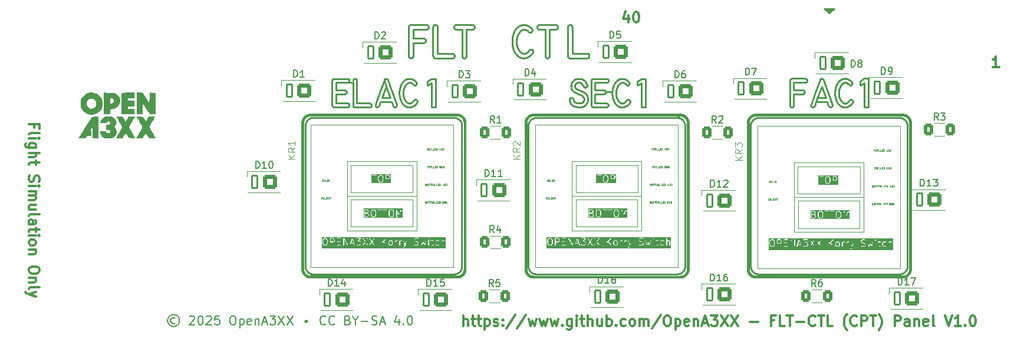
<source format=gbr>
%TF.GenerationSoftware,KiCad,Pcbnew,9.0.2*%
%TF.CreationDate,2025-06-30T20:10:24+02:00*%
%TF.ProjectId,fl-ctl,666c2d63-746c-42e6-9b69-6361645f7063,rev?*%
%TF.SameCoordinates,Original*%
%TF.FileFunction,Legend,Top*%
%TF.FilePolarity,Positive*%
%FSLAX46Y46*%
G04 Gerber Fmt 4.6, Leading zero omitted, Abs format (unit mm)*
G04 Created by KiCad (PCBNEW 9.0.2) date 2025-06-30 20:10:24*
%MOMM*%
%LPD*%
G01*
G04 APERTURE LIST*
G04 Aperture macros list*
%AMRoundRect*
0 Rectangle with rounded corners*
0 $1 Rounding radius*
0 $2 $3 $4 $5 $6 $7 $8 $9 X,Y pos of 4 corners*
0 Add a 4 corners polygon primitive as box body*
4,1,4,$2,$3,$4,$5,$6,$7,$8,$9,$2,$3,0*
0 Add four circle primitives for the rounded corners*
1,1,$1+$1,$2,$3*
1,1,$1+$1,$4,$5*
1,1,$1+$1,$6,$7*
1,1,$1+$1,$8,$9*
0 Add four rect primitives between the rounded corners*
20,1,$1+$1,$2,$3,$4,$5,0*
20,1,$1+$1,$4,$5,$6,$7,0*
20,1,$1+$1,$6,$7,$8,$9,0*
20,1,$1+$1,$8,$9,$2,$3,0*%
G04 Aperture macros list end*
%ADD10C,0.300000*%
%ADD11C,0.200000*%
%ADD12C,0.280000*%
%ADD13C,0.158750*%
%ADD14C,0.100000*%
%ADD15C,0.062500*%
%ADD16C,0.150000*%
%ADD17C,0.120000*%
%ADD18C,0.000000*%
%ADD19R,3.000000X3.000000*%
%ADD20C,3.000000*%
%ADD21R,1.700000X1.700000*%
%ADD22C,1.700000*%
%ADD23R,1.500000X1.500000*%
%ADD24RoundRect,0.165000X-0.385000X-0.885000X0.385000X-0.885000X0.385000X0.885000X-0.385000X0.885000X0*%
%ADD25RoundRect,0.315000X-0.735000X-0.735000X0.735000X-0.735000X0.735000X0.735000X-0.735000X0.735000X0*%
%ADD26RoundRect,0.250000X-0.400000X-0.625000X0.400000X-0.625000X0.400000X0.625000X-0.400000X0.625000X0*%
G04 APERTURE END LIST*
D10*
X164247368Y-78575828D02*
X164247368Y-79575828D01*
X163890225Y-78004400D02*
X163533082Y-79075828D01*
X163533082Y-79075828D02*
X164461653Y-79075828D01*
X165318796Y-78075828D02*
X165461653Y-78075828D01*
X165461653Y-78075828D02*
X165604510Y-78147257D01*
X165604510Y-78147257D02*
X165675939Y-78218685D01*
X165675939Y-78218685D02*
X165747367Y-78361542D01*
X165747367Y-78361542D02*
X165818796Y-78647257D01*
X165818796Y-78647257D02*
X165818796Y-79004400D01*
X165818796Y-79004400D02*
X165747367Y-79290114D01*
X165747367Y-79290114D02*
X165675939Y-79432971D01*
X165675939Y-79432971D02*
X165604510Y-79504400D01*
X165604510Y-79504400D02*
X165461653Y-79575828D01*
X165461653Y-79575828D02*
X165318796Y-79575828D01*
X165318796Y-79575828D02*
X165175939Y-79504400D01*
X165175939Y-79504400D02*
X165104510Y-79432971D01*
X165104510Y-79432971D02*
X165033081Y-79290114D01*
X165033081Y-79290114D02*
X164961653Y-79004400D01*
X164961653Y-79004400D02*
X164961653Y-78647257D01*
X164961653Y-78647257D02*
X165033081Y-78361542D01*
X165033081Y-78361542D02*
X165104510Y-78218685D01*
X165104510Y-78218685D02*
X165175939Y-78147257D01*
X165175939Y-78147257D02*
X165318796Y-78075828D01*
D11*
X193150000Y-78350000D02*
X192350000Y-77650000D01*
X193950000Y-77650000D01*
X193150000Y-78350000D01*
G36*
X193150000Y-78350000D02*
G01*
X192350000Y-77650000D01*
X193950000Y-77650000D01*
X193150000Y-78350000D01*
G37*
D12*
X122265536Y-89326163D02*
X123508181Y-89326163D01*
X187735339Y-87666694D02*
X189644206Y-87666694D01*
X203625704Y-116269599D02*
X182550265Y-116269599D01*
X172390399Y-114649588D02*
X172390359Y-114659289D01*
X172390239Y-114668980D01*
X172390040Y-114678660D01*
X172389761Y-114688329D01*
X172389402Y-114697986D01*
X172388963Y-114707631D01*
X172388446Y-114717265D01*
X172387849Y-114726885D01*
X172387172Y-114736493D01*
X172386417Y-114746088D01*
X172385582Y-114755668D01*
X172384669Y-114765235D01*
X172383676Y-114774788D01*
X172382605Y-114784326D01*
X172381455Y-114793849D01*
X172380227Y-114803357D01*
X172378920Y-114812848D01*
X172377534Y-114822324D01*
X172376071Y-114831783D01*
X172374529Y-114841225D01*
X172372908Y-114850649D01*
X172371210Y-114860056D01*
X172369434Y-114869444D01*
X172367580Y-114878814D01*
X172365649Y-114888165D01*
X172363640Y-114897496D01*
X172361553Y-114906807D01*
X172359389Y-114916098D01*
X172357148Y-114925368D01*
X172354830Y-114934616D01*
X172352435Y-114943843D01*
X172349963Y-114953048D01*
X172347415Y-114962230D01*
X172344790Y-114971389D01*
X172342089Y-114980524D01*
X172339311Y-114989635D01*
X172336457Y-114998721D01*
X172333528Y-115007783D01*
X172330523Y-115016818D01*
X172327442Y-115025828D01*
X172324286Y-115034811D01*
X172321054Y-115043767D01*
X172317748Y-115052696D01*
X172314367Y-115061596D01*
X172310911Y-115070468D01*
X172307380Y-115079310D01*
X172303776Y-115088123D01*
X172300098Y-115096905D01*
X172296345Y-115105657D01*
X172292520Y-115114377D01*
X172288620Y-115123066D01*
X172284648Y-115131722D01*
X172280603Y-115140345D01*
X172276486Y-115148935D01*
X172272296Y-115157491D01*
X172268034Y-115166012D01*
X172263700Y-115174498D01*
X172259294Y-115182948D01*
X172254818Y-115191362D01*
X172250270Y-115199739D01*
X172245652Y-115208078D01*
X172240964Y-115216380D01*
X172236205Y-115224643D01*
X172231377Y-115232867D01*
X172226479Y-115241051D01*
X172221512Y-115249195D01*
X172216477Y-115257297D01*
X172211373Y-115265359D01*
X172206201Y-115273378D01*
X172200962Y-115281355D01*
X172195655Y-115289289D01*
X172190281Y-115297179D01*
X172184841Y-115305024D01*
X172179334Y-115312825D01*
X172173762Y-115320580D01*
X172168124Y-115328289D01*
X172162422Y-115335952D01*
X172156654Y-115343567D01*
X172150823Y-115351134D01*
X172144928Y-115358653D01*
X172138970Y-115366124D01*
X172132948Y-115373544D01*
X172126865Y-115380915D01*
X172120719Y-115388235D01*
X172114512Y-115395504D01*
X172108244Y-115402721D01*
X172101916Y-115409886D01*
X172095527Y-115416998D01*
X172089079Y-115424057D01*
X172082572Y-115431061D01*
X172076006Y-115438012D01*
X172069382Y-115444907D01*
X172062700Y-115451747D01*
X172055961Y-115458531D01*
X172052571Y-115461902D01*
X172049166Y-115465258D01*
X172045747Y-115468601D01*
X172042314Y-115471929D01*
X172038868Y-115475242D01*
X172035408Y-115478541D01*
X172031933Y-115481826D01*
X172028446Y-115485096D01*
X172024944Y-115488351D01*
X172021429Y-115491592D01*
X172017901Y-115494818D01*
X172014359Y-115498029D01*
X172010804Y-115501225D01*
X172007235Y-115504406D01*
X172003653Y-115507572D01*
X172000058Y-115510723D01*
X171996450Y-115513859D01*
X171992829Y-115516980D01*
X171989195Y-115520085D01*
X171985548Y-115523176D01*
X171981889Y-115526251D01*
X171978216Y-115529310D01*
X171974532Y-115532354D01*
X171970834Y-115535382D01*
X171967124Y-115538395D01*
X171963401Y-115541392D01*
X171959666Y-115544374D01*
X171955919Y-115547339D01*
X171952159Y-115550289D01*
X171948387Y-115553223D01*
X171944604Y-115556141D01*
X171940808Y-115559043D01*
X171937000Y-115561929D01*
X171933180Y-115564799D01*
X171929349Y-115567653D01*
X171925505Y-115570491D01*
X171921651Y-115573312D01*
X171917784Y-115576117D01*
X171913906Y-115578905D01*
X171910016Y-115581678D01*
X171906115Y-115584434D01*
X171902203Y-115587173D01*
X171898280Y-115589896D01*
X171894345Y-115592602D01*
X171890399Y-115595291D01*
X171886442Y-115597964D01*
X171882475Y-115600620D01*
X171878496Y-115603260D01*
X171874507Y-115605882D01*
X171870506Y-115608488D01*
X171866496Y-115611076D01*
X171862474Y-115613648D01*
X171858442Y-115616203D01*
X171854399Y-115618740D01*
X171850347Y-115621261D01*
X171846283Y-115623764D01*
X171842210Y-115626250D01*
X171838126Y-115628719D01*
X171834033Y-115631170D01*
X171829929Y-115633605D01*
X171825816Y-115636022D01*
X171821692Y-115638421D01*
X171817559Y-115640803D01*
X171813416Y-115643168D01*
X171809264Y-115645515D01*
X171805101Y-115647844D01*
X171800930Y-115650156D01*
X171796748Y-115652450D01*
X171792558Y-115654727D01*
X171788358Y-115656986D01*
X171784149Y-115659226D01*
X171779930Y-115661450D01*
X171775704Y-115663655D01*
X171771467Y-115665843D01*
X171767222Y-115668012D01*
X171762967Y-115670164D01*
X171758705Y-115672298D01*
X171754433Y-115674414D01*
X171750153Y-115676511D01*
X171745863Y-115678591D01*
X171741566Y-115680652D01*
X171737260Y-115682696D01*
X171732946Y-115684721D01*
X171728623Y-115686728D01*
X171724293Y-115688716D01*
X171719953Y-115690687D01*
X171715606Y-115692639D01*
X171711250Y-115694573D01*
X171706888Y-115696488D01*
X171702516Y-115698386D01*
X171698138Y-115700264D01*
X171693750Y-115702124D01*
X171689357Y-115703966D01*
X171684954Y-115705789D01*
X171680545Y-115707594D01*
X171676127Y-115709380D01*
X171671704Y-115711147D01*
X171667271Y-115712897D01*
X171662833Y-115714627D01*
X171658385Y-115716339D01*
X171653933Y-115718031D01*
X171649471Y-115719706D01*
X171645004Y-115721361D01*
X171640528Y-115722998D01*
X171636048Y-115724616D01*
X171631558Y-115726215D01*
X171627064Y-115727795D01*
X171622561Y-115729357D01*
X171618054Y-115730899D01*
X171613537Y-115732423D01*
X171609017Y-115733927D01*
X171604488Y-115735413D01*
X171599954Y-115736880D01*
X171595412Y-115738328D01*
X171590866Y-115739757D01*
X171586312Y-115741167D01*
X171581753Y-115742557D01*
X171577186Y-115743929D01*
X171572616Y-115745281D01*
X171568037Y-115746615D01*
X171563455Y-115747929D01*
X171558864Y-115749224D01*
X171554270Y-115750500D01*
X171549668Y-115751757D01*
X171545063Y-115752995D01*
X171540450Y-115754213D01*
X171535833Y-115755412D01*
X171531209Y-115756592D01*
X171526581Y-115757753D01*
X171521946Y-115758894D01*
X171517308Y-115760016D01*
X171512662Y-115761119D01*
X171508014Y-115762202D01*
X171503358Y-115763266D01*
X171498699Y-115764311D01*
X171494032Y-115765336D01*
X171489364Y-115766342D01*
X171484688Y-115767328D01*
X171480009Y-115768295D01*
X171475323Y-115769243D01*
X171470635Y-115770170D01*
X171465940Y-115771079D01*
X171461242Y-115771968D01*
X171456537Y-115772838D01*
X171451831Y-115773688D01*
X171447117Y-115774518D01*
X171442401Y-115775329D01*
X171437679Y-115776121D01*
X171432955Y-115776892D01*
X171428223Y-115777645D01*
X171423491Y-115778377D01*
X171418751Y-115779091D01*
X171414010Y-115779784D01*
X171409262Y-115780458D01*
X171404513Y-115781112D01*
X171399757Y-115781746D01*
X171395000Y-115782361D01*
X171390236Y-115782956D01*
X171385471Y-115783532D01*
X171380700Y-115784087D01*
X171375927Y-115784623D01*
X171371149Y-115785140D01*
X171366369Y-115785636D01*
X171361583Y-115786113D01*
X171356796Y-115786570D01*
X171352003Y-115787007D01*
X171347209Y-115787424D01*
X171342409Y-115787822D01*
X171337608Y-115788200D01*
X171332802Y-115788558D01*
X171327994Y-115788896D01*
X171323181Y-115789214D01*
X171318367Y-115789513D01*
X171313548Y-115789791D01*
X171308727Y-115790050D01*
X171303902Y-115790289D01*
X171299076Y-115790507D01*
X171294244Y-115790707D01*
X171289412Y-115790886D01*
X171284574Y-115791045D01*
X171279736Y-115791184D01*
X171274893Y-115791303D01*
X171270050Y-115791402D01*
X171265201Y-115791482D01*
X171260352Y-115791541D01*
X171255498Y-115791580D01*
X171248378Y-115791602D01*
X129200370Y-87855643D02*
X129201342Y-87852942D01*
X129202328Y-87850260D01*
X129203324Y-87847612D01*
X129204333Y-87844983D01*
X129205352Y-87842386D01*
X129206384Y-87839809D01*
X129207425Y-87837264D01*
X129208481Y-87834737D01*
X129209544Y-87832242D01*
X129210622Y-87829766D01*
X129211708Y-87827320D01*
X129212808Y-87824893D01*
X129213916Y-87822496D01*
X129215037Y-87820117D01*
X129216167Y-87817768D01*
X129217310Y-87815437D01*
X129218462Y-87813135D01*
X129219626Y-87810851D01*
X129220799Y-87808595D01*
X129221985Y-87806358D01*
X129223179Y-87804147D01*
X129224386Y-87801955D01*
X129225601Y-87799790D01*
X129226829Y-87797643D01*
X129228066Y-87795522D01*
X129229314Y-87793418D01*
X129230571Y-87791341D01*
X129231841Y-87789281D01*
X129233118Y-87787246D01*
X129234408Y-87785229D01*
X129235707Y-87783237D01*
X129237017Y-87781262D01*
X129238336Y-87779311D01*
X129239667Y-87777378D01*
X129241006Y-87775468D01*
X129242358Y-87773575D01*
X129243717Y-87771706D01*
X129245089Y-87769853D01*
X129246469Y-87768024D01*
X129247861Y-87766211D01*
X129249262Y-87764420D01*
X129250674Y-87762647D01*
X129252095Y-87760895D01*
X129253528Y-87759160D01*
X129254970Y-87757446D01*
X129256423Y-87755749D01*
X129257885Y-87754073D01*
X129259359Y-87752413D01*
X129260842Y-87750774D01*
X129262336Y-87749152D01*
X129263840Y-87747549D01*
X129265355Y-87745963D01*
X129266879Y-87744397D01*
X129268415Y-87742847D01*
X129269961Y-87741316D01*
X129271518Y-87739802D01*
X129273084Y-87738307D01*
X129274662Y-87736828D01*
X129276250Y-87735368D01*
X129277849Y-87733924D01*
X129279458Y-87732498D01*
X129281079Y-87731088D01*
X129282710Y-87729697D01*
X129284352Y-87728321D01*
X129286005Y-87726963D01*
X129287669Y-87725622D01*
X129289344Y-87724298D01*
X129291030Y-87722990D01*
X129292728Y-87721699D01*
X129294437Y-87720424D01*
X129296157Y-87719166D01*
X129297888Y-87717924D01*
X129301385Y-87715490D01*
X129304929Y-87713121D01*
X129308521Y-87710816D01*
X129312160Y-87708576D01*
X129315847Y-87706400D01*
X129319584Y-87704288D01*
X129323371Y-87702240D01*
X129327209Y-87700255D01*
X129331098Y-87698333D01*
X129335040Y-87696475D01*
X129339036Y-87694680D01*
X129343086Y-87692948D01*
X129347191Y-87691280D01*
X129351353Y-87689675D01*
X129355571Y-87688134D01*
X129359848Y-87686658D01*
X129364184Y-87685245D01*
X129368581Y-87683897D01*
X129373039Y-87682614D01*
X129377559Y-87681397D01*
X129382143Y-87680245D01*
X129386792Y-87679160D01*
X129391506Y-87678141D01*
X129396288Y-87677190D01*
X129401138Y-87676308D01*
X129406057Y-87675494D01*
X129411047Y-87674749D01*
X129416109Y-87674075D01*
X129421244Y-87673472D01*
X129426454Y-87672941D01*
X129431739Y-87672483D01*
X129437101Y-87672099D01*
X129442542Y-87671789D01*
X129448062Y-87671556D01*
X129453663Y-87671399D01*
X129457946Y-87671332D01*
X164017199Y-90802192D02*
X164019478Y-90799638D01*
X164021758Y-90797113D01*
X164024026Y-90794630D01*
X164026296Y-90792176D01*
X164028554Y-90789763D01*
X164030814Y-90787379D01*
X164033062Y-90785035D01*
X164035312Y-90782719D01*
X164037550Y-90780444D01*
X164039790Y-90778195D01*
X164042018Y-90775987D01*
X164044248Y-90773805D01*
X164046467Y-90771661D01*
X164048687Y-90769545D01*
X164050897Y-90767466D01*
X164053107Y-90765414D01*
X164055307Y-90763399D01*
X164057509Y-90761410D01*
X164059699Y-90759457D01*
X164061892Y-90757530D01*
X164064073Y-90755639D01*
X164066256Y-90753773D01*
X164068429Y-90751942D01*
X164070603Y-90750136D01*
X164072767Y-90748365D01*
X164074933Y-90746619D01*
X164077088Y-90744906D01*
X164079245Y-90743218D01*
X164081392Y-90741562D01*
X164083541Y-90739931D01*
X164085680Y-90738333D01*
X164087820Y-90736758D01*
X164089951Y-90735215D01*
X164092083Y-90733696D01*
X164094207Y-90732208D01*
X164096331Y-90730743D01*
X164098447Y-90729309D01*
X164100564Y-90727899D01*
X164102672Y-90726518D01*
X164104782Y-90725160D01*
X164106883Y-90723831D01*
X164108986Y-90722525D01*
X164111080Y-90721248D01*
X164113176Y-90719993D01*
X164115264Y-90718767D01*
X164117353Y-90717563D01*
X164119434Y-90716386D01*
X164121517Y-90715232D01*
X164123592Y-90714105D01*
X164125669Y-90713000D01*
X164127738Y-90711921D01*
X164129809Y-90710864D01*
X164131873Y-90709833D01*
X164133938Y-90708824D01*
X164135997Y-90707841D01*
X164138057Y-90706879D01*
X164140110Y-90705942D01*
X164142165Y-90705026D01*
X164144214Y-90704135D01*
X164146265Y-90703266D01*
X164148309Y-90702420D01*
X164150355Y-90701595D01*
X164152396Y-90700795D01*
X164154438Y-90700015D01*
X164156474Y-90699259D01*
X164158512Y-90698523D01*
X164160546Y-90697811D01*
X164162580Y-90697119D01*
X164164611Y-90696450D01*
X164166642Y-90695801D01*
X164168670Y-90695175D01*
X164170699Y-90694569D01*
X164172724Y-90693986D01*
X164174750Y-90693422D01*
X164176773Y-90692881D01*
X164178798Y-90692360D01*
X164180819Y-90691860D01*
X164182842Y-90691381D01*
X164184862Y-90690922D01*
X164186883Y-90690484D01*
X164188902Y-90690067D01*
X164190922Y-90689671D01*
X164192941Y-90689294D01*
X164194960Y-90688938D01*
X164196979Y-90688603D01*
X164198998Y-90688288D01*
X164201017Y-90687993D01*
X164203036Y-90687718D01*
X164205055Y-90687463D01*
X164207075Y-90687229D01*
X164209095Y-90687014D01*
X164211116Y-90686820D01*
X164213137Y-90686645D01*
X164215159Y-90686491D01*
X164217182Y-90686357D01*
X164219206Y-90686242D01*
X164223257Y-90686073D01*
X164227313Y-90685984D01*
X164231375Y-90685975D01*
X164235443Y-90686046D01*
X164239519Y-90686197D01*
X164243603Y-90686429D01*
X164247695Y-90686741D01*
X164251798Y-90687134D01*
X164255911Y-90687609D01*
X164260035Y-90688165D01*
X164264171Y-90688804D01*
X164268321Y-90689526D01*
X164272483Y-90690332D01*
X164276661Y-90691222D01*
X164280853Y-90692197D01*
X164285062Y-90693258D01*
X164289287Y-90694406D01*
X164293529Y-90695642D01*
X164297790Y-90696967D01*
X164302070Y-90698381D01*
X164306369Y-90699886D01*
X164310689Y-90701484D01*
X164315029Y-90703174D01*
X164319392Y-90704959D01*
X164323777Y-90706840D01*
X164328185Y-90708818D01*
X164332617Y-90710894D01*
X164337073Y-90713071D01*
X164341555Y-90715349D01*
X164346062Y-90717730D01*
X164350596Y-90720216D01*
X164355156Y-90722808D01*
X164359745Y-90725508D01*
X164364361Y-90728317D01*
X164369006Y-90731238D01*
X164373681Y-90734272D01*
X164378385Y-90737421D01*
X164383120Y-90740687D01*
X164387886Y-90744072D01*
X164392684Y-90747578D01*
X164397513Y-90751207D01*
X164402375Y-90754960D01*
X164407271Y-90758841D01*
X164407595Y-90759101D01*
X132693240Y-84386283D02*
X132693240Y-80258376D01*
X156118838Y-90395392D02*
X156121380Y-90395927D01*
X156123910Y-90396479D01*
X156126418Y-90397047D01*
X156128914Y-90397633D01*
X156131389Y-90398234D01*
X156133852Y-90398854D01*
X156136294Y-90399488D01*
X156138724Y-90400140D01*
X156141135Y-90400808D01*
X156143533Y-90401493D01*
X156145911Y-90402193D01*
X156148278Y-90402911D01*
X156150625Y-90403643D01*
X156152961Y-90404393D01*
X156155278Y-90405158D01*
X156157583Y-90405940D01*
X156159870Y-90406737D01*
X156162144Y-90407551D01*
X156164402Y-90408380D01*
X156166647Y-90409226D01*
X156168875Y-90410087D01*
X156171092Y-90410965D01*
X156173291Y-90411858D01*
X156175479Y-90412767D01*
X156177650Y-90413691D01*
X156179810Y-90414632D01*
X156181953Y-90415588D01*
X156184085Y-90416561D01*
X156186202Y-90417548D01*
X156188306Y-90418552D01*
X156190396Y-90419571D01*
X156192473Y-90420607D01*
X156194536Y-90421657D01*
X156196588Y-90422724D01*
X156198625Y-90423807D01*
X156200650Y-90424905D01*
X156202661Y-90426019D01*
X156204661Y-90427149D01*
X156206647Y-90428295D01*
X156208621Y-90429457D01*
X156210582Y-90430634D01*
X156212532Y-90431827D01*
X156214468Y-90433036D01*
X156216393Y-90434262D01*
X156218306Y-90435503D01*
X156220206Y-90436761D01*
X156222095Y-90438034D01*
X156223971Y-90439323D01*
X156225836Y-90440629D01*
X156227689Y-90441951D01*
X156231361Y-90444643D01*
X156234986Y-90447401D01*
X156238566Y-90450225D01*
X156242100Y-90453116D01*
X156245591Y-90456073D01*
X156249037Y-90459098D01*
X156252439Y-90462191D01*
X156255798Y-90465352D01*
X156259114Y-90468584D01*
X156262388Y-90471885D01*
X156265619Y-90475257D01*
X156268808Y-90478702D01*
X156271955Y-90482219D01*
X156275061Y-90485809D01*
X156278125Y-90489474D01*
X156281147Y-90493214D01*
X156284129Y-90497030D01*
X156287069Y-90500924D01*
X156289967Y-90504896D01*
X156292825Y-90508948D01*
X156295641Y-90513080D01*
X156298416Y-90517293D01*
X156301150Y-90521590D01*
X156303842Y-90525970D01*
X156306492Y-90530436D01*
X156309101Y-90534988D01*
X156311667Y-90539627D01*
X156314191Y-90544356D01*
X156316672Y-90549175D01*
X156319111Y-90554086D01*
X156321506Y-90559089D01*
X156323857Y-90564187D01*
X156326164Y-90569381D01*
X156328427Y-90574672D01*
X156330645Y-90580062D01*
X156332817Y-90585552D01*
X156334943Y-90591144D01*
X156335177Y-90591773D01*
X161110385Y-91774115D02*
X159206591Y-91774115D01*
X191116282Y-89622748D02*
X191750270Y-87851539D01*
X155880625Y-79927260D02*
X155883803Y-79927335D01*
X155886965Y-79927429D01*
X155890096Y-79927543D01*
X155893211Y-79927676D01*
X155896294Y-79927827D01*
X155899362Y-79927998D01*
X155902400Y-79928188D01*
X155905422Y-79928396D01*
X155908414Y-79928622D01*
X155911390Y-79928868D01*
X155914337Y-79929131D01*
X155917269Y-79929413D01*
X155920172Y-79929712D01*
X155923060Y-79930029D01*
X155925920Y-79930364D01*
X155928765Y-79930717D01*
X155931582Y-79931087D01*
X155934384Y-79931475D01*
X155937159Y-79931879D01*
X155939919Y-79932302D01*
X155942653Y-79932741D01*
X155945372Y-79933198D01*
X155948065Y-79933670D01*
X155950743Y-79934161D01*
X155953396Y-79934667D01*
X155956034Y-79935190D01*
X155958648Y-79935730D01*
X155961247Y-79936286D01*
X155963822Y-79936858D01*
X155966382Y-79937448D01*
X155968919Y-79938052D01*
X155971441Y-79938673D01*
X155973940Y-79939310D01*
X155976425Y-79939963D01*
X155978887Y-79940631D01*
X155981335Y-79941316D01*
X155983761Y-79942016D01*
X155986173Y-79942732D01*
X155988563Y-79943463D01*
X155990940Y-79944211D01*
X155993295Y-79944973D01*
X155995636Y-79945751D01*
X155997956Y-79946544D01*
X156000263Y-79947353D01*
X156002549Y-79948176D01*
X156004822Y-79949015D01*
X156007075Y-79949869D01*
X156009315Y-79950739D01*
X156011535Y-79951622D01*
X156013741Y-79952522D01*
X156015929Y-79953436D01*
X156018103Y-79954366D01*
X156020259Y-79955310D01*
X156022402Y-79956270D01*
X156024526Y-79957243D01*
X156026637Y-79958233D01*
X156028731Y-79959236D01*
X156030811Y-79960256D01*
X156032874Y-79961289D01*
X156034924Y-79962338D01*
X156036957Y-79963401D01*
X156038978Y-79964479D01*
X156040981Y-79965572D01*
X156042972Y-79966680D01*
X156044947Y-79967802D01*
X156046909Y-79968940D01*
X156048855Y-79970092D01*
X156050788Y-79971259D01*
X156052706Y-79972441D01*
X156054611Y-79973638D01*
X156056501Y-79974849D01*
X156058378Y-79976076D01*
X156060241Y-79977318D01*
X156062091Y-79978574D01*
X156063926Y-79979846D01*
X156065749Y-79981133D01*
X156067558Y-79982434D01*
X156069354Y-79983751D01*
X156071137Y-79985083D01*
X156072907Y-79986430D01*
X156074663Y-79987792D01*
X156076407Y-79989170D01*
X156078138Y-79990563D01*
X156079856Y-79991971D01*
X156083254Y-79994835D01*
X156086602Y-79997760D01*
X156089900Y-80000748D01*
X156093149Y-80003799D01*
X156096348Y-80006914D01*
X156099500Y-80010094D01*
X156102603Y-80013339D01*
X156105658Y-80016650D01*
X156108666Y-80020027D01*
X156111627Y-80023472D01*
X156114541Y-80026985D01*
X156117408Y-80030567D01*
X156120229Y-80034219D01*
X156123003Y-80037942D01*
X156125730Y-80041737D01*
X156128412Y-80045604D01*
X156131047Y-80049545D01*
X156133636Y-80053561D01*
X156136178Y-80057653D01*
X156138674Y-80061822D01*
X156141123Y-80066069D01*
X156143525Y-80070395D01*
X156145881Y-80074802D01*
X156148189Y-80079291D01*
X156150450Y-80083862D01*
X156152663Y-80088518D01*
X156154828Y-80093259D01*
X156156945Y-80098087D01*
X156159013Y-80103004D01*
X156161031Y-80108010D01*
X156163000Y-80113106D01*
X156164918Y-80118295D01*
X156166786Y-80123578D01*
X156168602Y-80128956D01*
X156170366Y-80134431D01*
X156172078Y-80140004D01*
X156173736Y-80145677D01*
X156175341Y-80151452D01*
X156176891Y-80157329D01*
X156178385Y-80163310D01*
X156179823Y-80169398D01*
X156181205Y-80175593D01*
X156182528Y-80181898D01*
X156183793Y-80188313D01*
X156184999Y-80194842D01*
X156186144Y-80201484D01*
X156187227Y-80208243D01*
X156188248Y-80215119D01*
X156189206Y-80222115D01*
X156190100Y-80229232D01*
X156190928Y-80236473D01*
X156191690Y-80243838D01*
X156192384Y-80251330D01*
X156192965Y-80258376D01*
X148978427Y-79956511D02*
X148983296Y-79955369D01*
X148988166Y-79954248D01*
X148993030Y-79953149D01*
X148997894Y-79952070D01*
X149002753Y-79951013D01*
X149007613Y-79949976D01*
X149012467Y-79948961D01*
X149017322Y-79947966D01*
X149022172Y-79946993D01*
X149027022Y-79946040D01*
X149031867Y-79945108D01*
X149036713Y-79944197D01*
X149041554Y-79943306D01*
X149046395Y-79942436D01*
X149051232Y-79941587D01*
X149056070Y-79940759D01*
X149060903Y-79939951D01*
X149065736Y-79939164D01*
X149070565Y-79938398D01*
X149075395Y-79937651D01*
X149080220Y-79936926D01*
X149085046Y-79936221D01*
X149089868Y-79935536D01*
X149094691Y-79934872D01*
X149099510Y-79934229D01*
X149104329Y-79933605D01*
X149109145Y-79933003D01*
X149113960Y-79932420D01*
X149118773Y-79931858D01*
X149123586Y-79931316D01*
X149128396Y-79930794D01*
X149133206Y-79930293D01*
X149138014Y-79929812D01*
X149142821Y-79929351D01*
X149147626Y-79928910D01*
X149152431Y-79928490D01*
X149157233Y-79928089D01*
X149162036Y-79927709D01*
X149166837Y-79927349D01*
X149171637Y-79927009D01*
X149176435Y-79926690D01*
X149181234Y-79926390D01*
X149186031Y-79926110D01*
X149190827Y-79925851D01*
X149195622Y-79925612D01*
X149200417Y-79925392D01*
X149205211Y-79925193D01*
X149210004Y-79925014D01*
X149214796Y-79924855D01*
X149219589Y-79924716D01*
X149224380Y-79924597D01*
X149229171Y-79924498D01*
X149233961Y-79924418D01*
X149238751Y-79924359D01*
X149243540Y-79924320D01*
X149248329Y-79924301D01*
X149253118Y-79924302D01*
X149257906Y-79924323D01*
X149262695Y-79924364D01*
X149267483Y-79924425D01*
X149277058Y-79924607D01*
X149286633Y-79924869D01*
X149296209Y-79925211D01*
X149305784Y-79925633D01*
X149315361Y-79926135D01*
X149324938Y-79926718D01*
X149334517Y-79927380D01*
X149344098Y-79928123D01*
X149353680Y-79928946D01*
X149363265Y-79929850D01*
X149372853Y-79930835D01*
X149382443Y-79931900D01*
X149392037Y-79933046D01*
X149401635Y-79934273D01*
X149411236Y-79935581D01*
X149420842Y-79936971D01*
X149430453Y-79938442D01*
X149440069Y-79939995D01*
X149449690Y-79941630D01*
X149459316Y-79943347D01*
X149468949Y-79945146D01*
X149478587Y-79947028D01*
X149488233Y-79948993D01*
X149497885Y-79951040D01*
X149507544Y-79953171D01*
X149517211Y-79955386D01*
X149526886Y-79957685D01*
X149536569Y-79960068D01*
X149546261Y-79962535D01*
X149555961Y-79965087D01*
X149565670Y-79967725D01*
X149575389Y-79970447D01*
X149585117Y-79973256D01*
X149594856Y-79976151D01*
X149604604Y-79979132D01*
X149614363Y-79982201D01*
X149624134Y-79985356D01*
X149633915Y-79988600D01*
X149643708Y-79991931D01*
X149653512Y-79995352D01*
X149663329Y-79998861D01*
X149673158Y-80002459D01*
X149682999Y-80006148D01*
X149692854Y-80009926D01*
X149702721Y-80013796D01*
X149712602Y-80017757D01*
X149722497Y-80021809D01*
X149732406Y-80025954D01*
X149742329Y-80030192D01*
X149747790Y-80032561D01*
X152969920Y-84390967D02*
X152969284Y-84394905D01*
X152968631Y-84398819D01*
X152967966Y-84402689D01*
X152967284Y-84406535D01*
X152966589Y-84410338D01*
X152965879Y-84414118D01*
X152965156Y-84417855D01*
X152964417Y-84421569D01*
X152963666Y-84425241D01*
X152962899Y-84428890D01*
X152962121Y-84432498D01*
X152961327Y-84436083D01*
X152960521Y-84439628D01*
X152959700Y-84443150D01*
X152958868Y-84446632D01*
X152958020Y-84450092D01*
X152957162Y-84453513D01*
X152956288Y-84456912D01*
X152955404Y-84460272D01*
X152954504Y-84463611D01*
X152953594Y-84466911D01*
X152952670Y-84470190D01*
X152951734Y-84473432D01*
X152950785Y-84476652D01*
X152949825Y-84479836D01*
X152948851Y-84482998D01*
X152947866Y-84486125D01*
X152946868Y-84489231D01*
X152945859Y-84492301D01*
X152944837Y-84495350D01*
X152943805Y-84498365D01*
X152942759Y-84501359D01*
X152941703Y-84504319D01*
X152940634Y-84507259D01*
X152939555Y-84510165D01*
X152938463Y-84513051D01*
X152937362Y-84515904D01*
X152936246Y-84518737D01*
X152935123Y-84521538D01*
X152933985Y-84524319D01*
X152932839Y-84527068D01*
X152931679Y-84529798D01*
X152930511Y-84532496D01*
X152929329Y-84535175D01*
X152928139Y-84537823D01*
X152926936Y-84540453D01*
X152925725Y-84543052D01*
X152924500Y-84545632D01*
X152923267Y-84548182D01*
X152922021Y-84550714D01*
X152920767Y-84553216D01*
X152919500Y-84555700D01*
X152918225Y-84558156D01*
X152916937Y-84560593D01*
X152915641Y-84563002D01*
X152914332Y-84565392D01*
X152913016Y-84567756D01*
X152911686Y-84570101D01*
X152910349Y-84572419D01*
X152909000Y-84574719D01*
X152907642Y-84576993D01*
X152906272Y-84579248D01*
X152904894Y-84581478D01*
X152903504Y-84583690D01*
X152902106Y-84585877D01*
X152900696Y-84588045D01*
X152899278Y-84590190D01*
X152897847Y-84592316D01*
X152896409Y-84594418D01*
X152894959Y-84596503D01*
X152893500Y-84598563D01*
X152892030Y-84600606D01*
X152890552Y-84602626D01*
X152889062Y-84604629D01*
X152887563Y-84606608D01*
X152886053Y-84608571D01*
X152884535Y-84610510D01*
X152883005Y-84612433D01*
X152881467Y-84614334D01*
X152879917Y-84616217D01*
X152878358Y-84618079D01*
X152876788Y-84619924D01*
X152875210Y-84621747D01*
X152873620Y-84623554D01*
X152872021Y-84625340D01*
X152870411Y-84627109D01*
X152868793Y-84628858D01*
X152867162Y-84630589D01*
X152865523Y-84632301D01*
X152863873Y-84633996D01*
X152862213Y-84635671D01*
X152860542Y-84637330D01*
X152858862Y-84638969D01*
X152857171Y-84640592D01*
X152855470Y-84642195D01*
X152853758Y-84643782D01*
X152852036Y-84645351D01*
X152850303Y-84646903D01*
X152848561Y-84648436D01*
X152846807Y-84649953D01*
X152845043Y-84651452D01*
X152843268Y-84652934D01*
X152841483Y-84654399D01*
X152839686Y-84655847D01*
X152837879Y-84657278D01*
X152836061Y-84658692D01*
X152834233Y-84660089D01*
X152832393Y-84661469D01*
X152830542Y-84662833D01*
X152828680Y-84664180D01*
X152826807Y-84665510D01*
X152824922Y-84666824D01*
X152821120Y-84669402D01*
X152817271Y-84671914D01*
X152813376Y-84674362D01*
X152809434Y-84676744D01*
X152805444Y-84679062D01*
X152801406Y-84681315D01*
X152797318Y-84683504D01*
X152793181Y-84685629D01*
X152788993Y-84687690D01*
X152784754Y-84689687D01*
X152780462Y-84691620D01*
X152776118Y-84693490D01*
X152771720Y-84695295D01*
X152767267Y-84697036D01*
X152762758Y-84698713D01*
X152758192Y-84700325D01*
X152753570Y-84701873D01*
X152748888Y-84703356D01*
X152744148Y-84704774D01*
X152739347Y-84706126D01*
X152734484Y-84707412D01*
X152729560Y-84708632D01*
X152724571Y-84709785D01*
X152719519Y-84710871D01*
X152714400Y-84711889D01*
X152709215Y-84712838D01*
X152703962Y-84713719D01*
X152698641Y-84714529D01*
X152693249Y-84715270D01*
X152687786Y-84715939D01*
X152682251Y-84716536D01*
X152676642Y-84717060D01*
X152670959Y-84717511D01*
X152665199Y-84717888D01*
X152659363Y-84718189D01*
X152653449Y-84718414D01*
X152647454Y-84718562D01*
X152641380Y-84718632D01*
X152635223Y-84718622D01*
X152631167Y-84718573D01*
X150432177Y-80825843D02*
X150431123Y-80828658D01*
X150430054Y-80831456D01*
X150428974Y-80834225D01*
X150427880Y-80836977D01*
X150426776Y-80839700D01*
X150425657Y-80842406D01*
X150424527Y-80845085D01*
X150423384Y-80847746D01*
X150422230Y-80850380D01*
X150421062Y-80852997D01*
X150419883Y-80855588D01*
X150418691Y-80858161D01*
X150417488Y-80860709D01*
X150416271Y-80863239D01*
X150415045Y-80865744D01*
X150413804Y-80868232D01*
X150412553Y-80870696D01*
X150411289Y-80873142D01*
X150410015Y-80875564D01*
X150408726Y-80877969D01*
X150407428Y-80880350D01*
X150406116Y-80882715D01*
X150404795Y-80885056D01*
X150403460Y-80887380D01*
X150402114Y-80889681D01*
X150400756Y-80891966D01*
X150399387Y-80894229D01*
X150398005Y-80896475D01*
X150396614Y-80898698D01*
X150395208Y-80900906D01*
X150393793Y-80903092D01*
X150392365Y-80905261D01*
X150390926Y-80907409D01*
X150389475Y-80909541D01*
X150388013Y-80911652D01*
X150386538Y-80913747D01*
X150385053Y-80915822D01*
X150383555Y-80917880D01*
X150382047Y-80919919D01*
X150380526Y-80921941D01*
X150378995Y-80923944D01*
X150377450Y-80925930D01*
X150375896Y-80927898D01*
X150374328Y-80929849D01*
X150372750Y-80931782D01*
X150371159Y-80933699D01*
X150369557Y-80935597D01*
X150367943Y-80937479D01*
X150366318Y-80939343D01*
X150364680Y-80941192D01*
X150363031Y-80943022D01*
X150361369Y-80944837D01*
X150359697Y-80946634D01*
X150358011Y-80948416D01*
X150356315Y-80950180D01*
X150354606Y-80951928D01*
X150352885Y-80953660D01*
X150351152Y-80955376D01*
X150349407Y-80957075D01*
X150347650Y-80958758D01*
X150345880Y-80960425D01*
X150344099Y-80962077D01*
X150342305Y-80963712D01*
X150340498Y-80965332D01*
X150338680Y-80966936D01*
X150336849Y-80968524D01*
X150335005Y-80970097D01*
X150333149Y-80971654D01*
X150331280Y-80973196D01*
X150329398Y-80974722D01*
X150325597Y-80977728D01*
X150321744Y-80980673D01*
X150317838Y-80983557D01*
X150313880Y-80986380D01*
X150309869Y-80989144D01*
X150305804Y-80991847D01*
X150301684Y-80994490D01*
X150297509Y-80997074D01*
X150293277Y-80999599D01*
X150288989Y-81002064D01*
X150284644Y-81004469D01*
X150280240Y-81006816D01*
X150275776Y-81009103D01*
X150271253Y-81011332D01*
X150266669Y-81013501D01*
X150262024Y-81015610D01*
X150257315Y-81017660D01*
X150252544Y-81019650D01*
X150247707Y-81021581D01*
X150242806Y-81023451D01*
X150237838Y-81025261D01*
X150232802Y-81027010D01*
X150227698Y-81028698D01*
X150222525Y-81030324D01*
X150217281Y-81031889D01*
X150211966Y-81033392D01*
X150206578Y-81034831D01*
X150204814Y-81035285D01*
X152322276Y-84390967D02*
X152322276Y-80585990D01*
X204662982Y-115088813D02*
X204662942Y-115098016D01*
X204662822Y-115107208D01*
X204662623Y-115116389D01*
X204662344Y-115125559D01*
X204661985Y-115134718D01*
X204661547Y-115143864D01*
X204661029Y-115152998D01*
X204660432Y-115162120D01*
X204659756Y-115171228D01*
X204659001Y-115180323D01*
X204658167Y-115189404D01*
X204657253Y-115198471D01*
X204656262Y-115207524D01*
X204655191Y-115216562D01*
X204654041Y-115225584D01*
X204652814Y-115234590D01*
X204651507Y-115243581D01*
X204650123Y-115252555D01*
X204648660Y-115261511D01*
X204647119Y-115270451D01*
X204645500Y-115279372D01*
X204643803Y-115288275D01*
X204642028Y-115297160D01*
X204640176Y-115306025D01*
X204638246Y-115314870D01*
X204636239Y-115323696D01*
X204634155Y-115332501D01*
X204631993Y-115341284D01*
X204629755Y-115350047D01*
X204627439Y-115358787D01*
X204625047Y-115367505D01*
X204622579Y-115376199D01*
X204620034Y-115384870D01*
X204617412Y-115393518D01*
X204614715Y-115402140D01*
X204611942Y-115410738D01*
X204609093Y-115419310D01*
X204606168Y-115427856D01*
X204603168Y-115436375D01*
X204600093Y-115444867D01*
X204596943Y-115453331D01*
X204593718Y-115461767D01*
X204590419Y-115470175D01*
X204587045Y-115478553D01*
X204583597Y-115486901D01*
X204580076Y-115495218D01*
X204576480Y-115503505D01*
X204572811Y-115511760D01*
X204569070Y-115519982D01*
X204565255Y-115528172D01*
X204561367Y-115536329D01*
X204557407Y-115544452D01*
X204553375Y-115552540D01*
X204549271Y-115560593D01*
X204545096Y-115568610D01*
X204540849Y-115576591D01*
X204536532Y-115584535D01*
X204532144Y-115592442D01*
X204527685Y-115600310D01*
X204523157Y-115608140D01*
X204518559Y-115615930D01*
X204513892Y-115623681D01*
X204509155Y-115631391D01*
X204504351Y-115639060D01*
X204499478Y-115646687D01*
X204494537Y-115654272D01*
X204489528Y-115661813D01*
X204484453Y-115669312D01*
X204479311Y-115676766D01*
X204474103Y-115684175D01*
X204468829Y-115691539D01*
X204463489Y-115698857D01*
X204458085Y-115706128D01*
X204452615Y-115713353D01*
X204447082Y-115720529D01*
X204441485Y-115727657D01*
X204435825Y-115734736D01*
X204430102Y-115741765D01*
X204424317Y-115748744D01*
X204418470Y-115755673D01*
X204412562Y-115762550D01*
X204406593Y-115769375D01*
X204400564Y-115776147D01*
X204394474Y-115782867D01*
X204388326Y-115789532D01*
X204382119Y-115796144D01*
X204375853Y-115802700D01*
X204369530Y-115809202D01*
X204363149Y-115815647D01*
X204359938Y-115818849D01*
X204356712Y-115822036D01*
X204353473Y-115825209D01*
X204350219Y-115828368D01*
X204346952Y-115831512D01*
X204343670Y-115834642D01*
X204340375Y-115837757D01*
X204337066Y-115840858D01*
X204333744Y-115843944D01*
X204330408Y-115847016D01*
X204327059Y-115850072D01*
X204323696Y-115853114D01*
X204320320Y-115856141D01*
X204316931Y-115859153D01*
X204313528Y-115862150D01*
X204310112Y-115865132D01*
X204306684Y-115868098D01*
X204303242Y-115871050D01*
X204299788Y-115873985D01*
X204296320Y-115876906D01*
X204292840Y-115879811D01*
X204289347Y-115882701D01*
X204285842Y-115885575D01*
X204282324Y-115888434D01*
X204278794Y-115891277D01*
X204275251Y-115894105D01*
X204271696Y-115896916D01*
X204268128Y-115899712D01*
X204264549Y-115902491D01*
X204260957Y-115905255D01*
X204257354Y-115908003D01*
X204253738Y-115910735D01*
X204250111Y-115913451D01*
X204246472Y-115916150D01*
X204242821Y-115918833D01*
X204239159Y-115921501D01*
X204235485Y-115924151D01*
X204231799Y-115926785D01*
X204228103Y-115929403D01*
X204224394Y-115932005D01*
X204220675Y-115934589D01*
X204216944Y-115937158D01*
X204213203Y-115939709D01*
X204209449Y-115942244D01*
X204205686Y-115944762D01*
X204201911Y-115947263D01*
X204198126Y-115949747D01*
X204194329Y-115952215D01*
X204190523Y-115954666D01*
X204186705Y-115957100D01*
X204182878Y-115959516D01*
X204179039Y-115961916D01*
X204175191Y-115964298D01*
X204171332Y-115966663D01*
X204167463Y-115969011D01*
X204163584Y-115971342D01*
X204159695Y-115973655D01*
X204155795Y-115975951D01*
X204151887Y-115978229D01*
X204147968Y-115980491D01*
X204144040Y-115982734D01*
X204140101Y-115984960D01*
X204136154Y-115987169D01*
X204132196Y-115989360D01*
X204128230Y-115991533D01*
X204124253Y-115993689D01*
X204120268Y-115995826D01*
X204116273Y-115997947D01*
X204112270Y-116000048D01*
X204108257Y-116002133D01*
X204104236Y-116004199D01*
X204100204Y-116006248D01*
X204096166Y-116008278D01*
X204092117Y-116010291D01*
X204088060Y-116012286D01*
X204083994Y-116014263D01*
X204079921Y-116016221D01*
X204075838Y-116018161D01*
X204071747Y-116020083D01*
X204067647Y-116021987D01*
X204063541Y-116023873D01*
X204059424Y-116025740D01*
X204055301Y-116027589D01*
X204051169Y-116029420D01*
X204047030Y-116031232D01*
X204042882Y-116033026D01*
X204038727Y-116034802D01*
X204034563Y-116036559D01*
X204030393Y-116038297D01*
X204026214Y-116040018D01*
X204022029Y-116041719D01*
X204017835Y-116043402D01*
X204013635Y-116045066D01*
X204009426Y-116046712D01*
X204005211Y-116048339D01*
X204000988Y-116049948D01*
X203996759Y-116051537D01*
X203992522Y-116053108D01*
X203988279Y-116054660D01*
X203984028Y-116056194D01*
X203979771Y-116057708D01*
X203975506Y-116059204D01*
X203971237Y-116060680D01*
X203966958Y-116062138D01*
X203962675Y-116063577D01*
X203958384Y-116064998D01*
X203954088Y-116066398D01*
X203949784Y-116067781D01*
X203945475Y-116069144D01*
X203941158Y-116070488D01*
X203936837Y-116071813D01*
X203932508Y-116073119D01*
X203928175Y-116074406D01*
X203923834Y-116075674D01*
X203919489Y-116076922D01*
X203915136Y-116078152D01*
X203910780Y-116079362D01*
X203906415Y-116080553D01*
X203902047Y-116081725D01*
X203897672Y-116082878D01*
X203893293Y-116084011D01*
X203888906Y-116085126D01*
X203884516Y-116086220D01*
X203880118Y-116087296D01*
X203875718Y-116088352D01*
X203871310Y-116089389D01*
X203866899Y-116090407D01*
X203862481Y-116091405D01*
X203858059Y-116092384D01*
X203853631Y-116093344D01*
X203849200Y-116094283D01*
X203844762Y-116095204D01*
X203840321Y-116096105D01*
X203835873Y-116096987D01*
X203831423Y-116097849D01*
X203826966Y-116098692D01*
X203822507Y-116099515D01*
X203818040Y-116100319D01*
X203813572Y-116101103D01*
X203809097Y-116101868D01*
X203804619Y-116102613D01*
X203800136Y-116103338D01*
X203795650Y-116104044D01*
X203791157Y-116104730D01*
X203786663Y-116105397D01*
X203782162Y-116106044D01*
X203777660Y-116106671D01*
X203773151Y-116107279D01*
X203768641Y-116107867D01*
X203764125Y-116108436D01*
X203759606Y-116108984D01*
X203755082Y-116109513D01*
X203750557Y-116110022D01*
X203746025Y-116110512D01*
X203741492Y-116110981D01*
X203736953Y-116111432D01*
X203732413Y-116111862D01*
X203727867Y-116112272D01*
X203723320Y-116112663D01*
X203718767Y-116113034D01*
X203714213Y-116113385D01*
X203709654Y-116113716D01*
X203705094Y-116114027D01*
X203700528Y-116114319D01*
X203695961Y-116114590D01*
X203691389Y-116114842D01*
X203686816Y-116115074D01*
X203682237Y-116115286D01*
X203677658Y-116115478D01*
X203673074Y-116115650D01*
X203668489Y-116115802D01*
X203663899Y-116115935D01*
X203659309Y-116116047D01*
X203654713Y-116116139D01*
X203650117Y-116116212D01*
X203645516Y-116116264D01*
X203640915Y-116116296D01*
X203636309Y-116116309D01*
X203635760Y-116116309D01*
X191750270Y-87851539D02*
X191751244Y-87848834D01*
X191752231Y-87846148D01*
X191753228Y-87843496D01*
X191754239Y-87840863D01*
X191755259Y-87838262D01*
X191756293Y-87835681D01*
X191757336Y-87833131D01*
X191758393Y-87830601D01*
X191759458Y-87828101D01*
X191760537Y-87825621D01*
X191761625Y-87823171D01*
X191762726Y-87820740D01*
X191763836Y-87818339D01*
X191764959Y-87815957D01*
X191766090Y-87813603D01*
X191767235Y-87811268D01*
X191768388Y-87808962D01*
X191769554Y-87806674D01*
X191770729Y-87804415D01*
X191771916Y-87802173D01*
X191773112Y-87799959D01*
X191774320Y-87797763D01*
X191775537Y-87795594D01*
X191776766Y-87793443D01*
X191778004Y-87791318D01*
X191779254Y-87789210D01*
X191780513Y-87787129D01*
X191781784Y-87785065D01*
X191783063Y-87783027D01*
X191784354Y-87781006D01*
X191785654Y-87779010D01*
X191786966Y-87777031D01*
X191788286Y-87775076D01*
X191789619Y-87773139D01*
X191790960Y-87771225D01*
X191792313Y-87769329D01*
X191793674Y-87767455D01*
X191795047Y-87765599D01*
X191796429Y-87763766D01*
X191797823Y-87761949D01*
X191799225Y-87760155D01*
X191800639Y-87758378D01*
X191802061Y-87756622D01*
X191803496Y-87754883D01*
X191804939Y-87753165D01*
X191806394Y-87751465D01*
X191807857Y-87749785D01*
X191809332Y-87748122D01*
X191810817Y-87746479D01*
X191812313Y-87744853D01*
X191813818Y-87743246D01*
X191815334Y-87741657D01*
X191816860Y-87740087D01*
X191818397Y-87738533D01*
X191819944Y-87736999D01*
X191821503Y-87735481D01*
X191823070Y-87733982D01*
X191824650Y-87732500D01*
X191826239Y-87731036D01*
X191827840Y-87729588D01*
X191829450Y-87728159D01*
X191831072Y-87726746D01*
X191832705Y-87725351D01*
X191834349Y-87723972D01*
X191836003Y-87722610D01*
X191837668Y-87721265D01*
X191839345Y-87719938D01*
X191841033Y-87718626D01*
X191842731Y-87717332D01*
X191844441Y-87716053D01*
X191846163Y-87714792D01*
X191847896Y-87713547D01*
X191851396Y-87711105D01*
X191854942Y-87708729D01*
X191858536Y-87706418D01*
X191862177Y-87704171D01*
X191865868Y-87701988D01*
X191869607Y-87699869D01*
X191873396Y-87697814D01*
X191877236Y-87695822D01*
X191881128Y-87693894D01*
X191885072Y-87692029D01*
X191889070Y-87690227D01*
X191893122Y-87688488D01*
X191897229Y-87686813D01*
X191901393Y-87685202D01*
X191905613Y-87683654D01*
X191909892Y-87682171D01*
X191914230Y-87680751D01*
X191918628Y-87679397D01*
X191923087Y-87678107D01*
X191927609Y-87676882D01*
X191932194Y-87675724D01*
X191936844Y-87674631D01*
X191941560Y-87673606D01*
X191946343Y-87672648D01*
X191951193Y-87671758D01*
X191956114Y-87670937D01*
X191961104Y-87670185D01*
X191966167Y-87669504D01*
X191971302Y-87668893D01*
X191976512Y-87668355D01*
X191981797Y-87667889D01*
X191987160Y-87667497D01*
X191992600Y-87667180D01*
X191998120Y-87666938D01*
X192003721Y-87666774D01*
X192008601Y-87666694D01*
X181816271Y-94433326D02*
X181512980Y-93993811D01*
X133837687Y-90759635D02*
X133840254Y-90761713D01*
X133842793Y-90763794D01*
X133845290Y-90765866D01*
X133847760Y-90767941D01*
X133850188Y-90770008D01*
X133852589Y-90772079D01*
X133854949Y-90774140D01*
X133857283Y-90776205D01*
X133859577Y-90778261D01*
X133861844Y-90780321D01*
X133864072Y-90782372D01*
X133866275Y-90784426D01*
X133868439Y-90786472D01*
X133870577Y-90788521D01*
X133872677Y-90790562D01*
X133874752Y-90792606D01*
X133876791Y-90794642D01*
X133878804Y-90796681D01*
X133880781Y-90798712D01*
X133882733Y-90800746D01*
X133884650Y-90802772D01*
X133886542Y-90804801D01*
X133888399Y-90806823D01*
X133890232Y-90808848D01*
X133892032Y-90810865D01*
X133893807Y-90812885D01*
X133895549Y-90814897D01*
X133897267Y-90816913D01*
X133898952Y-90818921D01*
X133900614Y-90820932D01*
X133902244Y-90822937D01*
X133903851Y-90824944D01*
X133905426Y-90826944D01*
X133906978Y-90828947D01*
X133908500Y-90830944D01*
X133909999Y-90832943D01*
X133911468Y-90834936D01*
X133912914Y-90836931D01*
X133914330Y-90838921D01*
X133915725Y-90840913D01*
X133917090Y-90842899D01*
X133918433Y-90844888D01*
X133919748Y-90846871D01*
X133921041Y-90848856D01*
X133922306Y-90850837D01*
X133923549Y-90852820D01*
X133924766Y-90854797D01*
X133925960Y-90856777D01*
X133927128Y-90858753D01*
X133928274Y-90860730D01*
X133929395Y-90862704D01*
X133930494Y-90864679D01*
X133931567Y-90866650D01*
X133932619Y-90868624D01*
X133933646Y-90870594D01*
X133934652Y-90872566D01*
X133935633Y-90874534D01*
X133936593Y-90876504D01*
X133937530Y-90878471D01*
X133938445Y-90880441D01*
X133939337Y-90882407D01*
X133940207Y-90884376D01*
X133941055Y-90886341D01*
X133941882Y-90888310D01*
X133942686Y-90890275D01*
X133943469Y-90892243D01*
X133944230Y-90894208D01*
X133944970Y-90896176D01*
X133945689Y-90898142D01*
X133946386Y-90900111D01*
X133947062Y-90902077D01*
X133947718Y-90904046D01*
X133948352Y-90906014D01*
X133948966Y-90907984D01*
X133949558Y-90909953D01*
X133950131Y-90911924D01*
X133950682Y-90913895D01*
X133951214Y-90915868D01*
X133951724Y-90917841D01*
X133952214Y-90919817D01*
X133952684Y-90921792D01*
X133953134Y-90923770D01*
X133953563Y-90925748D01*
X133953973Y-90927728D01*
X133954362Y-90929710D01*
X133954731Y-90931694D01*
X133955080Y-90933678D01*
X133955410Y-90935666D01*
X133955719Y-90937655D01*
X133956008Y-90939646D01*
X133956278Y-90941639D01*
X133956527Y-90943635D01*
X133956967Y-90947633D01*
X133957327Y-90951642D01*
X133957608Y-90955661D01*
X133957809Y-90959693D01*
X133957931Y-90963737D01*
X133957974Y-90967795D01*
X133957936Y-90971867D01*
X133957818Y-90975954D01*
X133957620Y-90980057D01*
X133957341Y-90984176D01*
X133956980Y-90988314D01*
X133956537Y-90992470D01*
X133956012Y-90996645D01*
X133955403Y-91000840D01*
X133954710Y-91005056D01*
X133953933Y-91009294D01*
X133953070Y-91013554D01*
X133952121Y-91017838D01*
X133951084Y-91022146D01*
X133949958Y-91026479D01*
X133948744Y-91030837D01*
X133947438Y-91035222D01*
X133946041Y-91039635D01*
X133944551Y-91044076D01*
X133942966Y-91048545D01*
X133941286Y-91053045D01*
X133939509Y-91057574D01*
X133937634Y-91062136D01*
X133935659Y-91066729D01*
X133933582Y-91071354D01*
X133931403Y-91076013D01*
X133929118Y-91080707D01*
X133926728Y-91085435D01*
X133924230Y-91090199D01*
X133921622Y-91094999D01*
X133918903Y-91099837D01*
X133916071Y-91104712D01*
X133913123Y-91109625D01*
X133910059Y-91114578D01*
X133906876Y-91119570D01*
X133903571Y-91124603D01*
X133900144Y-91129677D01*
X133897654Y-91133277D01*
X189281367Y-89330390D02*
X189284797Y-89330653D01*
X189288206Y-89330935D01*
X189291573Y-89331234D01*
X189294920Y-89331550D01*
X189298226Y-89331883D01*
X189301511Y-89332234D01*
X189304757Y-89332601D01*
X189307982Y-89332986D01*
X189311168Y-89333386D01*
X189314334Y-89333804D01*
X189317462Y-89334238D01*
X189320569Y-89334688D01*
X189323639Y-89335153D01*
X189326689Y-89335636D01*
X189329703Y-89336133D01*
X189332696Y-89336647D01*
X189335654Y-89337175D01*
X189338592Y-89337720D01*
X189341494Y-89338279D01*
X189344378Y-89338855D01*
X189347226Y-89339444D01*
X189350056Y-89340049D01*
X189352851Y-89340668D01*
X189355628Y-89341303D01*
X189358371Y-89341951D01*
X189361096Y-89342615D01*
X189363788Y-89343292D01*
X189366461Y-89343985D01*
X189369102Y-89344690D01*
X189371725Y-89345411D01*
X189374317Y-89346144D01*
X189376891Y-89346893D01*
X189379434Y-89347654D01*
X189381958Y-89348430D01*
X189384453Y-89349218D01*
X189386930Y-89350021D01*
X189389378Y-89350836D01*
X189391808Y-89351666D01*
X189394209Y-89352508D01*
X189396592Y-89353364D01*
X189398948Y-89354232D01*
X189401286Y-89355115D01*
X189403596Y-89356008D01*
X189405890Y-89356917D01*
X189408156Y-89357836D01*
X189410405Y-89358770D01*
X189412628Y-89359715D01*
X189414834Y-89360674D01*
X189417015Y-89361644D01*
X189419178Y-89362628D01*
X189421316Y-89363623D01*
X189423438Y-89364632D01*
X189425535Y-89365652D01*
X189427616Y-89366686D01*
X189429672Y-89367730D01*
X189431712Y-89368788D01*
X189433729Y-89369857D01*
X189435729Y-89370940D01*
X189437706Y-89372033D01*
X189439667Y-89373140D01*
X189441606Y-89374257D01*
X189443528Y-89375388D01*
X189445429Y-89376530D01*
X189447313Y-89377685D01*
X189449176Y-89378850D01*
X189451024Y-89380030D01*
X189452850Y-89381219D01*
X189454660Y-89382422D01*
X189456450Y-89383636D01*
X189458225Y-89384863D01*
X189459979Y-89386101D01*
X189461717Y-89387352D01*
X189463436Y-89388613D01*
X189465140Y-89389888D01*
X189466824Y-89391174D01*
X189468493Y-89392473D01*
X189470143Y-89393783D01*
X189471778Y-89395106D01*
X189473395Y-89396440D01*
X189474996Y-89397787D01*
X189476579Y-89399146D01*
X189478147Y-89400518D01*
X189479697Y-89401900D01*
X189481232Y-89403296D01*
X189482750Y-89404704D01*
X189484252Y-89406125D01*
X189485738Y-89407557D01*
X189487209Y-89409002D01*
X189488663Y-89410460D01*
X189490102Y-89411930D01*
X189491525Y-89413412D01*
X189492932Y-89414908D01*
X189494324Y-89416416D01*
X189495701Y-89417937D01*
X189497062Y-89419470D01*
X189498408Y-89421017D01*
X189501054Y-89424149D01*
X189503639Y-89427334D01*
X189506165Y-89430572D01*
X189508632Y-89433863D01*
X189511039Y-89437210D01*
X189513387Y-89440611D01*
X189515677Y-89444069D01*
X189517909Y-89447583D01*
X189520082Y-89451155D01*
X189522197Y-89454786D01*
X189524255Y-89458477D01*
X189526254Y-89462228D01*
X189528195Y-89466040D01*
X189530079Y-89469915D01*
X189531904Y-89473854D01*
X189533671Y-89477857D01*
X189535379Y-89481926D01*
X189537029Y-89486062D01*
X189538619Y-89490267D01*
X189540150Y-89494540D01*
X189541622Y-89498884D01*
X189543032Y-89503300D01*
X189544382Y-89507788D01*
X189545671Y-89512351D01*
X189546898Y-89516990D01*
X189548062Y-89521705D01*
X189549163Y-89526499D01*
X189550200Y-89531373D01*
X189551172Y-89536327D01*
X189552079Y-89541364D01*
X189552919Y-89546485D01*
X189553692Y-89551692D01*
X189554397Y-89556985D01*
X189555033Y-89562366D01*
X189555599Y-89567838D01*
X189556093Y-89573401D01*
X189556515Y-89579057D01*
X189556864Y-89584807D01*
X189557138Y-89590654D01*
X189557337Y-89596598D01*
X189557444Y-89601645D01*
X158635401Y-84401496D02*
X158635353Y-84404816D01*
X158635285Y-84408120D01*
X158635197Y-84411389D01*
X158635090Y-84414641D01*
X158634964Y-84417860D01*
X158634819Y-84421062D01*
X158634655Y-84424231D01*
X158634472Y-84427383D01*
X158634271Y-84430503D01*
X158634050Y-84433607D01*
X158633812Y-84436679D01*
X158633555Y-84439735D01*
X158633281Y-84442759D01*
X158632988Y-84445767D01*
X158632678Y-84448745D01*
X158632349Y-84451707D01*
X158632003Y-84454639D01*
X158631640Y-84457555D01*
X158631259Y-84460441D01*
X158630861Y-84463312D01*
X158630446Y-84466154D01*
X158630014Y-84468980D01*
X158629565Y-84471778D01*
X158629099Y-84474561D01*
X158628617Y-84477316D01*
X158628118Y-84480056D01*
X158627603Y-84482768D01*
X158627070Y-84485465D01*
X158626522Y-84488136D01*
X158625957Y-84490792D01*
X158625378Y-84493421D01*
X158624780Y-84496036D01*
X158624169Y-84498625D01*
X158623540Y-84501199D01*
X158622896Y-84503748D01*
X158622236Y-84506283D01*
X158621561Y-84508793D01*
X158620870Y-84511288D01*
X158620164Y-84513760D01*
X158619442Y-84516217D01*
X158618706Y-84518650D01*
X158617953Y-84521070D01*
X158617186Y-84523466D01*
X158616403Y-84525848D01*
X158615606Y-84528207D01*
X158614793Y-84530553D01*
X158613967Y-84532876D01*
X158613124Y-84535185D01*
X158612267Y-84537473D01*
X158611395Y-84539747D01*
X158610509Y-84542000D01*
X158609607Y-84544239D01*
X158608692Y-84546458D01*
X158607760Y-84548662D01*
X158606816Y-84550847D01*
X158605855Y-84553018D01*
X158604882Y-84555169D01*
X158603893Y-84557307D01*
X158602890Y-84559425D01*
X158601872Y-84561530D01*
X158600840Y-84563617D01*
X158599793Y-84565689D01*
X158598733Y-84567744D01*
X158597657Y-84569785D01*
X158596568Y-84571808D01*
X158595463Y-84573817D01*
X158594346Y-84575810D01*
X158593212Y-84577789D01*
X158592066Y-84579751D01*
X158590904Y-84581699D01*
X158589728Y-84583631D01*
X158588538Y-84585550D01*
X158587333Y-84587452D01*
X158586114Y-84589342D01*
X158584881Y-84591215D01*
X158583633Y-84593075D01*
X158582371Y-84594920D01*
X158581093Y-84596751D01*
X158579802Y-84598568D01*
X158578496Y-84600371D01*
X158577176Y-84602159D01*
X158575840Y-84603934D01*
X158574491Y-84605695D01*
X158573126Y-84607443D01*
X158571747Y-84609177D01*
X158570353Y-84610897D01*
X158568944Y-84612604D01*
X158567520Y-84614297D01*
X158566082Y-84615977D01*
X158564628Y-84617644D01*
X158561675Y-84620938D01*
X158558662Y-84624180D01*
X158555588Y-84627371D01*
X158552452Y-84630510D01*
X158549253Y-84633598D01*
X158545991Y-84636636D01*
X158542666Y-84639624D01*
X158539276Y-84642562D01*
X158535821Y-84645451D01*
X158532300Y-84648290D01*
X158528713Y-84651081D01*
X158525057Y-84653823D01*
X158521333Y-84656516D01*
X158517540Y-84659160D01*
X158513676Y-84661756D01*
X158509741Y-84664303D01*
X158505734Y-84666802D01*
X158501652Y-84669253D01*
X158497497Y-84671654D01*
X158493265Y-84674007D01*
X158488957Y-84676311D01*
X158484571Y-84678565D01*
X158480106Y-84680771D01*
X158475560Y-84682926D01*
X158470933Y-84685032D01*
X158466223Y-84687087D01*
X158461429Y-84689092D01*
X158456549Y-84691045D01*
X158451582Y-84692947D01*
X158446527Y-84694797D01*
X158441383Y-84696594D01*
X158436148Y-84698338D01*
X158430820Y-84700028D01*
X158425398Y-84701664D01*
X158419881Y-84703245D01*
X158414267Y-84704771D01*
X158408555Y-84706240D01*
X158402742Y-84707651D01*
X158396829Y-84709005D01*
X158390812Y-84710301D01*
X158384691Y-84711537D01*
X158378463Y-84712712D01*
X158372128Y-84713826D01*
X158365683Y-84714878D01*
X158359127Y-84715867D01*
X158352458Y-84716792D01*
X158345675Y-84717652D01*
X158338776Y-84718445D01*
X158331758Y-84719172D01*
X158324621Y-84719830D01*
X158317362Y-84720419D01*
X158310427Y-84720908D01*
X158310427Y-84720908D02*
X155871440Y-84720908D01*
X136570613Y-91770362D02*
X135962695Y-91770362D01*
X117393271Y-94003592D02*
X117393311Y-93993686D01*
X117393431Y-93983791D01*
X117393630Y-93973906D01*
X117393910Y-93964033D01*
X117394268Y-93954171D01*
X117394707Y-93944321D01*
X117395224Y-93934483D01*
X117395822Y-93924658D01*
X117396498Y-93914845D01*
X117397253Y-93905046D01*
X117398088Y-93895260D01*
X117399002Y-93885488D01*
X117399994Y-93875731D01*
X117401066Y-93865987D01*
X117402216Y-93856259D01*
X117403445Y-93846546D01*
X117404752Y-93836849D01*
X117406138Y-93827168D01*
X117407602Y-93817503D01*
X117409144Y-93807856D01*
X117410765Y-93798225D01*
X117412463Y-93788612D01*
X117414240Y-93779017D01*
X117416094Y-93769441D01*
X117418026Y-93759884D01*
X117420036Y-93750346D01*
X117422124Y-93740827D01*
X117424288Y-93731329D01*
X117426530Y-93721851D01*
X117428849Y-93712395D01*
X117431245Y-93702959D01*
X117433718Y-93693546D01*
X117436268Y-93684155D01*
X117438894Y-93674787D01*
X117441597Y-93665443D01*
X117444376Y-93656122D01*
X117447232Y-93646825D01*
X117450163Y-93637553D01*
X117453170Y-93628306D01*
X117456253Y-93619085D01*
X117459411Y-93609890D01*
X117462645Y-93600722D01*
X117465954Y-93591581D01*
X117469338Y-93582468D01*
X117472797Y-93573383D01*
X117476330Y-93564326D01*
X117479938Y-93555299D01*
X117483620Y-93546302D01*
X117487376Y-93537334D01*
X117491205Y-93528398D01*
X117495108Y-93519492D01*
X117499085Y-93510619D01*
X117503135Y-93501778D01*
X117507257Y-93492970D01*
X117511452Y-93484195D01*
X117515720Y-93475455D01*
X117520060Y-93466748D01*
X117524471Y-93458077D01*
X117528954Y-93449442D01*
X117533508Y-93440843D01*
X117538134Y-93432280D01*
X117542830Y-93423755D01*
X117547596Y-93415268D01*
X117552433Y-93406819D01*
X117557339Y-93398409D01*
X117562315Y-93390038D01*
X117567361Y-93381708D01*
X117572475Y-93373418D01*
X117577657Y-93365170D01*
X117582908Y-93356963D01*
X117588226Y-93348799D01*
X117593612Y-93340677D01*
X117599065Y-93332599D01*
X117604585Y-93324565D01*
X117610172Y-93316576D01*
X117615824Y-93308632D01*
X117621542Y-93300734D01*
X117627325Y-93292882D01*
X117633173Y-93285077D01*
X117639085Y-93277319D01*
X117645061Y-93269609D01*
X117651101Y-93261948D01*
X117657204Y-93254336D01*
X117663370Y-93246773D01*
X117669598Y-93239261D01*
X117675887Y-93231799D01*
X117682238Y-93224389D01*
X117688651Y-93217031D01*
X117695123Y-93209725D01*
X117701656Y-93202472D01*
X117708248Y-93195272D01*
X117714899Y-93188126D01*
X117721608Y-93181035D01*
X117728376Y-93173999D01*
X117735201Y-93167018D01*
X117742084Y-93160094D01*
X117745546Y-93156653D01*
X117749022Y-93153226D01*
X117752513Y-93149813D01*
X117756017Y-93146415D01*
X117759536Y-93143031D01*
X117763068Y-93139661D01*
X117766614Y-93136307D01*
X117770174Y-93132966D01*
X117773747Y-93129640D01*
X117777334Y-93126329D01*
X117780934Y-93123033D01*
X117784548Y-93119752D01*
X117788175Y-93116485D01*
X117791815Y-93113233D01*
X117795469Y-93109997D01*
X117799136Y-93106775D01*
X117802816Y-93103569D01*
X117806509Y-93100377D01*
X117810214Y-93097202D01*
X117813933Y-93094041D01*
X117817665Y-93090895D01*
X117821409Y-93087765D01*
X117825166Y-93084651D01*
X117828936Y-93081552D01*
X117832718Y-93078468D01*
X117836513Y-93075400D01*
X117840320Y-93072348D01*
X117844140Y-93069312D01*
X117847972Y-93066291D01*
X117851816Y-93063286D01*
X117855672Y-93060298D01*
X117859540Y-93057325D01*
X117863420Y-93054368D01*
X117867313Y-93051427D01*
X117871217Y-93048502D01*
X117875133Y-93045594D01*
X117879060Y-93042702D01*
X117883000Y-93039825D01*
X117886950Y-93036966D01*
X117890913Y-93034122D01*
X117894886Y-93031295D01*
X117898872Y-93028484D01*
X117902868Y-93025691D01*
X117906876Y-93022913D01*
X117910894Y-93020152D01*
X117914925Y-93017408D01*
X117918965Y-93014681D01*
X117923018Y-93011969D01*
X117927080Y-93009276D01*
X117931154Y-93006598D01*
X117935238Y-93003938D01*
X117939334Y-93001295D01*
X117943439Y-92998669D01*
X117947555Y-92996059D01*
X117951681Y-92993467D01*
X117955819Y-92990892D01*
X117959966Y-92988334D01*
X117964124Y-92985793D01*
X117968291Y-92983270D01*
X117972469Y-92980763D01*
X117976657Y-92978274D01*
X117980855Y-92975802D01*
X117985062Y-92973348D01*
X117989280Y-92970911D01*
X117993507Y-92968492D01*
X117997745Y-92966090D01*
X118001990Y-92963706D01*
X118006247Y-92961339D01*
X118010512Y-92958991D01*
X118014788Y-92956659D01*
X118019071Y-92954346D01*
X118023366Y-92952049D01*
X118027668Y-92949772D01*
X118031980Y-92947511D01*
X118036301Y-92945269D01*
X118040631Y-92943044D01*
X118044969Y-92940838D01*
X118049318Y-92938649D01*
X118053673Y-92936478D01*
X118058039Y-92934325D01*
X118062412Y-92932191D01*
X118066795Y-92930074D01*
X118071185Y-92927976D01*
X118075586Y-92925895D01*
X118079992Y-92923834D01*
X118084409Y-92921789D01*
X118088832Y-92919764D01*
X118093266Y-92917756D01*
X118097705Y-92915768D01*
X118102155Y-92913797D01*
X118106610Y-92911845D01*
X118111075Y-92909910D01*
X118115547Y-92907995D01*
X118120027Y-92906098D01*
X118124514Y-92904220D01*
X118129010Y-92902359D01*
X118133512Y-92900518D01*
X118138023Y-92898695D01*
X118142540Y-92896891D01*
X118147066Y-92895104D01*
X118151597Y-92893338D01*
X118156138Y-92891589D01*
X118160684Y-92889859D01*
X118165239Y-92888148D01*
X118169799Y-92886456D01*
X118174367Y-92884782D01*
X118178941Y-92883127D01*
X118183524Y-92881491D01*
X118188111Y-92879874D01*
X118192708Y-92878276D01*
X118197308Y-92876696D01*
X118201918Y-92875136D01*
X118206532Y-92873594D01*
X118211154Y-92872071D01*
X118215781Y-92870568D01*
X118220416Y-92869083D01*
X118225056Y-92867617D01*
X118229704Y-92866170D01*
X118234356Y-92864743D01*
X118239016Y-92863334D01*
X118243680Y-92861945D01*
X118248352Y-92860574D01*
X118253028Y-92859223D01*
X118257712Y-92857891D01*
X118262400Y-92856578D01*
X118267095Y-92855284D01*
X118271794Y-92854009D01*
X118276501Y-92852754D01*
X118281212Y-92851518D01*
X118285930Y-92850301D01*
X118290651Y-92849103D01*
X118295380Y-92847925D01*
X118300112Y-92846766D01*
X118304851Y-92845626D01*
X118309594Y-92844505D01*
X118314344Y-92843404D01*
X118319097Y-92842323D01*
X118323857Y-92841260D01*
X118328620Y-92840217D01*
X118333391Y-92839193D01*
X118338164Y-92838189D01*
X118342944Y-92837204D01*
X118347726Y-92836239D01*
X118352516Y-92835293D01*
X118357308Y-92834367D01*
X118362107Y-92833460D01*
X118366908Y-92832573D01*
X118371716Y-92831705D01*
X118376527Y-92830857D01*
X118381344Y-92830028D01*
X118386163Y-92829219D01*
X118390989Y-92828429D01*
X118395817Y-92827659D01*
X118400651Y-92826909D01*
X118405487Y-92826178D01*
X118410330Y-92825467D01*
X118415174Y-92824775D01*
X118420025Y-92824103D01*
X118424878Y-92823451D01*
X118429737Y-92822819D01*
X118434597Y-92822206D01*
X118439464Y-92821612D01*
X118444332Y-92821039D01*
X118449206Y-92820485D01*
X118454081Y-92819951D01*
X118458963Y-92819437D01*
X118463846Y-92818942D01*
X118468734Y-92818467D01*
X118473624Y-92818013D01*
X118478520Y-92817577D01*
X118483417Y-92817162D01*
X118488319Y-92816766D01*
X118493223Y-92816390D01*
X118498132Y-92816034D01*
X118503042Y-92815698D01*
X118507958Y-92815382D01*
X118512875Y-92815085D01*
X118517797Y-92814809D01*
X118522720Y-92814552D01*
X118527648Y-92814315D01*
X118532577Y-92814099D01*
X118537511Y-92813901D01*
X118542446Y-92813724D01*
X118547386Y-92813567D01*
X118552326Y-92813430D01*
X118557272Y-92813313D01*
X118562218Y-92813216D01*
X118567169Y-92813138D01*
X118572120Y-92813081D01*
X118577077Y-92813044D01*
X118583846Y-92813025D01*
X157690249Y-87780219D02*
X157694595Y-87782304D01*
X157698922Y-87784402D01*
X157703223Y-87786509D01*
X157707506Y-87788630D01*
X157711762Y-87790760D01*
X157716000Y-87792903D01*
X157720212Y-87795056D01*
X157724406Y-87797221D01*
X157728574Y-87799396D01*
X157732725Y-87801585D01*
X157736849Y-87803782D01*
X157740956Y-87805992D01*
X157745037Y-87808212D01*
X157749101Y-87810445D01*
X157753140Y-87812687D01*
X157757161Y-87814942D01*
X157761158Y-87817205D01*
X157765136Y-87819482D01*
X157769091Y-87821768D01*
X157773028Y-87824068D01*
X157776940Y-87826376D01*
X157780835Y-87828697D01*
X157784706Y-87831027D01*
X157788560Y-87833370D01*
X157792391Y-87835722D01*
X157796203Y-87838086D01*
X157799993Y-87840460D01*
X157803765Y-87842847D01*
X157807514Y-87845243D01*
X157811246Y-87847651D01*
X157814955Y-87850069D01*
X157818647Y-87852499D01*
X157822316Y-87854938D01*
X157825969Y-87857390D01*
X157829598Y-87859851D01*
X157833211Y-87862325D01*
X157836802Y-87864808D01*
X157840376Y-87867303D01*
X157843927Y-87869808D01*
X157847463Y-87872325D01*
X157850976Y-87874851D01*
X157854472Y-87877390D01*
X157857947Y-87879938D01*
X157861406Y-87882498D01*
X157864843Y-87885068D01*
X157868264Y-87887650D01*
X157871663Y-87890241D01*
X157875046Y-87892845D01*
X157878408Y-87895459D01*
X157881754Y-87898084D01*
X157885079Y-87900719D01*
X157888387Y-87903367D01*
X157891675Y-87906023D01*
X157894947Y-87908693D01*
X157898198Y-87911371D01*
X157901434Y-87914062D01*
X157904649Y-87916763D01*
X157907848Y-87919475D01*
X157911027Y-87922198D01*
X157914190Y-87924932D01*
X157917333Y-87927677D01*
X157920460Y-87930433D01*
X157923568Y-87933200D01*
X157926660Y-87935978D01*
X157929732Y-87938767D01*
X157932789Y-87941567D01*
X157935826Y-87944378D01*
X157938847Y-87947201D01*
X157941850Y-87950033D01*
X157944836Y-87952878D01*
X157947804Y-87955733D01*
X157950756Y-87958600D01*
X157953689Y-87961478D01*
X157956606Y-87964367D01*
X157959505Y-87967267D01*
X157962389Y-87970179D01*
X157965254Y-87973101D01*
X157968103Y-87976036D01*
X157970934Y-87978980D01*
X157973749Y-87981937D01*
X157976547Y-87984905D01*
X157979329Y-87987885D01*
X157982093Y-87990875D01*
X157984841Y-87993878D01*
X157987572Y-87996891D01*
X157990287Y-87999916D01*
X157992985Y-88002953D01*
X157995667Y-88006001D01*
X157998332Y-88009061D01*
X158000981Y-88012132D01*
X158003613Y-88015215D01*
X158006230Y-88018310D01*
X158008829Y-88021416D01*
X158011413Y-88024534D01*
X158013980Y-88027664D01*
X158016531Y-88030806D01*
X158019066Y-88033959D01*
X158021585Y-88037124D01*
X158024088Y-88040302D01*
X158026574Y-88043491D01*
X158029045Y-88046692D01*
X158031500Y-88049905D01*
X158036361Y-88056368D01*
X158041159Y-88062879D01*
X158045894Y-88069439D01*
X158050565Y-88076048D01*
X158055173Y-88082707D01*
X158059719Y-88089416D01*
X158064202Y-88096175D01*
X158068623Y-88102984D01*
X158069827Y-88104865D01*
X133351046Y-88528800D02*
X133347265Y-88524331D01*
X133343486Y-88519895D01*
X133339727Y-88515512D01*
X133335969Y-88511163D01*
X133332231Y-88506866D01*
X133328494Y-88502603D01*
X133324777Y-88498391D01*
X133321062Y-88494212D01*
X133317365Y-88490084D01*
X133313671Y-88485989D01*
X133309995Y-88481944D01*
X133306322Y-88477931D01*
X133302667Y-88473968D01*
X133299014Y-88470037D01*
X133295379Y-88466155D01*
X133291746Y-88462305D01*
X133288132Y-88458503D01*
X133284520Y-88454732D01*
X133280925Y-88451010D01*
X133277333Y-88447317D01*
X133273759Y-88443673D01*
X133270187Y-88440059D01*
X133266632Y-88436491D01*
X133263080Y-88432954D01*
X133259545Y-88429462D01*
X133256012Y-88426001D01*
X133252497Y-88422585D01*
X133248983Y-88419198D01*
X133245488Y-88415857D01*
X133241993Y-88412544D01*
X133238517Y-88409276D01*
X133235042Y-88406037D01*
X133231584Y-88402841D01*
X133228128Y-88399675D01*
X133224689Y-88396551D01*
X133221252Y-88393455D01*
X133217831Y-88390402D01*
X133214413Y-88387377D01*
X133211011Y-88384394D01*
X133207611Y-88381439D01*
X133204227Y-88378524D01*
X133200845Y-88375638D01*
X133197480Y-88372792D01*
X133194116Y-88369974D01*
X133190769Y-88367195D01*
X133187423Y-88364444D01*
X133184093Y-88361732D01*
X133180765Y-88359047D01*
X133177453Y-88356400D01*
X133174142Y-88353781D01*
X133170847Y-88351199D01*
X133167554Y-88348645D01*
X133164276Y-88346127D01*
X133161000Y-88343636D01*
X133157739Y-88341182D01*
X133154480Y-88338755D01*
X133151236Y-88336363D01*
X133147994Y-88333998D01*
X133144766Y-88331668D01*
X133141540Y-88329364D01*
X133138329Y-88327095D01*
X133135120Y-88324852D01*
X133131925Y-88322643D01*
X133128732Y-88320460D01*
X133125553Y-88318311D01*
X133122376Y-88316187D01*
X133119212Y-88314097D01*
X133116051Y-88312032D01*
X133112903Y-88310000D01*
X133109757Y-88307992D01*
X133106625Y-88306018D01*
X133103494Y-88304067D01*
X133100377Y-88302149D01*
X133097261Y-88300256D01*
X133094159Y-88298394D01*
X133091058Y-88296556D01*
X133087970Y-88294749D01*
X133084884Y-88292966D01*
X133081811Y-88291214D01*
X133078739Y-88289486D01*
X133075680Y-88287788D01*
X133072623Y-88286113D01*
X133069578Y-88284468D01*
X133066534Y-88282847D01*
X133063503Y-88281255D01*
X133060473Y-88279686D01*
X133057455Y-88278147D01*
X133054439Y-88276630D01*
X133051434Y-88275142D01*
X133048431Y-88273676D01*
X133045439Y-88272239D01*
X133042449Y-88270825D01*
X133039471Y-88269438D01*
X133036493Y-88268074D01*
X133033527Y-88266737D01*
X133030562Y-88265422D01*
X133027608Y-88264134D01*
X133024656Y-88262869D01*
X133021714Y-88261630D01*
X133018773Y-88260413D01*
X133015843Y-88259223D01*
X133012914Y-88258054D01*
X133009995Y-88256911D01*
X133007078Y-88255790D01*
X133004171Y-88254694D01*
X133001264Y-88253620D01*
X132998368Y-88252572D01*
X132995473Y-88251544D01*
X132992587Y-88250542D01*
X132989703Y-88249561D01*
X132986827Y-88248604D01*
X132983953Y-88247669D01*
X132981088Y-88246758D01*
X132978224Y-88245868D01*
X132975369Y-88245002D01*
X132972515Y-88244157D01*
X132969669Y-88243335D01*
X132966825Y-88242535D01*
X132963989Y-88241757D01*
X132961154Y-88241001D01*
X132958326Y-88240268D01*
X132955500Y-88239555D01*
X132952682Y-88238865D01*
X132949864Y-88238196D01*
X132947054Y-88237550D01*
X132944246Y-88236924D01*
X132941444Y-88236320D01*
X132938643Y-88235737D01*
X132935849Y-88235176D01*
X132933057Y-88234635D01*
X132930271Y-88234116D01*
X132927486Y-88233618D01*
X132924707Y-88233141D01*
X132921929Y-88232684D01*
X132919157Y-88232249D01*
X132916386Y-88231834D01*
X132913621Y-88231440D01*
X132910857Y-88231067D01*
X132908098Y-88230714D01*
X132905341Y-88230382D01*
X132902588Y-88230071D01*
X132899837Y-88229780D01*
X132897090Y-88229509D01*
X132894345Y-88229259D01*
X132891604Y-88229029D01*
X132888864Y-88228819D01*
X132886128Y-88228630D01*
X132883393Y-88228461D01*
X132880662Y-88228312D01*
X132877933Y-88228183D01*
X132875206Y-88228075D01*
X132872481Y-88227986D01*
X132869759Y-88227918D01*
X132867039Y-88227870D01*
X132864321Y-88227841D01*
X132861604Y-88227833D01*
X132858890Y-88227845D01*
X132856177Y-88227877D01*
X132853467Y-88227928D01*
X132850757Y-88228000D01*
X132848050Y-88228092D01*
X132845344Y-88228203D01*
X132843760Y-88228278D01*
X157532916Y-88339316D02*
X157449328Y-88292228D01*
X161110385Y-91210990D02*
X161113970Y-91211544D01*
X161117532Y-91212115D01*
X161121051Y-91212700D01*
X161124546Y-91213300D01*
X161127999Y-91213914D01*
X161131429Y-91214544D01*
X161134818Y-91215187D01*
X161138184Y-91215846D01*
X161141509Y-91216517D01*
X161144812Y-91217205D01*
X161148074Y-91217904D01*
X161151314Y-91218619D01*
X161154515Y-91219346D01*
X161157694Y-91220088D01*
X161160834Y-91220842D01*
X161163953Y-91221612D01*
X161167033Y-91222392D01*
X161170092Y-91223188D01*
X161173114Y-91223995D01*
X161176115Y-91224816D01*
X161179078Y-91225649D01*
X161182021Y-91226497D01*
X161184928Y-91227354D01*
X161187814Y-91228227D01*
X161190665Y-91229110D01*
X161193495Y-91230008D01*
X161196291Y-91230915D01*
X161199066Y-91231837D01*
X161201808Y-91232769D01*
X161204529Y-91233715D01*
X161207217Y-91234671D01*
X161209885Y-91235641D01*
X161212520Y-91236620D01*
X161215136Y-91237614D01*
X161217719Y-91238616D01*
X161220283Y-91239633D01*
X161222816Y-91240659D01*
X161225329Y-91241698D01*
X161227812Y-91242747D01*
X161230275Y-91243809D01*
X161232709Y-91244879D01*
X161235123Y-91245964D01*
X161237508Y-91247057D01*
X161239874Y-91248163D01*
X161242211Y-91249278D01*
X161244529Y-91250407D01*
X161246819Y-91251543D01*
X161249091Y-91252693D01*
X161251335Y-91253852D01*
X161253560Y-91255023D01*
X161255759Y-91256203D01*
X161257939Y-91257396D01*
X161260093Y-91258597D01*
X161262228Y-91259811D01*
X161264338Y-91261033D01*
X161266429Y-91262268D01*
X161268496Y-91263511D01*
X161270544Y-91264767D01*
X161272567Y-91266031D01*
X161274573Y-91267307D01*
X161276555Y-91268592D01*
X161278519Y-91269889D01*
X161280459Y-91271195D01*
X161282381Y-91272512D01*
X161284280Y-91273838D01*
X161286162Y-91275177D01*
X161288021Y-91276524D01*
X161289863Y-91277883D01*
X161291683Y-91279250D01*
X161293485Y-91280629D01*
X161295266Y-91282017D01*
X161297029Y-91283418D01*
X161298771Y-91284826D01*
X161300496Y-91286247D01*
X161302200Y-91287676D01*
X161303888Y-91289117D01*
X161305554Y-91290567D01*
X161307204Y-91292029D01*
X161308834Y-91293500D01*
X161310447Y-91294983D01*
X161312040Y-91296474D01*
X161313617Y-91297978D01*
X161315174Y-91299491D01*
X161316715Y-91301015D01*
X161318237Y-91302549D01*
X161319742Y-91304095D01*
X161321228Y-91305650D01*
X161322699Y-91307217D01*
X161324150Y-91308794D01*
X161325586Y-91310382D01*
X161327003Y-91311981D01*
X161328405Y-91313591D01*
X161329788Y-91315211D01*
X161331155Y-91316843D01*
X161332505Y-91318486D01*
X161333838Y-91320140D01*
X161335155Y-91321804D01*
X161336455Y-91323481D01*
X161337738Y-91325168D01*
X161339005Y-91326867D01*
X161340256Y-91328577D01*
X161341490Y-91330299D01*
X161343909Y-91333778D01*
X161346264Y-91337303D01*
X161348554Y-91340876D01*
X161350780Y-91344498D01*
X161352943Y-91348168D01*
X161355042Y-91351889D01*
X161357077Y-91355659D01*
X161359050Y-91359482D01*
X161360959Y-91363356D01*
X161362805Y-91367284D01*
X161364588Y-91371266D01*
X161366308Y-91375302D01*
X161367964Y-91379395D01*
X161369557Y-91383544D01*
X161371087Y-91387751D01*
X161372553Y-91392017D01*
X161373954Y-91396343D01*
X161375292Y-91400730D01*
X161376564Y-91405179D01*
X161377771Y-91409691D01*
X161378912Y-91414267D01*
X161379987Y-91418909D01*
X161380996Y-91423618D01*
X161381936Y-91428394D01*
X161382809Y-91433240D01*
X161383613Y-91438155D01*
X161384347Y-91443142D01*
X161385011Y-91448202D01*
X161385604Y-91453336D01*
X161386125Y-91458545D01*
X161386573Y-91463830D01*
X161386947Y-91469194D01*
X161387247Y-91474637D01*
X161387470Y-91480160D01*
X161387616Y-91485765D01*
X161387685Y-91491454D01*
X161387690Y-91493552D01*
X122265536Y-88230292D02*
X122265536Y-89326163D01*
X139200656Y-80257209D02*
X139200679Y-80253825D01*
X139200721Y-80250458D01*
X139200784Y-80247125D01*
X139200866Y-80243809D01*
X139200967Y-80240527D01*
X139201088Y-80237261D01*
X139201227Y-80234029D01*
X139201386Y-80230813D01*
X139201563Y-80227629D01*
X139201760Y-80224462D01*
X139201974Y-80221327D01*
X139202208Y-80218208D01*
X139202459Y-80215120D01*
X139202729Y-80212049D01*
X139203017Y-80209008D01*
X139203323Y-80205984D01*
X139203646Y-80202989D01*
X139203987Y-80200010D01*
X139204346Y-80197061D01*
X139204722Y-80194127D01*
X139205115Y-80191223D01*
X139205526Y-80188334D01*
X139205954Y-80185473D01*
X139206399Y-80182629D01*
X139206860Y-80179811D01*
X139207339Y-80177010D01*
X139207833Y-80174235D01*
X139208345Y-80171476D01*
X139208873Y-80168743D01*
X139209418Y-80166026D01*
X139209978Y-80163335D01*
X139210556Y-80160659D01*
X139211148Y-80158008D01*
X139211758Y-80155373D01*
X139212382Y-80152762D01*
X139213024Y-80150167D01*
X139213680Y-80147596D01*
X139214353Y-80145039D01*
X139215040Y-80142507D01*
X139215744Y-80139989D01*
X139216462Y-80137495D01*
X139217197Y-80135016D01*
X139217946Y-80132559D01*
X139218711Y-80130117D01*
X139219491Y-80127697D01*
X139220286Y-80125292D01*
X139221096Y-80122909D01*
X139221922Y-80120540D01*
X139222761Y-80118192D01*
X139223617Y-80115859D01*
X139224487Y-80113547D01*
X139225372Y-80111248D01*
X139226271Y-80108971D01*
X139227186Y-80106707D01*
X139228114Y-80104464D01*
X139229059Y-80102234D01*
X139230017Y-80100024D01*
X139230990Y-80097828D01*
X139231977Y-80095651D01*
X139232980Y-80093488D01*
X139233996Y-80091343D01*
X139235027Y-80089213D01*
X139236072Y-80087100D01*
X139237133Y-80085002D01*
X139238207Y-80082921D01*
X139239297Y-80080854D01*
X139240399Y-80078804D01*
X139241518Y-80076768D01*
X139242650Y-80074749D01*
X139243797Y-80072743D01*
X139244957Y-80070754D01*
X139246133Y-80068779D01*
X139247323Y-80066819D01*
X139248528Y-80064874D01*
X139249746Y-80062944D01*
X139250980Y-80061027D01*
X139252228Y-80059126D01*
X139253490Y-80057238D01*
X139254767Y-80055366D01*
X139256059Y-80053507D01*
X139257365Y-80051663D01*
X139258686Y-80049831D01*
X139260021Y-80048015D01*
X139261371Y-80046212D01*
X139262736Y-80044422D01*
X139264115Y-80042646D01*
X139265510Y-80040885D01*
X139266919Y-80039136D01*
X139268343Y-80037400D01*
X139269782Y-80035678D01*
X139271236Y-80033970D01*
X139272705Y-80032274D01*
X139275689Y-80028922D01*
X139278733Y-80025622D01*
X139281839Y-80022374D01*
X139285007Y-80019176D01*
X139288237Y-80016029D01*
X139291531Y-80012932D01*
X139294889Y-80009885D01*
X139298311Y-80006887D01*
X139301798Y-80003938D01*
X139305352Y-80001039D01*
X139308973Y-79998188D01*
X139312661Y-79995386D01*
X139316418Y-79992632D01*
X139320245Y-79989926D01*
X139324142Y-79987269D01*
X139328110Y-79984660D01*
X139332151Y-79982099D01*
X139336266Y-79979586D01*
X139340455Y-79977122D01*
X139344719Y-79974706D01*
X139349061Y-79972339D01*
X139353480Y-79970020D01*
X139357978Y-79967751D01*
X139362557Y-79965530D01*
X139367217Y-79963360D01*
X139371960Y-79961239D01*
X139376786Y-79959169D01*
X139381699Y-79957149D01*
X139386697Y-79955180D01*
X139391784Y-79953262D01*
X139396960Y-79951397D01*
X139402226Y-79949584D01*
X139407585Y-79947825D01*
X139413037Y-79946119D01*
X139418584Y-79944467D01*
X139424228Y-79942870D01*
X139429969Y-79941329D01*
X139435810Y-79939844D01*
X139441752Y-79938416D01*
X139447796Y-79937046D01*
X139453945Y-79935735D01*
X139460199Y-79934483D01*
X139466560Y-79933292D01*
X139473030Y-79932162D01*
X139479610Y-79931093D01*
X139486303Y-79930088D01*
X139493110Y-79929147D01*
X139500031Y-79928271D01*
X139507071Y-79927461D01*
X139514228Y-79926718D01*
X139521029Y-79926085D01*
X191403208Y-90461631D02*
X192606105Y-90461631D01*
X131704341Y-88374534D02*
X131707242Y-88369356D01*
X131710155Y-88364197D01*
X131713075Y-88359065D01*
X131716008Y-88353952D01*
X131718949Y-88348866D01*
X131721902Y-88343798D01*
X131724862Y-88338757D01*
X131727835Y-88333734D01*
X131730816Y-88328738D01*
X131733808Y-88323761D01*
X131736809Y-88318810D01*
X131739821Y-88313877D01*
X131742841Y-88308970D01*
X131745874Y-88304081D01*
X131748913Y-88299219D01*
X131751965Y-88294374D01*
X131755025Y-88289556D01*
X131758097Y-88284755D01*
X131761176Y-88279980D01*
X131764267Y-88275222D01*
X131767366Y-88270490D01*
X131770477Y-88265777D01*
X131773595Y-88261088D01*
X131776726Y-88256417D01*
X131779864Y-88251770D01*
X131783014Y-88247142D01*
X131786171Y-88242538D01*
X131789341Y-88237952D01*
X131792518Y-88233391D01*
X131795707Y-88228847D01*
X131798904Y-88224327D01*
X131802112Y-88219825D01*
X131805328Y-88215347D01*
X131808556Y-88210887D01*
X131811792Y-88206450D01*
X131815039Y-88202031D01*
X131818295Y-88197635D01*
X131821561Y-88193257D01*
X131824836Y-88188902D01*
X131828122Y-88184565D01*
X131831416Y-88180251D01*
X131834722Y-88175954D01*
X131838035Y-88171681D01*
X131841361Y-88167424D01*
X131844694Y-88163191D01*
X131848038Y-88158974D01*
X131851391Y-88154781D01*
X131854755Y-88150604D01*
X131858127Y-88146450D01*
X131861510Y-88142313D01*
X131864902Y-88138198D01*
X131868305Y-88134101D01*
X131871715Y-88130025D01*
X131875138Y-88125967D01*
X131878568Y-88121930D01*
X131882010Y-88117911D01*
X131885460Y-88113913D01*
X131888922Y-88109932D01*
X131892392Y-88105973D01*
X131895873Y-88102030D01*
X131899362Y-88098109D01*
X131902863Y-88094205D01*
X131906371Y-88090322D01*
X131909892Y-88086456D01*
X131913420Y-88082610D01*
X131916960Y-88078782D01*
X131920509Y-88074974D01*
X131924068Y-88071184D01*
X131927636Y-88067413D01*
X131931216Y-88063660D01*
X131934804Y-88059927D01*
X131938403Y-88056211D01*
X131942011Y-88052515D01*
X131945630Y-88048836D01*
X131949257Y-88045176D01*
X131952896Y-88041534D01*
X131956544Y-88037911D01*
X131960203Y-88034306D01*
X131963870Y-88030720D01*
X131967549Y-88027150D01*
X131971237Y-88023600D01*
X131974936Y-88020067D01*
X131978644Y-88016554D01*
X131982363Y-88013057D01*
X131986091Y-88009579D01*
X131989831Y-88006118D01*
X131993579Y-88002676D01*
X131997339Y-87999250D01*
X132001107Y-87995844D01*
X132004887Y-87992454D01*
X132008677Y-87989083D01*
X132012477Y-87985728D01*
X132016287Y-87982393D01*
X132020108Y-87979073D01*
X132023938Y-87975773D01*
X132027780Y-87972489D01*
X132031631Y-87969223D01*
X132035493Y-87965974D01*
X132039365Y-87962743D01*
X132043248Y-87959528D01*
X132047141Y-87956332D01*
X132051044Y-87953152D01*
X132054958Y-87949990D01*
X132058883Y-87946845D01*
X132062818Y-87943718D01*
X132066764Y-87940607D01*
X132070720Y-87937514D01*
X132074687Y-87934437D01*
X132078664Y-87931378D01*
X132082653Y-87928335D01*
X132086651Y-87925310D01*
X132090661Y-87922302D01*
X132094681Y-87919310D01*
X132098712Y-87916336D01*
X132102754Y-87913378D01*
X132106807Y-87910438D01*
X132110871Y-87907514D01*
X132114945Y-87904606D01*
X132119031Y-87901716D01*
X132123127Y-87898842D01*
X132127235Y-87895986D01*
X132131353Y-87893145D01*
X132135483Y-87890322D01*
X132139623Y-87887515D01*
X132147938Y-87881951D01*
X132156297Y-87876454D01*
X132164701Y-87871022D01*
X132173151Y-87865657D01*
X132181646Y-87860357D01*
X132190187Y-87855123D01*
X132198775Y-87849955D01*
X132207408Y-87844852D01*
X132216089Y-87839814D01*
X132224816Y-87834842D01*
X132233591Y-87829934D01*
X132242414Y-87825092D01*
X132251284Y-87820314D01*
X132260203Y-87815602D01*
X132269171Y-87810954D01*
X132278188Y-87806371D01*
X132287254Y-87801852D01*
X132296370Y-87797398D01*
X132305535Y-87793009D01*
X132314752Y-87788685D01*
X132324019Y-87784424D01*
X132333337Y-87780229D01*
X132342707Y-87776098D01*
X132352129Y-87772031D01*
X132361603Y-87768030D01*
X132371130Y-87764092D01*
X132380710Y-87760220D01*
X132390343Y-87756412D01*
X132400030Y-87752669D01*
X132409772Y-87748990D01*
X132419568Y-87745377D01*
X132429420Y-87741829D01*
X132439327Y-87738345D01*
X132449289Y-87734927D01*
X132459309Y-87731574D01*
X132469385Y-87728286D01*
X132479518Y-87725064D01*
X132489709Y-87721908D01*
X132499959Y-87718818D01*
X132510266Y-87715793D01*
X132520633Y-87712834D01*
X132531059Y-87709942D01*
X132541546Y-87707116D01*
X132552092Y-87704357D01*
X132562700Y-87701665D01*
X132573369Y-87699039D01*
X132580294Y-87697379D01*
X150496478Y-84000174D02*
X150484996Y-84016547D01*
X149128855Y-84052817D02*
X149132171Y-84053871D01*
X149135486Y-84054904D01*
X149138793Y-84055913D01*
X149142101Y-84056902D01*
X149145401Y-84057867D01*
X149148700Y-84058812D01*
X149151993Y-84059733D01*
X149155286Y-84060634D01*
X149158571Y-84061512D01*
X149161856Y-84062370D01*
X149165135Y-84063205D01*
X149168413Y-84064019D01*
X149171685Y-84064811D01*
X149174957Y-84065583D01*
X149178222Y-84066332D01*
X149181487Y-84067061D01*
X149184747Y-84067768D01*
X149188006Y-84068454D01*
X149191259Y-84069119D01*
X149194512Y-84069763D01*
X149197760Y-84070386D01*
X149201007Y-84070989D01*
X149204249Y-84071570D01*
X149207491Y-84072130D01*
X149210728Y-84072670D01*
X149213964Y-84073189D01*
X149217196Y-84073688D01*
X149220428Y-84074166D01*
X149223655Y-84074623D01*
X149226882Y-84075059D01*
X149230104Y-84075475D01*
X149233327Y-84075871D01*
X149236545Y-84076247D01*
X149239763Y-84076602D01*
X149242978Y-84076936D01*
X149246192Y-84077250D01*
X149249402Y-84077544D01*
X149252613Y-84077818D01*
X149255820Y-84078072D01*
X149259027Y-84078305D01*
X149262231Y-84078518D01*
X149265434Y-84078711D01*
X149268635Y-84078884D01*
X149271835Y-84079037D01*
X149275034Y-84079169D01*
X149278231Y-84079282D01*
X149281427Y-84079375D01*
X149284622Y-84079447D01*
X149287816Y-84079499D01*
X149291009Y-84079532D01*
X149294200Y-84079544D01*
X149297391Y-84079537D01*
X149300581Y-84079509D01*
X149303770Y-84079462D01*
X149306959Y-84079394D01*
X149310146Y-84079306D01*
X149316520Y-84079071D01*
X149322891Y-84078756D01*
X149329261Y-84078361D01*
X149335630Y-84077886D01*
X149341999Y-84077330D01*
X149348368Y-84076695D01*
X149354737Y-84075979D01*
X149361107Y-84075182D01*
X149367478Y-84074304D01*
X149373852Y-84073345D01*
X149380228Y-84072305D01*
X149386607Y-84071184D01*
X149392989Y-84069980D01*
X149399376Y-84068694D01*
X149405766Y-84067326D01*
X149412162Y-84065875D01*
X149418563Y-84064341D01*
X149424969Y-84062723D01*
X149431382Y-84061020D01*
X149437802Y-84059234D01*
X149444229Y-84057362D01*
X149450663Y-84055404D01*
X149457106Y-84053360D01*
X149463556Y-84051230D01*
X149470016Y-84049012D01*
X149476485Y-84046707D01*
X149482964Y-84044313D01*
X149489454Y-84041830D01*
X149495953Y-84039257D01*
X149502464Y-84036593D01*
X149508986Y-84033838D01*
X149515521Y-84030992D01*
X149522067Y-84028053D01*
X149528626Y-84025020D01*
X149535198Y-84021893D01*
X149541783Y-84018671D01*
X149548382Y-84015353D01*
X149554995Y-84011938D01*
X149561623Y-84008425D01*
X149568266Y-84004815D01*
X149574923Y-84001104D01*
X149581597Y-83997293D01*
X149588286Y-83993381D01*
X149594991Y-83989367D01*
X149601713Y-83985249D01*
X149608452Y-83981027D01*
X149615208Y-83976700D01*
X149621982Y-83972266D01*
X149628773Y-83967725D01*
X149635583Y-83963076D01*
X149642411Y-83958317D01*
X149649257Y-83953447D01*
X149656123Y-83948465D01*
X149663008Y-83943370D01*
X149669912Y-83938162D01*
X149676837Y-83932837D01*
X149683781Y-83927397D01*
X149690745Y-83921838D01*
X149697731Y-83916161D01*
X149704737Y-83910363D01*
X149711764Y-83904444D01*
X149718812Y-83898403D01*
X149725882Y-83892237D01*
X149732974Y-83885946D01*
X149740088Y-83879528D01*
X149747224Y-83872983D01*
X149754382Y-83866308D01*
X149761563Y-83859502D01*
X149768767Y-83852564D01*
X149775994Y-83845493D01*
X149783244Y-83838287D01*
X149790517Y-83830945D01*
X149797814Y-83823465D01*
X149805135Y-83815846D01*
X149812480Y-83808086D01*
X149819849Y-83800184D01*
X149827242Y-83792139D01*
X149834660Y-83783948D01*
X149842102Y-83775611D01*
X149849569Y-83767126D01*
X149857061Y-83758492D01*
X149864578Y-83749706D01*
X149872120Y-83740767D01*
X149879687Y-83731674D01*
X149887280Y-83722426D01*
X149894899Y-83713019D01*
X149902543Y-83703454D01*
X149910213Y-83693728D01*
X149917909Y-83683839D01*
X149925631Y-83673787D01*
X149933379Y-83663569D01*
X149941154Y-83653183D01*
X149947596Y-83644477D01*
X133897654Y-91133277D02*
X133879962Y-91159308D01*
X124172763Y-91493888D02*
X124172753Y-91496769D01*
X124172723Y-91499635D01*
X124172673Y-91502472D01*
X124172604Y-91505296D01*
X124172515Y-91508091D01*
X124172407Y-91510872D01*
X124172279Y-91513625D01*
X124172132Y-91516365D01*
X124171967Y-91519078D01*
X124171782Y-91521776D01*
X124171580Y-91524449D01*
X124171358Y-91527107D01*
X124171118Y-91529740D01*
X124170859Y-91532359D01*
X124170583Y-91534953D01*
X124170288Y-91537534D01*
X124169975Y-91540090D01*
X124169644Y-91542632D01*
X124169297Y-91545150D01*
X124168930Y-91547655D01*
X124168547Y-91550136D01*
X124168146Y-91552604D01*
X124167728Y-91555049D01*
X124167292Y-91557481D01*
X124166840Y-91559890D01*
X124166370Y-91562286D01*
X124165883Y-91564661D01*
X124165379Y-91567022D01*
X124164860Y-91569362D01*
X124164322Y-91571689D01*
X124163769Y-91573995D01*
X124163198Y-91576288D01*
X124162612Y-91578561D01*
X124162008Y-91580821D01*
X124161389Y-91583062D01*
X124160752Y-91585289D01*
X124160101Y-91587498D01*
X124159432Y-91589693D01*
X124158748Y-91591870D01*
X124158047Y-91594034D01*
X124157331Y-91596180D01*
X124156598Y-91598314D01*
X124155850Y-91600429D01*
X124155085Y-91602532D01*
X124154305Y-91604618D01*
X124153508Y-91606691D01*
X124152697Y-91608748D01*
X124151868Y-91610792D01*
X124151025Y-91612819D01*
X124150166Y-91614835D01*
X124149291Y-91616834D01*
X124148400Y-91618821D01*
X124147494Y-91620792D01*
X124146572Y-91622752D01*
X124145634Y-91624696D01*
X124144680Y-91626628D01*
X124143712Y-91628545D01*
X124142726Y-91630450D01*
X124141726Y-91632341D01*
X124140710Y-91634219D01*
X124139678Y-91636084D01*
X124138630Y-91637937D01*
X124137567Y-91639776D01*
X124136488Y-91641603D01*
X124135393Y-91643417D01*
X124134282Y-91645219D01*
X124133156Y-91647007D01*
X124132013Y-91648785D01*
X124130855Y-91650549D01*
X124129681Y-91652302D01*
X124128490Y-91654042D01*
X124127284Y-91655771D01*
X124126061Y-91657487D01*
X124124823Y-91659192D01*
X124122297Y-91662566D01*
X124119706Y-91665894D01*
X124117049Y-91669177D01*
X124114326Y-91672414D01*
X124111536Y-91675606D01*
X124108678Y-91678754D01*
X124105752Y-91681858D01*
X124102757Y-91684919D01*
X124099692Y-91687937D01*
X124096556Y-91690912D01*
X124093349Y-91693844D01*
X124090070Y-91696734D01*
X124086717Y-91699581D01*
X124083290Y-91702387D01*
X124079788Y-91705151D01*
X124076209Y-91707874D01*
X124072552Y-91710554D01*
X124068817Y-91713193D01*
X124065003Y-91715790D01*
X124061107Y-91718346D01*
X124057129Y-91720859D01*
X124053067Y-91723331D01*
X124048921Y-91725760D01*
X124044688Y-91728147D01*
X124040368Y-91730491D01*
X124035959Y-91732793D01*
X124031459Y-91735051D01*
X124026868Y-91737265D01*
X124022183Y-91739436D01*
X124017404Y-91741562D01*
X124012528Y-91743643D01*
X124007554Y-91745679D01*
X124002481Y-91747669D01*
X123997306Y-91749612D01*
X123992029Y-91751508D01*
X123986647Y-91753357D01*
X123981159Y-91755157D01*
X123975563Y-91756909D01*
X123969858Y-91758610D01*
X123964041Y-91760261D01*
X123958111Y-91761861D01*
X123952066Y-91763409D01*
X123945905Y-91764904D01*
X123939624Y-91766345D01*
X123933224Y-91767732D01*
X123926700Y-91769063D01*
X123920053Y-91770337D01*
X123913279Y-91771554D01*
X123906377Y-91772713D01*
X123899344Y-91773812D01*
X123895526Y-91774375D01*
X157873156Y-89639899D02*
X157903643Y-89658927D01*
X150377055Y-80501746D02*
X150388537Y-80518126D01*
X129455977Y-88775229D02*
X130053706Y-90458106D01*
X182958293Y-93291312D02*
X203174243Y-93291312D01*
X193363345Y-91769690D02*
X193360607Y-91770665D01*
X193357876Y-91771617D01*
X193355167Y-91772540D01*
X193352466Y-91773439D01*
X193349785Y-91774310D01*
X193347112Y-91775157D01*
X193344460Y-91775977D01*
X193341815Y-91776774D01*
X193339190Y-91777543D01*
X193336573Y-91778290D01*
X193333975Y-91779010D01*
X193331384Y-91779708D01*
X193328813Y-91780379D01*
X193326249Y-91781028D01*
X193323705Y-91781651D01*
X193321167Y-91782252D01*
X193318647Y-91782828D01*
X193316135Y-91783382D01*
X193313641Y-91783912D01*
X193311154Y-91784419D01*
X193308684Y-91784903D01*
X193306221Y-91785364D01*
X193303776Y-91785803D01*
X193301337Y-91786219D01*
X193298916Y-91786613D01*
X193296501Y-91786984D01*
X193294102Y-91787334D01*
X193291710Y-91787662D01*
X193289335Y-91787967D01*
X193286965Y-91788252D01*
X193284612Y-91788514D01*
X193282265Y-91788756D01*
X193279933Y-91788976D01*
X193277607Y-91789175D01*
X193275296Y-91789353D01*
X193272992Y-91789510D01*
X193270702Y-91789647D01*
X193268419Y-91789762D01*
X193266149Y-91789858D01*
X193263886Y-91789932D01*
X193261636Y-91789987D01*
X193259392Y-91790021D01*
X193257162Y-91790035D01*
X193254937Y-91790029D01*
X193252726Y-91790002D01*
X193250520Y-91789956D01*
X193248327Y-91789891D01*
X193246140Y-91789805D01*
X193243965Y-91789700D01*
X193241795Y-91789575D01*
X193239637Y-91789430D01*
X193237486Y-91789266D01*
X193235345Y-91789083D01*
X193233210Y-91788880D01*
X193231086Y-91788658D01*
X193228967Y-91788417D01*
X193226859Y-91788157D01*
X193224757Y-91787877D01*
X193222665Y-91787578D01*
X193220578Y-91787260D01*
X193218501Y-91786923D01*
X193216429Y-91786567D01*
X193214367Y-91786192D01*
X193212311Y-91785798D01*
X193210263Y-91785385D01*
X193208220Y-91784953D01*
X193206186Y-91784502D01*
X193204158Y-91784032D01*
X193202138Y-91783543D01*
X193200123Y-91783035D01*
X193198116Y-91782508D01*
X193196115Y-91781962D01*
X193194120Y-91781397D01*
X193192131Y-91780814D01*
X193190149Y-91780211D01*
X193188173Y-91779589D01*
X193184239Y-91778288D01*
X193180328Y-91776910D01*
X193176440Y-91775455D01*
X193172573Y-91773924D01*
X193168728Y-91772314D01*
X193164904Y-91770627D01*
X193161099Y-91768861D01*
X193157314Y-91767015D01*
X193153548Y-91765090D01*
X193149800Y-91763084D01*
X193146069Y-91760996D01*
X193142356Y-91758827D01*
X193138660Y-91756574D01*
X193134979Y-91754238D01*
X193131315Y-91751816D01*
X193127665Y-91749309D01*
X193124031Y-91746715D01*
X193120411Y-91744033D01*
X193116806Y-91741261D01*
X193113214Y-91738400D01*
X193109636Y-91735446D01*
X193106071Y-91732400D01*
X193102520Y-91729260D01*
X193098981Y-91726024D01*
X193095455Y-91722690D01*
X193091942Y-91719259D01*
X193088441Y-91715727D01*
X193084952Y-91712094D01*
X193081475Y-91708358D01*
X193078011Y-91704518D01*
X193074559Y-91700571D01*
X193071118Y-91696515D01*
X193067690Y-91692351D01*
X193064274Y-91688074D01*
X193060870Y-91683685D01*
X193057478Y-91679180D01*
X193054099Y-91674558D01*
X193050732Y-91669818D01*
X193047377Y-91664956D01*
X193044035Y-91659972D01*
X193040707Y-91654863D01*
X193037391Y-91649628D01*
X193034089Y-91644263D01*
X193030800Y-91638768D01*
X193027525Y-91633140D01*
X193024265Y-91627376D01*
X193021019Y-91621475D01*
X193017787Y-91615435D01*
X193014571Y-91609253D01*
X193011371Y-91602927D01*
X193010363Y-91600898D01*
X136530856Y-84720908D02*
X136527618Y-84720683D01*
X136524396Y-84720440D01*
X136521203Y-84720178D01*
X136518027Y-84719898D01*
X136514879Y-84719600D01*
X136511748Y-84719284D01*
X136508645Y-84718950D01*
X136505557Y-84718598D01*
X136502498Y-84718229D01*
X136499454Y-84717842D01*
X136496438Y-84717438D01*
X136493437Y-84717016D01*
X136490463Y-84716577D01*
X136487504Y-84716121D01*
X136484572Y-84715648D01*
X136481655Y-84715157D01*
X136478765Y-84714651D01*
X136475889Y-84714127D01*
X136473038Y-84713587D01*
X136470203Y-84713030D01*
X136467393Y-84712457D01*
X136464597Y-84711866D01*
X136461826Y-84711261D01*
X136459070Y-84710638D01*
X136456337Y-84710000D01*
X136453620Y-84709345D01*
X136450926Y-84708675D01*
X136448246Y-84707988D01*
X136445589Y-84707286D01*
X136442947Y-84706567D01*
X136440328Y-84705834D01*
X136437722Y-84705084D01*
X136435140Y-84704320D01*
X136432571Y-84703539D01*
X136430024Y-84702743D01*
X136427490Y-84701931D01*
X136424979Y-84701105D01*
X136422481Y-84700262D01*
X136420004Y-84699405D01*
X136417541Y-84698532D01*
X136415098Y-84697645D01*
X136412669Y-84696741D01*
X136410260Y-84695824D01*
X136407865Y-84694890D01*
X136405489Y-84693943D01*
X136403127Y-84692979D01*
X136400784Y-84692002D01*
X136398455Y-84691009D01*
X136396144Y-84690001D01*
X136393847Y-84688978D01*
X136391568Y-84687941D01*
X136389303Y-84686889D01*
X136387055Y-84685822D01*
X136384821Y-84684740D01*
X136382605Y-84683644D01*
X136380401Y-84682532D01*
X136378215Y-84681406D01*
X136376042Y-84680265D01*
X136373886Y-84679110D01*
X136371743Y-84677939D01*
X136369616Y-84676755D01*
X136367502Y-84675554D01*
X136365405Y-84674340D01*
X136363320Y-84673111D01*
X136361252Y-84671867D01*
X136359196Y-84670608D01*
X136357155Y-84669335D01*
X136355128Y-84668046D01*
X136353116Y-84666743D01*
X136351116Y-84665425D01*
X136349131Y-84664093D01*
X136347159Y-84662745D01*
X136345202Y-84661382D01*
X136343257Y-84660004D01*
X136341327Y-84658612D01*
X136339409Y-84657204D01*
X136337505Y-84655782D01*
X136335614Y-84654344D01*
X136333737Y-84652891D01*
X136331872Y-84651423D01*
X136330020Y-84649940D01*
X136328182Y-84648442D01*
X136326356Y-84646928D01*
X136324543Y-84645399D01*
X136320955Y-84642295D01*
X136317418Y-84639128D01*
X136313930Y-84635899D01*
X136310493Y-84632607D01*
X136307104Y-84629250D01*
X136303764Y-84625830D01*
X136300473Y-84622345D01*
X136297230Y-84618794D01*
X136294035Y-84615177D01*
X136290887Y-84611493D01*
X136287787Y-84607741D01*
X136284734Y-84603920D01*
X136281728Y-84600030D01*
X136278769Y-84596070D01*
X136275857Y-84592039D01*
X136272991Y-84587935D01*
X136270172Y-84583759D01*
X136267400Y-84579509D01*
X136264675Y-84575184D01*
X136261997Y-84570783D01*
X136259366Y-84566306D01*
X136256781Y-84561750D01*
X136254244Y-84557115D01*
X136251755Y-84552400D01*
X136249313Y-84547603D01*
X136246919Y-84542724D01*
X136244573Y-84537761D01*
X136242276Y-84532714D01*
X136240027Y-84527580D01*
X136237828Y-84522359D01*
X136235678Y-84517049D01*
X136233579Y-84511649D01*
X136231530Y-84506158D01*
X136229532Y-84500575D01*
X136227585Y-84494897D01*
X136225691Y-84489124D01*
X136223849Y-84483255D01*
X136222060Y-84477287D01*
X136220325Y-84471220D01*
X136218645Y-84465052D01*
X136217020Y-84458781D01*
X136215451Y-84452407D01*
X136213939Y-84445927D01*
X136212483Y-84439340D01*
X136211086Y-84432644D01*
X136209748Y-84425839D01*
X136208470Y-84418922D01*
X136207253Y-84411892D01*
X136206097Y-84404747D01*
X136205003Y-84397486D01*
X136204737Y-84395636D01*
X159206591Y-87670005D02*
X161110385Y-87670005D01*
X139659281Y-92813025D02*
X139669187Y-92813065D01*
X139679082Y-92813185D01*
X139688967Y-92813384D01*
X139698840Y-92813664D01*
X139708702Y-92814022D01*
X139718552Y-92814461D01*
X139728389Y-92814978D01*
X139738215Y-92815576D01*
X139748027Y-92816252D01*
X139757826Y-92817007D01*
X139767612Y-92817842D01*
X139777384Y-92818756D01*
X139787142Y-92819748D01*
X139796885Y-92820820D01*
X139806613Y-92821970D01*
X139816326Y-92823199D01*
X139826023Y-92824506D01*
X139835704Y-92825892D01*
X139845369Y-92827356D01*
X139855017Y-92828898D01*
X139864647Y-92830519D01*
X139874260Y-92832217D01*
X139883855Y-92833994D01*
X139893431Y-92835848D01*
X139902989Y-92837781D01*
X139912527Y-92839790D01*
X139922045Y-92841878D01*
X139931544Y-92844042D01*
X139941021Y-92846284D01*
X139950478Y-92848603D01*
X139959913Y-92850999D01*
X139969326Y-92853472D01*
X139978717Y-92856022D01*
X139988085Y-92858649D01*
X139997430Y-92861351D01*
X140006751Y-92864131D01*
X140016048Y-92866986D01*
X140025320Y-92869917D01*
X140034566Y-92872924D01*
X140043788Y-92876007D01*
X140052982Y-92879166D01*
X140062151Y-92882399D01*
X140071292Y-92885708D01*
X140080405Y-92889092D01*
X140089490Y-92892551D01*
X140098547Y-92896084D01*
X140107574Y-92899692D01*
X140116572Y-92903374D01*
X140125539Y-92907130D01*
X140134476Y-92910960D01*
X140143381Y-92914863D01*
X140152254Y-92918840D01*
X140161095Y-92922889D01*
X140169904Y-92927012D01*
X140178678Y-92931207D01*
X140187419Y-92935474D01*
X140196125Y-92939814D01*
X140204796Y-92944226D01*
X140213432Y-92948709D01*
X140222031Y-92953263D01*
X140230594Y-92957888D01*
X140239119Y-92962584D01*
X140247607Y-92967351D01*
X140256056Y-92972188D01*
X140264466Y-92977094D01*
X140272836Y-92982070D01*
X140281167Y-92987115D01*
X140289456Y-92992229D01*
X140297705Y-92997412D01*
X140305912Y-93002663D01*
X140314076Y-93007981D01*
X140322197Y-93013367D01*
X140330275Y-93018820D01*
X140338309Y-93024340D01*
X140346299Y-93029926D01*
X140354243Y-93035579D01*
X140362141Y-93041297D01*
X140369993Y-93047080D01*
X140377798Y-93052928D01*
X140385556Y-93058840D01*
X140393266Y-93064816D01*
X140400927Y-93070856D01*
X140408539Y-93076959D01*
X140416102Y-93083125D01*
X140423614Y-93089352D01*
X140431076Y-93095642D01*
X140438486Y-93101993D01*
X140445844Y-93108405D01*
X140453150Y-93114878D01*
X140460403Y-93121410D01*
X140467603Y-93128002D01*
X140474749Y-93134654D01*
X140481840Y-93141363D01*
X140488876Y-93148131D01*
X140495857Y-93154956D01*
X140502782Y-93161838D01*
X140506223Y-93165301D01*
X140509650Y-93168777D01*
X140513062Y-93172268D01*
X140516460Y-93175772D01*
X140519844Y-93179291D01*
X140523214Y-93182823D01*
X140526569Y-93186369D01*
X140529909Y-93189928D01*
X140533235Y-93193502D01*
X140536546Y-93197088D01*
X140539842Y-93200689D01*
X140543124Y-93204302D01*
X140546390Y-93207929D01*
X140549642Y-93211570D01*
X140552878Y-93215224D01*
X140556100Y-93218890D01*
X140559306Y-93222570D01*
X140562498Y-93226263D01*
X140565674Y-93229969D01*
X140568835Y-93233688D01*
X140571980Y-93237420D01*
X140575110Y-93241164D01*
X140578224Y-93244921D01*
X140581324Y-93248691D01*
X140584407Y-93252473D01*
X140587475Y-93256268D01*
X140590527Y-93260075D01*
X140593563Y-93263895D01*
X140596584Y-93267726D01*
X140599589Y-93271571D01*
X140602577Y-93275426D01*
X140605551Y-93279295D01*
X140608507Y-93283175D01*
X140611448Y-93287067D01*
X140614373Y-93290971D01*
X140617282Y-93294887D01*
X140620174Y-93298815D01*
X140623050Y-93302754D01*
X140625910Y-93306705D01*
X140628753Y-93310667D01*
X140631580Y-93314641D01*
X140634391Y-93318626D01*
X140637185Y-93322622D01*
X140639962Y-93326630D01*
X140642723Y-93330649D01*
X140645467Y-93334679D01*
X140648195Y-93338720D01*
X140650906Y-93342772D01*
X140653599Y-93346834D01*
X140656277Y-93350908D01*
X140658937Y-93354992D01*
X140661580Y-93359088D01*
X140664206Y-93363193D01*
X140666816Y-93367309D01*
X140669408Y-93371435D01*
X140671983Y-93375573D01*
X140674541Y-93379720D01*
X140677082Y-93383878D01*
X140679605Y-93388045D01*
X140682112Y-93392223D01*
X140684601Y-93396410D01*
X140687073Y-93400609D01*
X140689527Y-93404816D01*
X140691964Y-93409034D01*
X140694383Y-93413261D01*
X140696785Y-93417498D01*
X140699169Y-93421744D01*
X140701536Y-93426001D01*
X140703884Y-93430266D01*
X140706216Y-93434541D01*
X140708529Y-93438825D01*
X140710826Y-93443119D01*
X140713103Y-93447421D01*
X140715364Y-93451734D01*
X140717606Y-93456054D01*
X140719831Y-93460384D01*
X140722037Y-93464723D01*
X140724226Y-93469071D01*
X140726397Y-93473427D01*
X140728550Y-93477792D01*
X140730684Y-93482165D01*
X140732801Y-93486549D01*
X140734899Y-93490939D01*
X140736979Y-93495339D01*
X140739041Y-93499745D01*
X140741085Y-93504162D01*
X140743111Y-93508585D01*
X140745118Y-93513019D01*
X140747107Y-93517458D01*
X140749078Y-93521907D01*
X140751030Y-93526363D01*
X140752964Y-93530828D01*
X140754879Y-93535299D01*
X140756777Y-93539780D01*
X140758655Y-93544267D01*
X140760515Y-93548763D01*
X140762357Y-93553265D01*
X140764180Y-93557776D01*
X140765984Y-93562292D01*
X140767770Y-93566818D01*
X140769537Y-93571350D01*
X140771286Y-93575890D01*
X140773015Y-93580436D01*
X140774727Y-93584991D01*
X140776419Y-93589551D01*
X140778092Y-93594120D01*
X140779747Y-93598693D01*
X140781383Y-93603276D01*
X140783000Y-93607863D01*
X140784599Y-93612460D01*
X140786178Y-93617060D01*
X140787739Y-93621670D01*
X140789280Y-93626284D01*
X140790803Y-93630906D01*
X140792306Y-93635533D01*
X140793791Y-93640168D01*
X140795257Y-93644808D01*
X140796704Y-93649456D01*
X140798131Y-93654107D01*
X140799540Y-93658767D01*
X140800929Y-93663431D01*
X140802300Y-93668104D01*
X140803651Y-93672780D01*
X140804983Y-93677463D01*
X140806296Y-93682151D01*
X140807590Y-93686847D01*
X140808865Y-93691546D01*
X140810120Y-93696253D01*
X140811356Y-93700963D01*
X140812573Y-93705681D01*
X140813771Y-93710402D01*
X140814949Y-93715131D01*
X140816108Y-93719863D01*
X140817248Y-93724603D01*
X140818368Y-93729345D01*
X140819470Y-93734095D01*
X140820551Y-93738848D01*
X140821614Y-93743608D01*
X140822657Y-93748371D01*
X140823680Y-93753142D01*
X140824684Y-93757914D01*
X140825669Y-93762695D01*
X140826634Y-93767477D01*
X140827580Y-93772267D01*
X140828506Y-93777059D01*
X140829413Y-93781858D01*
X140830301Y-93786659D01*
X140831169Y-93791467D01*
X140832017Y-93796277D01*
X140832846Y-93801094D01*
X140833655Y-93805913D01*
X140834444Y-93810739D01*
X140835214Y-93815567D01*
X140835965Y-93820401D01*
X140836695Y-93825238D01*
X140837407Y-93830080D01*
X140838098Y-93834925D01*
X140838770Y-93839776D01*
X140839422Y-93844628D01*
X140840055Y-93849487D01*
X140840668Y-93854347D01*
X140841261Y-93859214D01*
X140841834Y-93864082D01*
X140842388Y-93868956D01*
X140842922Y-93873831D01*
X140843437Y-93878713D01*
X140843931Y-93883596D01*
X140844406Y-93888484D01*
X140844861Y-93893374D01*
X140845296Y-93898270D01*
X140845711Y-93903167D01*
X140846107Y-93908069D01*
X140846483Y-93912973D01*
X140846839Y-93917882D01*
X140847175Y-93922792D01*
X140847491Y-93927708D01*
X140847788Y-93932625D01*
X140848064Y-93937547D01*
X140848321Y-93942469D01*
X140848558Y-93947398D01*
X140848775Y-93952326D01*
X140848972Y-93957261D01*
X140849149Y-93962195D01*
X140849306Y-93967135D01*
X140849443Y-93972076D01*
X140849560Y-93977021D01*
X140849657Y-93981967D01*
X140849735Y-93986919D01*
X140849792Y-93991870D01*
X140849829Y-93996826D01*
X140849848Y-94003592D01*
X130254260Y-91021079D02*
X128651797Y-91021079D01*
X156192965Y-84068030D02*
X158312731Y-84065696D01*
X181359690Y-94003592D02*
X181359730Y-93993686D01*
X181359850Y-93983791D01*
X181360049Y-93973906D01*
X181360329Y-93964033D01*
X181360687Y-93954171D01*
X181361126Y-93944321D01*
X181361643Y-93934483D01*
X181362241Y-93924658D01*
X181362917Y-93914845D01*
X181363672Y-93905046D01*
X181364507Y-93895260D01*
X181365421Y-93885488D01*
X181366413Y-93875731D01*
X181367485Y-93865987D01*
X181368635Y-93856259D01*
X181369864Y-93846546D01*
X181371171Y-93836849D01*
X181372557Y-93827168D01*
X181374021Y-93817503D01*
X181375563Y-93807856D01*
X181377184Y-93798225D01*
X181378882Y-93788612D01*
X181380659Y-93779017D01*
X181382513Y-93769441D01*
X181384445Y-93759884D01*
X181386455Y-93750346D01*
X181388543Y-93740827D01*
X181390707Y-93731329D01*
X181392949Y-93721851D01*
X181395268Y-93712395D01*
X181397664Y-93702959D01*
X181400137Y-93693546D01*
X181402687Y-93684155D01*
X181405313Y-93674787D01*
X181408016Y-93665443D01*
X181410795Y-93656122D01*
X181413651Y-93646825D01*
X181416582Y-93637553D01*
X181419589Y-93628306D01*
X181422672Y-93619085D01*
X181425830Y-93609890D01*
X181429064Y-93600722D01*
X181432373Y-93591581D01*
X181435757Y-93582468D01*
X181439216Y-93573383D01*
X181442749Y-93564326D01*
X181446357Y-93555299D01*
X181450039Y-93546302D01*
X181453795Y-93537334D01*
X181457624Y-93528398D01*
X181461527Y-93519492D01*
X181465504Y-93510619D01*
X181469554Y-93501778D01*
X181473676Y-93492970D01*
X181477871Y-93484195D01*
X181482139Y-93475455D01*
X181486479Y-93466748D01*
X181490890Y-93458077D01*
X181495373Y-93449442D01*
X181499927Y-93440843D01*
X181504553Y-93432280D01*
X181509249Y-93423755D01*
X181514015Y-93415268D01*
X181518852Y-93406819D01*
X181523758Y-93398409D01*
X181528734Y-93390038D01*
X181533780Y-93381708D01*
X181538894Y-93373418D01*
X181544076Y-93365170D01*
X181549327Y-93356963D01*
X181554645Y-93348799D01*
X181560031Y-93340677D01*
X181565484Y-93332599D01*
X181571004Y-93324565D01*
X181576591Y-93316576D01*
X181582243Y-93308632D01*
X181587961Y-93300734D01*
X181593744Y-93292882D01*
X181599592Y-93285077D01*
X181605504Y-93277319D01*
X181611480Y-93269609D01*
X181617520Y-93261948D01*
X181623623Y-93254336D01*
X181629789Y-93246773D01*
X181636017Y-93239261D01*
X181642306Y-93231799D01*
X181648657Y-93224389D01*
X181655070Y-93217031D01*
X181661542Y-93209725D01*
X181668075Y-93202472D01*
X181674667Y-93195272D01*
X181681318Y-93188126D01*
X181688027Y-93181035D01*
X181694795Y-93173999D01*
X181701620Y-93167018D01*
X181708503Y-93160094D01*
X181711965Y-93156653D01*
X181715441Y-93153226D01*
X181718932Y-93149813D01*
X181722436Y-93146415D01*
X181725955Y-93143031D01*
X181729487Y-93139661D01*
X181733033Y-93136307D01*
X181736593Y-93132966D01*
X181740166Y-93129640D01*
X181743753Y-93126329D01*
X181747353Y-93123033D01*
X181750967Y-93119752D01*
X181754594Y-93116485D01*
X181758234Y-93113233D01*
X181761888Y-93109997D01*
X181765555Y-93106775D01*
X181769235Y-93103569D01*
X181772928Y-93100377D01*
X181776633Y-93097202D01*
X181780352Y-93094041D01*
X181784084Y-93090895D01*
X181787828Y-93087765D01*
X181791585Y-93084651D01*
X181795355Y-93081552D01*
X181799137Y-93078468D01*
X181802932Y-93075400D01*
X181806739Y-93072348D01*
X181810559Y-93069312D01*
X181814391Y-93066291D01*
X181818235Y-93063286D01*
X181822091Y-93060298D01*
X181825959Y-93057325D01*
X181829839Y-93054368D01*
X181833732Y-93051427D01*
X181837636Y-93048502D01*
X181841552Y-93045594D01*
X181845479Y-93042702D01*
X181849419Y-93039825D01*
X181853369Y-93036966D01*
X181857332Y-93034122D01*
X181861305Y-93031295D01*
X181865291Y-93028484D01*
X181869287Y-93025691D01*
X181873295Y-93022913D01*
X181877313Y-93020152D01*
X181881344Y-93017408D01*
X181885384Y-93014681D01*
X181889437Y-93011969D01*
X181893499Y-93009276D01*
X181897573Y-93006598D01*
X181901657Y-93003938D01*
X181905753Y-93001295D01*
X181909858Y-92998669D01*
X181913974Y-92996059D01*
X181918100Y-92993467D01*
X181922238Y-92990892D01*
X181926385Y-92988334D01*
X181930543Y-92985793D01*
X181934710Y-92983270D01*
X181938888Y-92980763D01*
X181943076Y-92978274D01*
X181947274Y-92975802D01*
X181951481Y-92973348D01*
X181955699Y-92970911D01*
X181959926Y-92968492D01*
X181964164Y-92966090D01*
X181968409Y-92963706D01*
X181972666Y-92961339D01*
X181976931Y-92958991D01*
X181981207Y-92956659D01*
X181985490Y-92954346D01*
X181989785Y-92952049D01*
X181994087Y-92949772D01*
X181998399Y-92947511D01*
X182002720Y-92945269D01*
X182007050Y-92943044D01*
X182011388Y-92940838D01*
X182015737Y-92938649D01*
X182020092Y-92936478D01*
X182024458Y-92934325D01*
X182028831Y-92932191D01*
X182033214Y-92930074D01*
X182037604Y-92927976D01*
X182042005Y-92925895D01*
X182046411Y-92923834D01*
X182050828Y-92921789D01*
X182055251Y-92919764D01*
X182059685Y-92917756D01*
X182064124Y-92915768D01*
X182068574Y-92913797D01*
X182073029Y-92911845D01*
X182077494Y-92909910D01*
X182081966Y-92907995D01*
X182086446Y-92906098D01*
X182090933Y-92904220D01*
X182095429Y-92902359D01*
X182099931Y-92900518D01*
X182104442Y-92898695D01*
X182108959Y-92896891D01*
X182113485Y-92895104D01*
X182118016Y-92893338D01*
X182122557Y-92891589D01*
X182127103Y-92889859D01*
X182131658Y-92888148D01*
X182136218Y-92886456D01*
X182140786Y-92884782D01*
X182145360Y-92883127D01*
X182149943Y-92881491D01*
X182154530Y-92879874D01*
X182159127Y-92878276D01*
X182163727Y-92876696D01*
X182168337Y-92875136D01*
X182172951Y-92873594D01*
X182177573Y-92872071D01*
X182182200Y-92870568D01*
X182186835Y-92869083D01*
X182191475Y-92867617D01*
X182196123Y-92866170D01*
X182200775Y-92864743D01*
X182205435Y-92863334D01*
X182210099Y-92861945D01*
X182214771Y-92860574D01*
X182219447Y-92859223D01*
X182224131Y-92857891D01*
X182228819Y-92856578D01*
X182233514Y-92855284D01*
X182238213Y-92854009D01*
X182242920Y-92852754D01*
X182247631Y-92851518D01*
X182252349Y-92850301D01*
X182257070Y-92849103D01*
X182261799Y-92847925D01*
X182266531Y-92846766D01*
X182271270Y-92845626D01*
X182276013Y-92844505D01*
X182280763Y-92843404D01*
X182285516Y-92842323D01*
X182290276Y-92841260D01*
X182295039Y-92840217D01*
X182299810Y-92839193D01*
X182304583Y-92838189D01*
X182309363Y-92837204D01*
X182314145Y-92836239D01*
X182318935Y-92835293D01*
X182323727Y-92834367D01*
X182328526Y-92833460D01*
X182333327Y-92832573D01*
X182338135Y-92831705D01*
X182342946Y-92830857D01*
X182347763Y-92830028D01*
X182352582Y-92829219D01*
X182357408Y-92828429D01*
X182362236Y-92827659D01*
X182367070Y-92826909D01*
X182371906Y-92826178D01*
X182376749Y-92825467D01*
X182381593Y-92824775D01*
X182386444Y-92824103D01*
X182391297Y-92823451D01*
X182396156Y-92822819D01*
X182401016Y-92822206D01*
X182405883Y-92821612D01*
X182410751Y-92821039D01*
X182415625Y-92820485D01*
X182420500Y-92819951D01*
X182425382Y-92819437D01*
X182430265Y-92818942D01*
X182435153Y-92818467D01*
X182440043Y-92818013D01*
X182444939Y-92817577D01*
X182449836Y-92817162D01*
X182454738Y-92816766D01*
X182459642Y-92816390D01*
X182464551Y-92816034D01*
X182469461Y-92815698D01*
X182474377Y-92815382D01*
X182479294Y-92815085D01*
X182484216Y-92814809D01*
X182489139Y-92814552D01*
X182494067Y-92814315D01*
X182498996Y-92814099D01*
X182503930Y-92813901D01*
X182508865Y-92813724D01*
X182513805Y-92813567D01*
X182518745Y-92813430D01*
X182523691Y-92813313D01*
X182528637Y-92813216D01*
X182533588Y-92813138D01*
X182538539Y-92813081D01*
X182543496Y-92813044D01*
X182550265Y-92813025D01*
X127938060Y-91387702D02*
X128568232Y-89621680D01*
X150614329Y-92966605D02*
X171709887Y-92966605D01*
X155872012Y-90479545D02*
X155873778Y-90477600D01*
X155875553Y-90475676D01*
X155877327Y-90473782D01*
X155879109Y-90471908D01*
X155880891Y-90470064D01*
X155882681Y-90468240D01*
X155884471Y-90466445D01*
X155886269Y-90464670D01*
X155888067Y-90462923D01*
X155889873Y-90461197D01*
X155891679Y-90459497D01*
X155893493Y-90457819D01*
X155895308Y-90456167D01*
X155897129Y-90454535D01*
X155898952Y-90452929D01*
X155900782Y-90451344D01*
X155902613Y-90449784D01*
X155904452Y-90448244D01*
X155906291Y-90446729D01*
X155908138Y-90445235D01*
X155909986Y-90443765D01*
X155911841Y-90442315D01*
X155913698Y-90440889D01*
X155915562Y-90439483D01*
X155917428Y-90438100D01*
X155919301Y-90436737D01*
X155921176Y-90435398D01*
X155923057Y-90434078D01*
X155924942Y-90432781D01*
X155926833Y-90431503D01*
X155928726Y-90430248D01*
X155930626Y-90429013D01*
X155932529Y-90427799D01*
X155934439Y-90426605D01*
X155936352Y-90425433D01*
X155938272Y-90424279D01*
X155940195Y-90423148D01*
X155942125Y-90422035D01*
X155944058Y-90420944D01*
X155945998Y-90419872D01*
X155947942Y-90418820D01*
X155949892Y-90417788D01*
X155951847Y-90416776D01*
X155953808Y-90415783D01*
X155955774Y-90414811D01*
X155957746Y-90413857D01*
X155959723Y-90412923D01*
X155961707Y-90412009D01*
X155963696Y-90411114D01*
X155965691Y-90410238D01*
X155967691Y-90409381D01*
X155969699Y-90408544D01*
X155971711Y-90407726D01*
X155973731Y-90406926D01*
X155975756Y-90406146D01*
X155977788Y-90405385D01*
X155979826Y-90404643D01*
X155981871Y-90403920D01*
X155985981Y-90402529D01*
X155990118Y-90401215D01*
X155994282Y-90399975D01*
X155998476Y-90398810D01*
X156002698Y-90397720D01*
X156006951Y-90396705D01*
X156011235Y-90395765D01*
X156015550Y-90394900D01*
X156019898Y-90394110D01*
X156024280Y-90393396D01*
X156028695Y-90392757D01*
X156033146Y-90392193D01*
X156037632Y-90391706D01*
X156042155Y-90391296D01*
X156046716Y-90390962D01*
X156051316Y-90390706D01*
X156055955Y-90390528D01*
X156060634Y-90390429D01*
X156065355Y-90390409D01*
X156070117Y-90390469D01*
X156074923Y-90390609D01*
X156079773Y-90390831D01*
X156084668Y-90391136D01*
X156089608Y-90391523D01*
X156094596Y-90391995D01*
X156099631Y-90392551D01*
X156104716Y-90393194D01*
X156109850Y-90393923D01*
X156115034Y-90394741D01*
X156118838Y-90395392D01*
X139207827Y-93291312D02*
X139217529Y-93291352D01*
X139227220Y-93291472D01*
X139236900Y-93291671D01*
X139246569Y-93291950D01*
X139256226Y-93292309D01*
X139265872Y-93292748D01*
X139275505Y-93293265D01*
X139285126Y-93293862D01*
X139294734Y-93294539D01*
X139304329Y-93295294D01*
X139313910Y-93296129D01*
X139323477Y-93297042D01*
X139333030Y-93298035D01*
X139342568Y-93299106D01*
X139352091Y-93300256D01*
X139361599Y-93301484D01*
X139371091Y-93302791D01*
X139380566Y-93304177D01*
X139390026Y-93305640D01*
X139399468Y-93307182D01*
X139408892Y-93308803D01*
X139418299Y-93310501D01*
X139427688Y-93312277D01*
X139437057Y-93314131D01*
X139446408Y-93316062D01*
X139455739Y-93318071D01*
X139465051Y-93320158D01*
X139474342Y-93322321D01*
X139483612Y-93324562D01*
X139492860Y-93326881D01*
X139502087Y-93329276D01*
X139511292Y-93331747D01*
X139520474Y-93334296D01*
X139529633Y-93336921D01*
X139538768Y-93339622D01*
X139547880Y-93342400D01*
X139556966Y-93345253D01*
X139566028Y-93348183D01*
X139575064Y-93351188D01*
X139584073Y-93354269D01*
X139593056Y-93357425D01*
X139602013Y-93360656D01*
X139610941Y-93363963D01*
X139619841Y-93367344D01*
X139628713Y-93370800D01*
X139637556Y-93374330D01*
X139646368Y-93377934D01*
X139655151Y-93381613D01*
X139663903Y-93385365D01*
X139672623Y-93389191D01*
X139681312Y-93393090D01*
X139689968Y-93397062D01*
X139698591Y-93401107D01*
X139707181Y-93405225D01*
X139715737Y-93409415D01*
X139724258Y-93413676D01*
X139732744Y-93418010D01*
X139741194Y-93422416D01*
X139749608Y-93426892D01*
X139757985Y-93431440D01*
X139766324Y-93436058D01*
X139774626Y-93440746D01*
X139782889Y-93445505D01*
X139791113Y-93450333D01*
X139799297Y-93455230D01*
X139807441Y-93460197D01*
X139815544Y-93465233D01*
X139823605Y-93470336D01*
X139831625Y-93475508D01*
X139839601Y-93480748D01*
X139847535Y-93486054D01*
X139855425Y-93491428D01*
X139863271Y-93496869D01*
X139871071Y-93502375D01*
X139878826Y-93507947D01*
X139886535Y-93513585D01*
X139894198Y-93519287D01*
X139901813Y-93525055D01*
X139909381Y-93530886D01*
X139916900Y-93536781D01*
X139924370Y-93542739D01*
X139931790Y-93548760D01*
X139939161Y-93554844D01*
X139946481Y-93560989D01*
X139953750Y-93567196D01*
X139960967Y-93573464D01*
X139968132Y-93579793D01*
X139975244Y-93586181D01*
X139982303Y-93592629D01*
X139989308Y-93599136D01*
X139996258Y-93605702D01*
X140003153Y-93612326D01*
X140009993Y-93619008D01*
X140016777Y-93625747D01*
X140020148Y-93629137D01*
X140023504Y-93632542D01*
X140026847Y-93635960D01*
X140030175Y-93639393D01*
X140033488Y-93642840D01*
X140036787Y-93646300D01*
X140040072Y-93649774D01*
X140043342Y-93653262D01*
X140046597Y-93656763D01*
X140049838Y-93660278D01*
X140053064Y-93663807D01*
X140056275Y-93667349D01*
X140059471Y-93670904D01*
X140062652Y-93674472D01*
X140065818Y-93678054D01*
X140068969Y-93681649D01*
X140072105Y-93685257D01*
X140075226Y-93688878D01*
X140078332Y-93692512D01*
X140081422Y-93696159D01*
X140084497Y-93699818D01*
X140087556Y-93703491D01*
X140090600Y-93707175D01*
X140093628Y-93710873D01*
X140096641Y-93714583D01*
X140099638Y-93718306D01*
X140102620Y-93722041D01*
X140105585Y-93725788D01*
X140108535Y-93729547D01*
X140111469Y-93733319D01*
X140114387Y-93737103D01*
X140117289Y-93740899D01*
X140120175Y-93744706D01*
X140123045Y-93748526D01*
X140125899Y-93752358D01*
X140128737Y-93756201D01*
X140131558Y-93760056D01*
X140134363Y-93763923D01*
X140137151Y-93767800D01*
X140139924Y-93771690D01*
X140142679Y-93775591D01*
X140145419Y-93779503D01*
X140148142Y-93783426D01*
X140150848Y-93787361D01*
X140153537Y-93791307D01*
X140156210Y-93795264D01*
X140158866Y-93799231D01*
X140161506Y-93803210D01*
X140164128Y-93807199D01*
X140166734Y-93811200D01*
X140169322Y-93815210D01*
X140171894Y-93819232D01*
X140174448Y-93823264D01*
X140176986Y-93827307D01*
X140179506Y-93831359D01*
X140182010Y-93835422D01*
X140184496Y-93839495D01*
X140186965Y-93843579D01*
X140189416Y-93847672D01*
X140191851Y-93851776D01*
X140194267Y-93855889D01*
X140196667Y-93860013D01*
X140199049Y-93864146D01*
X140201414Y-93868290D01*
X140203760Y-93872442D01*
X140206090Y-93876604D01*
X140208402Y-93880775D01*
X140210696Y-93884957D01*
X140212972Y-93889147D01*
X140215232Y-93893348D01*
X140217472Y-93897556D01*
X140219696Y-93901775D01*
X140221901Y-93906001D01*
X140224089Y-93910238D01*
X140226258Y-93914483D01*
X140228410Y-93918738D01*
X140230543Y-93923000D01*
X140232659Y-93927273D01*
X140234757Y-93931552D01*
X140236837Y-93935842D01*
X140238898Y-93940138D01*
X140240942Y-93944445D01*
X140242966Y-93948759D01*
X140244974Y-93953082D01*
X140246962Y-93957412D01*
X140248933Y-93961752D01*
X140250885Y-93966098D01*
X140252819Y-93970454D01*
X140254734Y-93974817D01*
X140256631Y-93979189D01*
X140258510Y-93983567D01*
X140260370Y-93987954D01*
X140262212Y-93992348D01*
X140264035Y-93996751D01*
X140265839Y-94001159D01*
X140267626Y-94005577D01*
X140269393Y-94010001D01*
X140271142Y-94014434D01*
X140272872Y-94018872D01*
X140274584Y-94023319D01*
X140276277Y-94027772D01*
X140277952Y-94032233D01*
X140279607Y-94036700D01*
X140281244Y-94041176D01*
X140282861Y-94045656D01*
X140284461Y-94050146D01*
X140286041Y-94054640D01*
X140287603Y-94059143D01*
X140289145Y-94063651D01*
X140290669Y-94068167D01*
X140292173Y-94072687D01*
X140293659Y-94077217D01*
X140295126Y-94081750D01*
X140296574Y-94086292D01*
X140298002Y-94090838D01*
X140299412Y-94095392D01*
X140300803Y-94099951D01*
X140302175Y-94104518D01*
X140303527Y-94109088D01*
X140304861Y-94113667D01*
X140306175Y-94118249D01*
X140307470Y-94122840D01*
X140308746Y-94127434D01*
X140310003Y-94132036D01*
X140311240Y-94136641D01*
X140312459Y-94141254D01*
X140313658Y-94145871D01*
X140314838Y-94150495D01*
X140315998Y-94155123D01*
X140317140Y-94159758D01*
X140318262Y-94164396D01*
X140319365Y-94169041D01*
X140320448Y-94173690D01*
X140321512Y-94178346D01*
X140322556Y-94183005D01*
X140323582Y-94187671D01*
X140324587Y-94192340D01*
X140325574Y-94197016D01*
X140326541Y-94201695D01*
X140327488Y-94206381D01*
X140328416Y-94211069D01*
X140329325Y-94215764D01*
X140330214Y-94220462D01*
X140331084Y-94225166D01*
X140331934Y-94229873D01*
X140332764Y-94234586D01*
X140333575Y-94239302D01*
X140334367Y-94244025D01*
X140335138Y-94248749D01*
X140335891Y-94253480D01*
X140336623Y-94258213D01*
X140337336Y-94262952D01*
X140338030Y-94267694D01*
X140338704Y-94272441D01*
X140339358Y-94277191D01*
X140339992Y-94281946D01*
X140340607Y-94286704D01*
X140341202Y-94291467D01*
X140341777Y-94296232D01*
X140342333Y-94301003D01*
X140342869Y-94305776D01*
X140343385Y-94310555D01*
X140343882Y-94315334D01*
X140344359Y-94320120D01*
X140344816Y-94324907D01*
X140345253Y-94329700D01*
X140345670Y-94334494D01*
X140346068Y-94339294D01*
X140346446Y-94344095D01*
X140346804Y-94348902D01*
X140347142Y-94353709D01*
X140347460Y-94358522D01*
X140347758Y-94363336D01*
X140348037Y-94368155D01*
X140348296Y-94372976D01*
X140348535Y-94377801D01*
X140348753Y-94382628D01*
X140348952Y-94387459D01*
X140349132Y-94392291D01*
X140349291Y-94397129D01*
X140349430Y-94401967D01*
X140349549Y-94406810D01*
X140349648Y-94411653D01*
X140349728Y-94416502D01*
X140349787Y-94421351D01*
X140349826Y-94426205D01*
X140349848Y-94433326D01*
X128651797Y-91021079D02*
X128455176Y-91580039D01*
X129455977Y-88775229D02*
X128854315Y-90458106D01*
X156577082Y-88790213D02*
X156577526Y-88793717D01*
X156577988Y-88797208D01*
X156578468Y-88800677D01*
X156578966Y-88804134D01*
X156579481Y-88807568D01*
X156580015Y-88810990D01*
X156580565Y-88814391D01*
X156581134Y-88817780D01*
X156581719Y-88821147D01*
X156582323Y-88824502D01*
X156582943Y-88827836D01*
X156583581Y-88831158D01*
X156584236Y-88834460D01*
X156584909Y-88837749D01*
X156585598Y-88841019D01*
X156586305Y-88844276D01*
X156587028Y-88847514D01*
X156587769Y-88850739D01*
X156588526Y-88853945D01*
X156589301Y-88857140D01*
X156590092Y-88860315D01*
X156590901Y-88863478D01*
X156591725Y-88866623D01*
X156592567Y-88869755D01*
X156593425Y-88872870D01*
X156594300Y-88875972D01*
X156595191Y-88879057D01*
X156596099Y-88882130D01*
X156597023Y-88885185D01*
X156597964Y-88888228D01*
X156598921Y-88891254D01*
X156599896Y-88894269D01*
X156600885Y-88897266D01*
X156601892Y-88900252D01*
X156602915Y-88903221D01*
X156603955Y-88906178D01*
X156605010Y-88909119D01*
X156606082Y-88912049D01*
X156607170Y-88914962D01*
X156608274Y-88917864D01*
X156609394Y-88920751D01*
X156610532Y-88923625D01*
X156611684Y-88926485D01*
X156612854Y-88929332D01*
X156614038Y-88932165D01*
X156615240Y-88934987D01*
X156616457Y-88937793D01*
X156617692Y-88940588D01*
X156618941Y-88943369D01*
X156620208Y-88946138D01*
X156621489Y-88948893D01*
X156622788Y-88951636D01*
X156624102Y-88954366D01*
X156625433Y-88957084D01*
X156626780Y-88959789D01*
X156628143Y-88962482D01*
X156629522Y-88965162D01*
X156630917Y-88967831D01*
X156632329Y-88970486D01*
X156633757Y-88973131D01*
X156635200Y-88975762D01*
X156636661Y-88978382D01*
X156638137Y-88980990D01*
X156639630Y-88983586D01*
X156641139Y-88986170D01*
X156642664Y-88988743D01*
X156644206Y-88991303D01*
X156645764Y-88993853D01*
X156647338Y-88996390D01*
X156648929Y-88998917D01*
X156650536Y-89001431D01*
X156652160Y-89003935D01*
X156653800Y-89006427D01*
X156655457Y-89008908D01*
X156658821Y-89013837D01*
X156662251Y-89018721D01*
X156665748Y-89023561D01*
X156669313Y-89028358D01*
X156672945Y-89033112D01*
X156676645Y-89037823D01*
X156680414Y-89042492D01*
X156684252Y-89047119D01*
X156688159Y-89051705D01*
X156692136Y-89056249D01*
X156696184Y-89060752D01*
X156700302Y-89065214D01*
X156704492Y-89069636D01*
X156708755Y-89074017D01*
X156713090Y-89078359D01*
X156717498Y-89082660D01*
X156721980Y-89086922D01*
X156726537Y-89091145D01*
X156731169Y-89095328D01*
X156735878Y-89099472D01*
X156740663Y-89103576D01*
X156745525Y-89107642D01*
X156750466Y-89111669D01*
X156755486Y-89115657D01*
X156760586Y-89119606D01*
X156765766Y-89123516D01*
X156771028Y-89127388D01*
X156776372Y-89131220D01*
X156781626Y-89134894D01*
X187455325Y-87952002D02*
X187455792Y-87948586D01*
X187456277Y-87945190D01*
X187456776Y-87941833D01*
X187457293Y-87938495D01*
X187457824Y-87935195D01*
X187458372Y-87931915D01*
X187458935Y-87928671D01*
X187459514Y-87925448D01*
X187460107Y-87922260D01*
X187460717Y-87919092D01*
X187461340Y-87915959D01*
X187461980Y-87912845D01*
X187462634Y-87909766D01*
X187463304Y-87906707D01*
X187463986Y-87903681D01*
X187464685Y-87900675D01*
X187465397Y-87897702D01*
X187466125Y-87894748D01*
X187466866Y-87891826D01*
X187467622Y-87888923D01*
X187468391Y-87886053D01*
X187469175Y-87883201D01*
X187469971Y-87880380D01*
X187470784Y-87877578D01*
X187471608Y-87874807D01*
X187472447Y-87872054D01*
X187473298Y-87869332D01*
X187474165Y-87866627D01*
X187475043Y-87863953D01*
X187475936Y-87861296D01*
X187476840Y-87858668D01*
X187477760Y-87856058D01*
X187478691Y-87853477D01*
X187479636Y-87850913D01*
X187480593Y-87848378D01*
X187481564Y-87845859D01*
X187482547Y-87843369D01*
X187483544Y-87840895D01*
X187484551Y-87838449D01*
X187485574Y-87836019D01*
X187486607Y-87833616D01*
X187487654Y-87831230D01*
X187488712Y-87828870D01*
X187489784Y-87826527D01*
X187490867Y-87824209D01*
X187491964Y-87821908D01*
X187493071Y-87819632D01*
X187494193Y-87817372D01*
X187495325Y-87815137D01*
X187496470Y-87812918D01*
X187497627Y-87810723D01*
X187498797Y-87808544D01*
X187499977Y-87806389D01*
X187501171Y-87804250D01*
X187502375Y-87802134D01*
X187503594Y-87800034D01*
X187504822Y-87797956D01*
X187506064Y-87795894D01*
X187507316Y-87793854D01*
X187508582Y-87791831D01*
X187509858Y-87789828D01*
X187511148Y-87787842D01*
X187512448Y-87785877D01*
X187513762Y-87783927D01*
X187515086Y-87781998D01*
X187516423Y-87780085D01*
X187517770Y-87778191D01*
X187519132Y-87776314D01*
X187520503Y-87774456D01*
X187521888Y-87772614D01*
X187523283Y-87770791D01*
X187524692Y-87768983D01*
X187526111Y-87767195D01*
X187527544Y-87765422D01*
X187528987Y-87763667D01*
X187530444Y-87761928D01*
X187531911Y-87760207D01*
X187533392Y-87758501D01*
X187534884Y-87756813D01*
X187536388Y-87755141D01*
X187537905Y-87753486D01*
X187539434Y-87751846D01*
X187540974Y-87750224D01*
X187542528Y-87748616D01*
X187544093Y-87747026D01*
X187545672Y-87745450D01*
X187547262Y-87743891D01*
X187548865Y-87742348D01*
X187550480Y-87740820D01*
X187552109Y-87739308D01*
X187553749Y-87737812D01*
X187555403Y-87736331D01*
X187557069Y-87734865D01*
X187558748Y-87733415D01*
X187562144Y-87730560D01*
X187565593Y-87727766D01*
X187569095Y-87725033D01*
X187572650Y-87722359D01*
X187576259Y-87719745D01*
X187579922Y-87717190D01*
X187583641Y-87714694D01*
X187587416Y-87712256D01*
X187591248Y-87709878D01*
X187595137Y-87707557D01*
X187599085Y-87705295D01*
X187603093Y-87703091D01*
X187607160Y-87700946D01*
X187611289Y-87698859D01*
X187615480Y-87696830D01*
X187619734Y-87694859D01*
X187624053Y-87692948D01*
X187628436Y-87691095D01*
X187632885Y-87689301D01*
X187637402Y-87687566D01*
X187641986Y-87685891D01*
X187646641Y-87684275D01*
X187651365Y-87682721D01*
X187656162Y-87681227D01*
X187661031Y-87679794D01*
X187665974Y-87678423D01*
X187670993Y-87677114D01*
X187676088Y-87675868D01*
X187681261Y-87674686D01*
X187686512Y-87673567D01*
X187691844Y-87672514D01*
X187697258Y-87671526D01*
X187702754Y-87670605D01*
X187708335Y-87669751D01*
X187714001Y-87668965D01*
X187719755Y-87668247D01*
X187725596Y-87667600D01*
X187731527Y-87667023D01*
X187735339Y-87666694D01*
X153810473Y-79926085D02*
X153814097Y-79926389D01*
X153817699Y-79926712D01*
X153821263Y-79927052D01*
X153824805Y-79927409D01*
X153828309Y-79927783D01*
X153831793Y-79928175D01*
X153835238Y-79928582D01*
X153838663Y-79929007D01*
X153842051Y-79929448D01*
X153845419Y-79929907D01*
X153848750Y-79930380D01*
X153852061Y-79930871D01*
X153855336Y-79931377D01*
X153858591Y-79931901D01*
X153861811Y-79932438D01*
X153865011Y-79932993D01*
X153868176Y-79933562D01*
X153871323Y-79934148D01*
X153874434Y-79934748D01*
X153877527Y-79935365D01*
X153880586Y-79935995D01*
X153883627Y-79936642D01*
X153886634Y-79937302D01*
X153889622Y-79937979D01*
X153892578Y-79938669D01*
X153895516Y-79939375D01*
X153898421Y-79940094D01*
X153901309Y-79940829D01*
X153904165Y-79941577D01*
X153907003Y-79942341D01*
X153909810Y-79943117D01*
X153912599Y-79943910D01*
X153915358Y-79944714D01*
X153918100Y-79945534D01*
X153920811Y-79946366D01*
X153923506Y-79947214D01*
X153926171Y-79948073D01*
X153928819Y-79948948D01*
X153931438Y-79949835D01*
X153934040Y-79950737D01*
X153936614Y-79951650D01*
X153939171Y-79952579D01*
X153941700Y-79953519D01*
X153944213Y-79954473D01*
X153946698Y-79955440D01*
X153949167Y-79956421D01*
X153951610Y-79957413D01*
X153954036Y-79958420D01*
X153956436Y-79959438D01*
X153958819Y-79960471D01*
X153961178Y-79961514D01*
X153963520Y-79962573D01*
X153965837Y-79963642D01*
X153968138Y-79964725D01*
X153970414Y-79965819D01*
X153972675Y-79966928D01*
X153974911Y-79968047D01*
X153977132Y-79969181D01*
X153979329Y-79970325D01*
X153981510Y-79971484D01*
X153983669Y-79972653D01*
X153985812Y-79973836D01*
X153987932Y-79975030D01*
X153990037Y-79976238D01*
X153992120Y-79977456D01*
X153994187Y-79978689D01*
X153996233Y-79979932D01*
X153998263Y-79981189D01*
X154000272Y-79982456D01*
X154002266Y-79983738D01*
X154004239Y-79985030D01*
X154006197Y-79986336D01*
X154008135Y-79987652D01*
X154010057Y-79988982D01*
X154011960Y-79990323D01*
X154013847Y-79991678D01*
X154015716Y-79993044D01*
X154017569Y-79994423D01*
X154019403Y-79995813D01*
X154021222Y-79997217D01*
X154023022Y-79998632D01*
X154024808Y-80000060D01*
X154026575Y-80001500D01*
X154028327Y-80002953D01*
X154030062Y-80004417D01*
X154031782Y-80005895D01*
X154033484Y-80007384D01*
X154035171Y-80008887D01*
X154036841Y-80010401D01*
X154038496Y-80011929D01*
X154040135Y-80013469D01*
X154041758Y-80015022D01*
X154043365Y-80016587D01*
X154044957Y-80018165D01*
X154046534Y-80019756D01*
X154048095Y-80021360D01*
X154049640Y-80022976D01*
X154051171Y-80024606D01*
X154052686Y-80026248D01*
X154054186Y-80027904D01*
X154055671Y-80029573D01*
X154057141Y-80031255D01*
X154060035Y-80034659D01*
X154062871Y-80038117D01*
X154065648Y-80041629D01*
X154068365Y-80045195D01*
X154071025Y-80048818D01*
X154073627Y-80052496D01*
X154076171Y-80056232D01*
X154078657Y-80060025D01*
X154081086Y-80063877D01*
X154083457Y-80067788D01*
X154085772Y-80071759D01*
X154088029Y-80075791D01*
X154090230Y-80079886D01*
X154092373Y-80084043D01*
X154094459Y-80088263D01*
X154096488Y-80092549D01*
X154098459Y-80096900D01*
X154100372Y-80101319D01*
X154102228Y-80105805D01*
X154104025Y-80110360D01*
X154105764Y-80114985D01*
X154107444Y-80119681D01*
X154109065Y-80124450D01*
X154110626Y-80129292D01*
X154112127Y-80134208D01*
X154113567Y-80139201D01*
X154114947Y-80144270D01*
X154116264Y-80149418D01*
X154117519Y-80154646D01*
X154118711Y-80159954D01*
X154119840Y-80165345D01*
X154120903Y-80170819D01*
X154121902Y-80176377D01*
X154122835Y-80182022D01*
X154123701Y-80187755D01*
X154124499Y-80193576D01*
X154125229Y-80199488D01*
X154125889Y-80205491D01*
X154126479Y-80211588D01*
X154126997Y-80217779D01*
X154127443Y-80224066D01*
X154127816Y-80230451D01*
X154128114Y-80236935D01*
X154128336Y-80243519D01*
X154128482Y-80250205D01*
X154128549Y-80256995D01*
X154128550Y-80257209D01*
X157232005Y-88237128D02*
X157141433Y-88234119D01*
X157051066Y-88231116D01*
X139521029Y-80585990D02*
X139517340Y-80585685D01*
X139513673Y-80585361D01*
X139510047Y-80585021D01*
X139506441Y-80584663D01*
X139502876Y-80584288D01*
X139499332Y-80583896D01*
X139495827Y-80583488D01*
X139492342Y-80583062D01*
X139488897Y-80582620D01*
X139485472Y-80582161D01*
X139482085Y-80581687D01*
X139478718Y-80581196D01*
X139475388Y-80580690D01*
X139472079Y-80580166D01*
X139468806Y-80579628D01*
X139465554Y-80579074D01*
X139462337Y-80578505D01*
X139459140Y-80577919D01*
X139455979Y-80577319D01*
X139452837Y-80576702D01*
X139449730Y-80576072D01*
X139446642Y-80575426D01*
X139443588Y-80574766D01*
X139440554Y-80574090D01*
X139437553Y-80573401D01*
X139434571Y-80572695D01*
X139431621Y-80571977D01*
X139428691Y-80571243D01*
X139425793Y-80570496D01*
X139422914Y-80569733D01*
X139420066Y-80568958D01*
X139417237Y-80568168D01*
X139414439Y-80567365D01*
X139411659Y-80566546D01*
X139408909Y-80565716D01*
X139406178Y-80564870D01*
X139403477Y-80564013D01*
X139400793Y-80563140D01*
X139398139Y-80562256D01*
X139395503Y-80561356D01*
X139392895Y-80560446D01*
X139390305Y-80559520D01*
X139387744Y-80558583D01*
X139385200Y-80557631D01*
X139382683Y-80556668D01*
X139380184Y-80555690D01*
X139377712Y-80554701D01*
X139375257Y-80553698D01*
X139372828Y-80552684D01*
X139370417Y-80551655D01*
X139368031Y-80550616D01*
X139365663Y-80549562D01*
X139363320Y-80548497D01*
X139360994Y-80547419D01*
X139358693Y-80546329D01*
X139356408Y-80545226D01*
X139354148Y-80544112D01*
X139351905Y-80542984D01*
X139349685Y-80541845D01*
X139347482Y-80540693D01*
X139345302Y-80539530D01*
X139343139Y-80538353D01*
X139340998Y-80537166D01*
X139338874Y-80535965D01*
X139336772Y-80534753D01*
X139334687Y-80533528D01*
X139332623Y-80532293D01*
X139330575Y-80531044D01*
X139328549Y-80529784D01*
X139326539Y-80528511D01*
X139324550Y-80527228D01*
X139322577Y-80525930D01*
X139320624Y-80524623D01*
X139318687Y-80523302D01*
X139316771Y-80521971D01*
X139314870Y-80520626D01*
X139312989Y-80519270D01*
X139311123Y-80517902D01*
X139309277Y-80516522D01*
X139307446Y-80515129D01*
X139305635Y-80513726D01*
X139303839Y-80512309D01*
X139302061Y-80510882D01*
X139300299Y-80509441D01*
X139298555Y-80507989D01*
X139296827Y-80506524D01*
X139295117Y-80505048D01*
X139293421Y-80503559D01*
X139291744Y-80502058D01*
X139290081Y-80500545D01*
X139288436Y-80499019D01*
X139286806Y-80497481D01*
X139285193Y-80495931D01*
X139283595Y-80494369D01*
X139282014Y-80492794D01*
X139280447Y-80491206D01*
X139278898Y-80489606D01*
X139277363Y-80487993D01*
X139275844Y-80486368D01*
X139274341Y-80484730D01*
X139272853Y-80483079D01*
X139271380Y-80481415D01*
X139269923Y-80479739D01*
X139268481Y-80478049D01*
X139265642Y-80474631D01*
X139262863Y-80471161D01*
X139260145Y-80467637D01*
X139257486Y-80464059D01*
X139254886Y-80460426D01*
X139252345Y-80456738D01*
X139249862Y-80452995D01*
X139247438Y-80449194D01*
X139245073Y-80445336D01*
X139242765Y-80441420D01*
X139240515Y-80437444D01*
X139238324Y-80433408D01*
X139236190Y-80429312D01*
X139234115Y-80425153D01*
X139232098Y-80420932D01*
X139230139Y-80416647D01*
X139228238Y-80412297D01*
X139226396Y-80407881D01*
X139224613Y-80403398D01*
X139222889Y-80398848D01*
X139221225Y-80394228D01*
X139219620Y-80389538D01*
X139218076Y-80384777D01*
X139216592Y-80379943D01*
X139215170Y-80375035D01*
X139213810Y-80370053D01*
X139212511Y-80364994D01*
X139211276Y-80359858D01*
X139210104Y-80354644D01*
X139208997Y-80349349D01*
X139207954Y-80343974D01*
X139206977Y-80338516D01*
X139206066Y-80332974D01*
X139205223Y-80327347D01*
X139204448Y-80321633D01*
X139203741Y-80315832D01*
X139203105Y-80309941D01*
X139202540Y-80303960D01*
X139202046Y-80297886D01*
X139201625Y-80291719D01*
X139201278Y-80285457D01*
X139201006Y-80279099D01*
X139200811Y-80272642D01*
X139200692Y-80266086D01*
X139200652Y-80259429D01*
X139200656Y-80257209D01*
X121992232Y-87671332D02*
X123895526Y-87671332D01*
X166156810Y-87675254D02*
X166766261Y-87675254D01*
X181512980Y-115088813D02*
X181512980Y-93993811D01*
X161001231Y-89610831D02*
X161001209Y-89613749D01*
X161001167Y-89616652D01*
X161001106Y-89619526D01*
X161001025Y-89622386D01*
X161000925Y-89625217D01*
X161000805Y-89628034D01*
X161000666Y-89630823D01*
X161000508Y-89633598D01*
X161000332Y-89636345D01*
X161000136Y-89639078D01*
X160999922Y-89641785D01*
X160999690Y-89644478D01*
X160999439Y-89647144D01*
X160999169Y-89649797D01*
X160998882Y-89652424D01*
X160998577Y-89655037D01*
X160998254Y-89657626D01*
X160997913Y-89660200D01*
X160997554Y-89662750D01*
X160997178Y-89665287D01*
X160996785Y-89667800D01*
X160996373Y-89670299D01*
X160995945Y-89672774D01*
X160995499Y-89675237D01*
X160995037Y-89677676D01*
X160994557Y-89680103D01*
X160994061Y-89682507D01*
X160993548Y-89684898D01*
X160993018Y-89687267D01*
X160992471Y-89689623D01*
X160991909Y-89691957D01*
X160991328Y-89694279D01*
X160990733Y-89696580D01*
X160990120Y-89698868D01*
X160989492Y-89701136D01*
X160988846Y-89703391D01*
X160988186Y-89705626D01*
X160987508Y-89707848D01*
X160986815Y-89710051D01*
X160986106Y-89712242D01*
X160985381Y-89714413D01*
X160984640Y-89716572D01*
X160983883Y-89718713D01*
X160983110Y-89720841D01*
X160982322Y-89722951D01*
X160981517Y-89725049D01*
X160980698Y-89727130D01*
X160979861Y-89729198D01*
X160979011Y-89731249D01*
X160978143Y-89733288D01*
X160977261Y-89735310D01*
X160976362Y-89737320D01*
X160975449Y-89739314D01*
X160974519Y-89741296D01*
X160973575Y-89743262D01*
X160972614Y-89745216D01*
X160971638Y-89747154D01*
X160970646Y-89749081D01*
X160969640Y-89750992D01*
X160968617Y-89752892D01*
X160967579Y-89754777D01*
X160966524Y-89756650D01*
X160965455Y-89758509D01*
X160964370Y-89760356D01*
X160963269Y-89762189D01*
X160962153Y-89764010D01*
X160961021Y-89765818D01*
X160959873Y-89767614D01*
X160958709Y-89769397D01*
X160957530Y-89771168D01*
X160956335Y-89772926D01*
X160955123Y-89774672D01*
X160953896Y-89776406D01*
X160952653Y-89778129D01*
X160950119Y-89781537D01*
X160947520Y-89784898D01*
X160944856Y-89788212D01*
X160942127Y-89791480D01*
X160939332Y-89794703D01*
X160936469Y-89797880D01*
X160933540Y-89801012D01*
X160930542Y-89804100D01*
X160927475Y-89807145D01*
X160924339Y-89810145D01*
X160921132Y-89813102D01*
X160917854Y-89816017D01*
X160914503Y-89818888D01*
X160911079Y-89821716D01*
X160907581Y-89824502D01*
X160904008Y-89827246D01*
X160900359Y-89829947D01*
X160896632Y-89832605D01*
X160892826Y-89835222D01*
X160888941Y-89837795D01*
X160884975Y-89840327D01*
X160880927Y-89842815D01*
X160876795Y-89845261D01*
X160872578Y-89847664D01*
X160868276Y-89850024D01*
X160863886Y-89852340D01*
X160859407Y-89854613D01*
X160854839Y-89856841D01*
X160850178Y-89859025D01*
X160845424Y-89861164D01*
X160840576Y-89863258D01*
X160835632Y-89865305D01*
X160830589Y-89867307D01*
X160825448Y-89869262D01*
X160820206Y-89871169D01*
X160814861Y-89873028D01*
X160809412Y-89874839D01*
X160803857Y-89876600D01*
X160798194Y-89878311D01*
X160792422Y-89879971D01*
X160786540Y-89881580D01*
X160780544Y-89883137D01*
X160774434Y-89884640D01*
X160768207Y-89886090D01*
X160761862Y-89887484D01*
X160755398Y-89888823D01*
X160748811Y-89890106D01*
X160742100Y-89891330D01*
X160735264Y-89892496D01*
X160728300Y-89893603D01*
X160722941Y-89894400D01*
X157491610Y-87715094D02*
X157499293Y-87716621D01*
X157506992Y-87718232D01*
X157514710Y-87719929D01*
X157522445Y-87721712D01*
X157530198Y-87723582D01*
X157537970Y-87725538D01*
X157545762Y-87727582D01*
X157553573Y-87729713D01*
X157561403Y-87731933D01*
X157569255Y-87734242D01*
X157577127Y-87736641D01*
X157585020Y-87739130D01*
X157592935Y-87741709D01*
X157600871Y-87744380D01*
X157608831Y-87747143D01*
X157616813Y-87749999D01*
X157624818Y-87752948D01*
X157632846Y-87755991D01*
X157640899Y-87759129D01*
X157648976Y-87762362D01*
X157657078Y-87765691D01*
X157665205Y-87769117D01*
X157673357Y-87772641D01*
X157681535Y-87776263D01*
X157689739Y-87779985D01*
X157690249Y-87780219D01*
X171709887Y-92966605D02*
X171719086Y-92966645D01*
X171728275Y-92966765D01*
X171737453Y-92966964D01*
X171746619Y-92967243D01*
X171755774Y-92967602D01*
X171764917Y-92968040D01*
X171774048Y-92968558D01*
X171783166Y-92969155D01*
X171792271Y-92969831D01*
X171801363Y-92970586D01*
X171810441Y-92971420D01*
X171819505Y-92972334D01*
X171828554Y-92973325D01*
X171837588Y-92974396D01*
X171846607Y-92975546D01*
X171855610Y-92976773D01*
X171864597Y-92978080D01*
X171873568Y-92979464D01*
X171882521Y-92980927D01*
X171891457Y-92982468D01*
X171900375Y-92984087D01*
X171909275Y-92985784D01*
X171918156Y-92987559D01*
X171927018Y-92989411D01*
X171935860Y-92991341D01*
X171944683Y-92993348D01*
X171953484Y-92995432D01*
X171962265Y-92997594D01*
X171971024Y-92999832D01*
X171979761Y-93002148D01*
X171988475Y-93004540D01*
X171997167Y-93007009D01*
X172005835Y-93009554D01*
X172014479Y-93012175D01*
X172023099Y-93014873D01*
X172031693Y-93017646D01*
X172040262Y-93020495D01*
X172048805Y-93023420D01*
X172057321Y-93026420D01*
X172065810Y-93029495D01*
X172074272Y-93032645D01*
X172082705Y-93035870D01*
X172091109Y-93039169D01*
X172099485Y-93042543D01*
X172107830Y-93045991D01*
X172116144Y-93049513D01*
X172124428Y-93053109D01*
X172132680Y-93056778D01*
X172140900Y-93060520D01*
X172149088Y-93064335D01*
X172157241Y-93068223D01*
X172165361Y-93072183D01*
X172173447Y-93076215D01*
X172181497Y-93080319D01*
X172189512Y-93084495D01*
X172197490Y-93088742D01*
X172205432Y-93093059D01*
X172213336Y-93097448D01*
X172221202Y-93101907D01*
X172229030Y-93106435D01*
X172236818Y-93111034D01*
X172244566Y-93115702D01*
X172252274Y-93120438D01*
X172259940Y-93125243D01*
X172267565Y-93130117D01*
X172275148Y-93135058D01*
X172282687Y-93140067D01*
X172290184Y-93145143D01*
X172297636Y-93150286D01*
X172305043Y-93155494D01*
X172312405Y-93160769D01*
X172319721Y-93166109D01*
X172326990Y-93171515D01*
X172334212Y-93176984D01*
X172341387Y-93182518D01*
X172348513Y-93188116D01*
X172355590Y-93193777D01*
X172362617Y-93199500D01*
X172369595Y-93205286D01*
X172376521Y-93211134D01*
X172383397Y-93217043D01*
X172390220Y-93223013D01*
X172396991Y-93229043D01*
X172403709Y-93235134D01*
X172410373Y-93241283D01*
X172416983Y-93247491D01*
X172423538Y-93253758D01*
X172430038Y-93260082D01*
X172436482Y-93266464D01*
X172439683Y-93269676D01*
X172442869Y-93272902D01*
X172446042Y-93276143D01*
X172449200Y-93279397D01*
X172452344Y-93282665D01*
X172455473Y-93285947D01*
X172458588Y-93289242D01*
X172461688Y-93292552D01*
X172464773Y-93295875D01*
X172467844Y-93299211D01*
X172470900Y-93302561D01*
X172473941Y-93305925D01*
X172476968Y-93309302D01*
X172479979Y-93312692D01*
X172482975Y-93316095D01*
X172485956Y-93319511D01*
X172488922Y-93322941D01*
X172491873Y-93326383D01*
X172494809Y-93329838D01*
X172497729Y-93333307D01*
X172500634Y-93336787D01*
X172503523Y-93340281D01*
X172506397Y-93343787D01*
X172509255Y-93347306D01*
X172512097Y-93350837D01*
X172514924Y-93354381D01*
X172517735Y-93357936D01*
X172520530Y-93361505D01*
X172523310Y-93365085D01*
X172526073Y-93368677D01*
X172528820Y-93372281D01*
X172531552Y-93375898D01*
X172534267Y-93379526D01*
X172536966Y-93383166D01*
X172539649Y-93386818D01*
X172542316Y-93390481D01*
X172544966Y-93394156D01*
X172547600Y-93397843D01*
X172550217Y-93401540D01*
X172552818Y-93405250D01*
X172555402Y-93408970D01*
X172557970Y-93412702D01*
X172560521Y-93416444D01*
X172563056Y-93420198D01*
X172565574Y-93423962D01*
X172568075Y-93427739D01*
X172570559Y-93431524D01*
X172573026Y-93435322D01*
X172575476Y-93439129D01*
X172577910Y-93442948D01*
X172580326Y-93446777D01*
X172582725Y-93450616D01*
X172585107Y-93454466D01*
X172587472Y-93458326D01*
X172589819Y-93462196D01*
X172592150Y-93466076D01*
X172594463Y-93469966D01*
X172596759Y-93473867D01*
X172599037Y-93477776D01*
X172601298Y-93481697D01*
X172603541Y-93485626D01*
X172605767Y-93489566D01*
X172607975Y-93493514D01*
X172610166Y-93497473D01*
X172612339Y-93501441D01*
X172614494Y-93505419D01*
X172616632Y-93509404D01*
X172618752Y-93513401D01*
X172620854Y-93517405D01*
X172622938Y-93521420D01*
X172625004Y-93525442D01*
X172627053Y-93529475D01*
X172629083Y-93533515D01*
X172631096Y-93537565D01*
X172633090Y-93541622D01*
X172635066Y-93545690D01*
X172637024Y-93549764D01*
X172638965Y-93553849D01*
X172640886Y-93557940D01*
X172642790Y-93562042D01*
X172644676Y-93566150D01*
X172646543Y-93570268D01*
X172648392Y-93574392D01*
X172650223Y-93578526D01*
X172652035Y-93582666D01*
X172653829Y-93586816D01*
X172655604Y-93590972D01*
X172657361Y-93595137D01*
X172659099Y-93599308D01*
X172660820Y-93603489D01*
X172662521Y-93607676D01*
X172664204Y-93611871D01*
X172665868Y-93616073D01*
X172667514Y-93620283D01*
X172669140Y-93624499D01*
X172670749Y-93628724D01*
X172672338Y-93632954D01*
X172673909Y-93637193D01*
X172675461Y-93641437D01*
X172676994Y-93645690D01*
X172678509Y-93649948D01*
X172680004Y-93654214D01*
X172681481Y-93658486D01*
X172682939Y-93662766D01*
X172684378Y-93667050D01*
X172685798Y-93671343D01*
X172687199Y-93675641D01*
X172688581Y-93679947D01*
X172689944Y-93684257D01*
X172691288Y-93688575D01*
X172692613Y-93692898D01*
X172693919Y-93697228D01*
X172695206Y-93701563D01*
X172696474Y-93705906D01*
X172697722Y-93710252D01*
X172698952Y-93714607D01*
X172700162Y-93718965D01*
X172701353Y-93723331D01*
X172702525Y-93727701D01*
X172703678Y-93732078D01*
X172704811Y-93736459D01*
X172705925Y-93740847D01*
X172707020Y-93745239D01*
X172708096Y-93749638D01*
X172709152Y-93754040D01*
X172710189Y-93758450D01*
X172711207Y-93762863D01*
X172712205Y-93767283D01*
X172713184Y-93771706D01*
X172714143Y-93776136D01*
X172715083Y-93780568D01*
X172716004Y-93785008D01*
X172716905Y-93789451D01*
X172717787Y-93793900D01*
X172718649Y-93798352D01*
X172719492Y-93802811D01*
X172720315Y-93807272D01*
X172721119Y-93811741D01*
X172721903Y-93816211D01*
X172722667Y-93820688D01*
X172723412Y-93825167D01*
X172724138Y-93829653D01*
X172724844Y-93834140D01*
X172725530Y-93838634D01*
X172726197Y-93843131D01*
X172726844Y-93847633D01*
X172727471Y-93852137D01*
X172728079Y-93856648D01*
X172728667Y-93861160D01*
X172729235Y-93865678D01*
X172729784Y-93870198D01*
X172730313Y-93874724D01*
X172730822Y-93879252D01*
X172731312Y-93883785D01*
X172731781Y-93888320D01*
X172732231Y-93892861D01*
X172732661Y-93897403D01*
X172733072Y-93901951D01*
X172733462Y-93906500D01*
X172733833Y-93911055D01*
X172734184Y-93915610D01*
X172734516Y-93920172D01*
X172734827Y-93924734D01*
X172735119Y-93929302D01*
X172735390Y-93933871D01*
X172735642Y-93938445D01*
X172735874Y-93943020D01*
X172736086Y-93947600D01*
X172736278Y-93952181D01*
X172736450Y-93956767D01*
X172736602Y-93961354D01*
X172736735Y-93965946D01*
X172736847Y-93970539D01*
X172736939Y-93975136D01*
X172737012Y-93979734D01*
X172737064Y-93984337D01*
X172737096Y-93988940D01*
X172737109Y-93993549D01*
X172737109Y-93994101D01*
X159479968Y-88229102D02*
X159479968Y-89325278D01*
X162976802Y-88431510D02*
X162969856Y-88438499D01*
X162962945Y-88445566D01*
X162956070Y-88452712D01*
X162949230Y-88459937D01*
X162942425Y-88467241D01*
X162935654Y-88474625D01*
X162928919Y-88482089D01*
X162922219Y-88489634D01*
X162915553Y-88497260D01*
X162908922Y-88504968D01*
X162902326Y-88512759D01*
X162895765Y-88520633D01*
X162889238Y-88528589D01*
X162882747Y-88536630D01*
X162876289Y-88544756D01*
X162869867Y-88552966D01*
X162863479Y-88561262D01*
X162857125Y-88569645D01*
X162850807Y-88578114D01*
X162844523Y-88586670D01*
X162838273Y-88595315D01*
X162832059Y-88604048D01*
X162825879Y-88612870D01*
X162819735Y-88621782D01*
X162813625Y-88630784D01*
X162807550Y-88639877D01*
X162801510Y-88649062D01*
X162795506Y-88658340D01*
X162789536Y-88667710D01*
X162783602Y-88677174D01*
X162777703Y-88686732D01*
X162771840Y-88696385D01*
X162766013Y-88706133D01*
X162760221Y-88715978D01*
X162754465Y-88725920D01*
X162748745Y-88735960D01*
X162743061Y-88746097D01*
X162737414Y-88756334D01*
X162731803Y-88766671D01*
X162726228Y-88777108D01*
X162720690Y-88787646D01*
X162715190Y-88798286D01*
X162709726Y-88809029D01*
X162704299Y-88819876D01*
X162698910Y-88830826D01*
X162693559Y-88841881D01*
X162688245Y-88853042D01*
X162682970Y-88864309D01*
X162677732Y-88875684D01*
X162672533Y-88887166D01*
X162667373Y-88898757D01*
X162662252Y-88910458D01*
X162657170Y-88922269D01*
X162656230Y-88924476D01*
X204316271Y-114649283D02*
X204316231Y-114658984D01*
X204316111Y-114668675D01*
X204315912Y-114678355D01*
X204315633Y-114688024D01*
X204315274Y-114697681D01*
X204314835Y-114707326D01*
X204314318Y-114716960D01*
X204313721Y-114726580D01*
X204313044Y-114736188D01*
X204312289Y-114745783D01*
X204311454Y-114755364D01*
X204310541Y-114764931D01*
X204309548Y-114774483D01*
X204308477Y-114784021D01*
X204307327Y-114793544D01*
X204306099Y-114803052D01*
X204304792Y-114812544D01*
X204303406Y-114822019D01*
X204301943Y-114831478D01*
X204300400Y-114840920D01*
X204298780Y-114850345D01*
X204297082Y-114859751D01*
X204295306Y-114869140D01*
X204293452Y-114878510D01*
X204291521Y-114887860D01*
X204289512Y-114897192D01*
X204287425Y-114906503D01*
X204285261Y-114915794D01*
X204283020Y-114925064D01*
X204280702Y-114934312D01*
X204278307Y-114943539D01*
X204275835Y-114952744D01*
X204273287Y-114961926D01*
X204270662Y-114971085D01*
X204267960Y-114980220D01*
X204265183Y-114989332D01*
X204262329Y-114998418D01*
X204259400Y-115007480D01*
X204256394Y-115016515D01*
X204253314Y-115025525D01*
X204250157Y-115034508D01*
X204246926Y-115043465D01*
X204243619Y-115052393D01*
X204240238Y-115061293D01*
X204236782Y-115070165D01*
X204233252Y-115079008D01*
X204229648Y-115087821D01*
X204225969Y-115096603D01*
X204222217Y-115105355D01*
X204218391Y-115114076D01*
X204214492Y-115122764D01*
X204210520Y-115131421D01*
X204206475Y-115140044D01*
X204202357Y-115148634D01*
X204198167Y-115157189D01*
X204193905Y-115165711D01*
X204189571Y-115174197D01*
X204185166Y-115182647D01*
X204180689Y-115191061D01*
X204176142Y-115199438D01*
X204171524Y-115207778D01*
X204166835Y-115216079D01*
X204162077Y-115224342D01*
X204157248Y-115232566D01*
X204152351Y-115240750D01*
X204147384Y-115248894D01*
X204142348Y-115256997D01*
X204137244Y-115265059D01*
X204132072Y-115273079D01*
X204126833Y-115281056D01*
X204121526Y-115288989D01*
X204116152Y-115296879D01*
X204110712Y-115304725D01*
X204105205Y-115312526D01*
X204099633Y-115320281D01*
X204093995Y-115327990D01*
X204088293Y-115335653D01*
X204082525Y-115343268D01*
X204076694Y-115350836D01*
X204070799Y-115358355D01*
X204064840Y-115365825D01*
X204058819Y-115373246D01*
X204052736Y-115380617D01*
X204046590Y-115387937D01*
X204040383Y-115395206D01*
X204034115Y-115402423D01*
X204027787Y-115409588D01*
X204021398Y-115416700D01*
X204014950Y-115423759D01*
X204008442Y-115430764D01*
X204001876Y-115437714D01*
X203995252Y-115444610D01*
X203988571Y-115451450D01*
X203981832Y-115458234D01*
X203978441Y-115461605D01*
X203975037Y-115464961D01*
X203971618Y-115468304D01*
X203968185Y-115471632D01*
X203964739Y-115474945D01*
X203961278Y-115478244D01*
X203957804Y-115481529D01*
X203954316Y-115484799D01*
X203950815Y-115488054D01*
X203947300Y-115491295D01*
X203943771Y-115494521D01*
X203940229Y-115497732D01*
X203936674Y-115500928D01*
X203933105Y-115504110D01*
X203929524Y-115507276D01*
X203925929Y-115510427D01*
X203922321Y-115513563D01*
X203918700Y-115516684D01*
X203915066Y-115519789D01*
X203911419Y-115522880D01*
X203907760Y-115525954D01*
X203904087Y-115529014D01*
X203900402Y-115532058D01*
X203896704Y-115535087D01*
X203892994Y-115538099D01*
X203889272Y-115541097D01*
X203885537Y-115544078D01*
X203881789Y-115547044D01*
X203878030Y-115549993D01*
X203874258Y-115552928D01*
X203870474Y-115555846D01*
X203866678Y-115558748D01*
X203862871Y-115561634D01*
X203859051Y-115564504D01*
X203855219Y-115567357D01*
X203851376Y-115570195D01*
X203847521Y-115573016D01*
X203843654Y-115575822D01*
X203839777Y-115578610D01*
X203835887Y-115581383D01*
X203831986Y-115584138D01*
X203828073Y-115586878D01*
X203824150Y-115589601D01*
X203820215Y-115592307D01*
X203816270Y-115594996D01*
X203812313Y-115597670D01*
X203808345Y-115600325D01*
X203804366Y-115602965D01*
X203800377Y-115605587D01*
X203796377Y-115608193D01*
X203792366Y-115610781D01*
X203788344Y-115613353D01*
X203784313Y-115615908D01*
X203780270Y-115618446D01*
X203776218Y-115620966D01*
X203772154Y-115623470D01*
X203768081Y-115625955D01*
X203763997Y-115628425D01*
X203759904Y-115630876D01*
X203755800Y-115633311D01*
X203751687Y-115635727D01*
X203747563Y-115638127D01*
X203743430Y-115640509D01*
X203739287Y-115642874D01*
X203735135Y-115645220D01*
X203730972Y-115647550D01*
X203726801Y-115649862D01*
X203722619Y-115652156D01*
X203718429Y-115654433D01*
X203714229Y-115656692D01*
X203710020Y-115658932D01*
X203705801Y-115661156D01*
X203701575Y-115663361D01*
X203697338Y-115665549D01*
X203693093Y-115667718D01*
X203688838Y-115669871D01*
X203684576Y-115672004D01*
X203680303Y-115674120D01*
X203676024Y-115676217D01*
X203671734Y-115678297D01*
X203667437Y-115680358D01*
X203663131Y-115682402D01*
X203658817Y-115684427D01*
X203654494Y-115686434D01*
X203650164Y-115688423D01*
X203645824Y-115690394D01*
X203641477Y-115692345D01*
X203637121Y-115694280D01*
X203632759Y-115696195D01*
X203628387Y-115698092D01*
X203624009Y-115699971D01*
X203619622Y-115701831D01*
X203615228Y-115703673D01*
X203610825Y-115705496D01*
X203606416Y-115707301D01*
X203601998Y-115709087D01*
X203597575Y-115710854D01*
X203593142Y-115712604D01*
X203588704Y-115714334D01*
X203584256Y-115716046D01*
X203579804Y-115717738D01*
X203575342Y-115719413D01*
X203570875Y-115721068D01*
X203566400Y-115722705D01*
X203561919Y-115724323D01*
X203557430Y-115725922D01*
X203552936Y-115727502D01*
X203548433Y-115729064D01*
X203543925Y-115730606D01*
X203539409Y-115732130D01*
X203534888Y-115733635D01*
X203530359Y-115735121D01*
X203525826Y-115736587D01*
X203521284Y-115738036D01*
X203516738Y-115739464D01*
X203512183Y-115740874D01*
X203507625Y-115742265D01*
X203503058Y-115743637D01*
X203498487Y-115744989D01*
X203493909Y-115746323D01*
X203489326Y-115747637D01*
X203484736Y-115748932D01*
X203480142Y-115750208D01*
X203475540Y-115751465D01*
X203470935Y-115752703D01*
X203466321Y-115753921D01*
X203461705Y-115755120D01*
X203457081Y-115756300D01*
X203452453Y-115757461D01*
X203447818Y-115758602D01*
X203443180Y-115759724D01*
X203438534Y-115760827D01*
X203433886Y-115761910D01*
X203429230Y-115762974D01*
X203424571Y-115764019D01*
X203419905Y-115765044D01*
X203415236Y-115766050D01*
X203410560Y-115767037D01*
X203405881Y-115768003D01*
X203401195Y-115768951D01*
X203396507Y-115769879D01*
X203391812Y-115770788D01*
X203387114Y-115771677D01*
X203382410Y-115772546D01*
X203377703Y-115773396D01*
X203372989Y-115774227D01*
X203368274Y-115775038D01*
X203363551Y-115775830D01*
X203358827Y-115776601D01*
X203354096Y-115777354D01*
X203349363Y-115778086D01*
X203344623Y-115778799D01*
X203339882Y-115779493D01*
X203335135Y-115780167D01*
X203330385Y-115780821D01*
X203325629Y-115781455D01*
X203320872Y-115782070D01*
X203316109Y-115782665D01*
X203311344Y-115783241D01*
X203306572Y-115783796D01*
X203301800Y-115784332D01*
X203297021Y-115784849D01*
X203292241Y-115785345D01*
X203287456Y-115785822D01*
X203282668Y-115786279D01*
X203277876Y-115786716D01*
X203273081Y-115787134D01*
X203268282Y-115787531D01*
X203263481Y-115787909D01*
X203258674Y-115788267D01*
X203253867Y-115788605D01*
X203249054Y-115788924D01*
X203244240Y-115789222D01*
X203239421Y-115789501D01*
X203234600Y-115789759D01*
X203229775Y-115789998D01*
X203224949Y-115790217D01*
X203220117Y-115790416D01*
X203215285Y-115790595D01*
X203210447Y-115790754D01*
X203205609Y-115790894D01*
X203200766Y-115791013D01*
X203195923Y-115791112D01*
X203191074Y-115791192D01*
X203186225Y-115791251D01*
X203181371Y-115791290D01*
X203174243Y-115791312D01*
X166156810Y-88339820D02*
X165870684Y-88501966D01*
X165572978Y-88670676D01*
X151032420Y-115791602D02*
X151022718Y-115791562D01*
X151013027Y-115791442D01*
X151003347Y-115791243D01*
X150993678Y-115790964D01*
X150984021Y-115790605D01*
X150974375Y-115790166D01*
X150964742Y-115789649D01*
X150955121Y-115789052D01*
X150945513Y-115788375D01*
X150935918Y-115787620D01*
X150926337Y-115786785D01*
X150916770Y-115785872D01*
X150907217Y-115784879D01*
X150897679Y-115783808D01*
X150888156Y-115782658D01*
X150878648Y-115781430D01*
X150869156Y-115780123D01*
X150859681Y-115778737D01*
X150850221Y-115777274D01*
X150840779Y-115775732D01*
X150831355Y-115774111D01*
X150821948Y-115772413D01*
X150812559Y-115770637D01*
X150803190Y-115768783D01*
X150793839Y-115766852D01*
X150784508Y-115764843D01*
X150775196Y-115762756D01*
X150765905Y-115760593D01*
X150756635Y-115758352D01*
X150747387Y-115756033D01*
X150738160Y-115753638D01*
X150728955Y-115751167D01*
X150719773Y-115748618D01*
X150710614Y-115745993D01*
X150701479Y-115743292D01*
X150692367Y-115740514D01*
X150683281Y-115737661D01*
X150674219Y-115734731D01*
X150665183Y-115731726D01*
X150656174Y-115728645D01*
X150647191Y-115725489D01*
X150638234Y-115722258D01*
X150629306Y-115718951D01*
X150620406Y-115715570D01*
X150611534Y-115712114D01*
X150602691Y-115708584D01*
X150593879Y-115704980D01*
X150585096Y-115701301D01*
X150576344Y-115697549D01*
X150567624Y-115693723D01*
X150558935Y-115689824D01*
X150550279Y-115685852D01*
X150541656Y-115681807D01*
X150533066Y-115677689D01*
X150524510Y-115673499D01*
X150515989Y-115669238D01*
X150507503Y-115664904D01*
X150499053Y-115660498D01*
X150490639Y-115656022D01*
X150482262Y-115651474D01*
X150473923Y-115646856D01*
X150465621Y-115642168D01*
X150457358Y-115637409D01*
X150449134Y-115632581D01*
X150440950Y-115627684D01*
X150432806Y-115622717D01*
X150424703Y-115617681D01*
X150416642Y-115612578D01*
X150408622Y-115607406D01*
X150400646Y-115602166D01*
X150392712Y-115596860D01*
X150384822Y-115591486D01*
X150376976Y-115586045D01*
X150369176Y-115580539D01*
X150361421Y-115574967D01*
X150353712Y-115569329D01*
X150346049Y-115563627D01*
X150338434Y-115557859D01*
X150330866Y-115552028D01*
X150323347Y-115546133D01*
X150315877Y-115540175D01*
X150308457Y-115534154D01*
X150301086Y-115528070D01*
X150293766Y-115521925D01*
X150286497Y-115515718D01*
X150279280Y-115509450D01*
X150272115Y-115503121D01*
X150265003Y-115496733D01*
X150257944Y-115490285D01*
X150250939Y-115483778D01*
X150243989Y-115477212D01*
X150237094Y-115470588D01*
X150230254Y-115463906D01*
X150223470Y-115457167D01*
X150220099Y-115453777D01*
X150216743Y-115450372D01*
X150213400Y-115446954D01*
X150210072Y-115443521D01*
X150206759Y-115440074D01*
X150203460Y-115436614D01*
X150200175Y-115433140D01*
X150196905Y-115429652D01*
X150193650Y-115426151D01*
X150190409Y-115422636D01*
X150187183Y-115419107D01*
X150183972Y-115415565D01*
X150180776Y-115412010D01*
X150177595Y-115408442D01*
X150174429Y-115404860D01*
X150171278Y-115401265D01*
X150168142Y-115397657D01*
X150165021Y-115394036D01*
X150161915Y-115390402D01*
X150158825Y-115386755D01*
X150155750Y-115383096D01*
X150152691Y-115379423D01*
X150149647Y-115375739D01*
X150146619Y-115372041D01*
X150143606Y-115368331D01*
X150140609Y-115364608D01*
X150137627Y-115360873D01*
X150134662Y-115357126D01*
X150131712Y-115353367D01*
X150128778Y-115349595D01*
X150125860Y-115345811D01*
X150122958Y-115342015D01*
X150120072Y-115338208D01*
X150117202Y-115334388D01*
X150114348Y-115330556D01*
X150111510Y-115326713D01*
X150108689Y-115322858D01*
X150105884Y-115318991D01*
X150103096Y-115315114D01*
X150100323Y-115311224D01*
X150097568Y-115307323D01*
X150094828Y-115303411D01*
X150092105Y-115299488D01*
X150089399Y-115295553D01*
X150086710Y-115291607D01*
X150084037Y-115287650D01*
X150081381Y-115283683D01*
X150078741Y-115279704D01*
X150076119Y-115275715D01*
X150073513Y-115271714D01*
X150070925Y-115267704D01*
X150068353Y-115263682D01*
X150065799Y-115259650D01*
X150063261Y-115255607D01*
X150060741Y-115251555D01*
X150058237Y-115247492D01*
X150055751Y-115243419D01*
X150053282Y-115239335D01*
X150050831Y-115235242D01*
X150048396Y-115231138D01*
X150045980Y-115227025D01*
X150043580Y-115222901D01*
X150041198Y-115218768D01*
X150038833Y-115214624D01*
X150036487Y-115210472D01*
X150034157Y-115206310D01*
X150031845Y-115202139D01*
X150029551Y-115197957D01*
X150027275Y-115193767D01*
X150025015Y-115189566D01*
X150022775Y-115185358D01*
X150020551Y-115181139D01*
X150018346Y-115176913D01*
X150016158Y-115172676D01*
X150013989Y-115168431D01*
X150011837Y-115164176D01*
X150009704Y-115159914D01*
X150007588Y-115155641D01*
X150005490Y-115151362D01*
X150003410Y-115147072D01*
X150001349Y-115142776D01*
X149999305Y-115138469D01*
X149997281Y-115134155D01*
X149995273Y-115129832D01*
X149993285Y-115125502D01*
X149991314Y-115121162D01*
X149989362Y-115116816D01*
X149987428Y-115112460D01*
X149985513Y-115108097D01*
X149983616Y-115103725D01*
X149981737Y-115099347D01*
X149979877Y-115094960D01*
X149978035Y-115090566D01*
X149976212Y-115086163D01*
X149974408Y-115081755D01*
X149972621Y-115077337D01*
X149970854Y-115072913D01*
X149969105Y-115068480D01*
X149967375Y-115064042D01*
X149965663Y-115059595D01*
X149963970Y-115055142D01*
X149962295Y-115050681D01*
X149960640Y-115046214D01*
X149959003Y-115041738D01*
X149957386Y-115037258D01*
X149955786Y-115032768D01*
X149954206Y-115028274D01*
X149952644Y-115023771D01*
X149951102Y-115019263D01*
X149949578Y-115014747D01*
X149948074Y-115010227D01*
X149946588Y-115005697D01*
X149945121Y-115001164D01*
X149943673Y-114996622D01*
X149942245Y-114992076D01*
X149940835Y-114987522D01*
X149939444Y-114982963D01*
X149938072Y-114978396D01*
X149936720Y-114973826D01*
X149935386Y-114969247D01*
X149934072Y-114964665D01*
X149932777Y-114960074D01*
X149931501Y-114955480D01*
X149930244Y-114950878D01*
X149929007Y-114946273D01*
X149927788Y-114941660D01*
X149926589Y-114937043D01*
X149925409Y-114932419D01*
X149924249Y-114927791D01*
X149923107Y-114923156D01*
X149921985Y-114918518D01*
X149920882Y-114913873D01*
X149919799Y-114909224D01*
X149918735Y-114904568D01*
X149917691Y-114899909D01*
X149916665Y-114895243D01*
X149915660Y-114890574D01*
X149914673Y-114885898D01*
X149913706Y-114881219D01*
X149912759Y-114876533D01*
X149911831Y-114871845D01*
X149910922Y-114867150D01*
X149910033Y-114862452D01*
X149909163Y-114857748D01*
X149908313Y-114853041D01*
X149907483Y-114848328D01*
X149906672Y-114843612D01*
X149905880Y-114838889D01*
X149905109Y-114834165D01*
X149904356Y-114829434D01*
X149903624Y-114824701D01*
X149902911Y-114819962D01*
X149902217Y-114815220D01*
X149901543Y-114810473D01*
X149900889Y-114805723D01*
X149900255Y-114800968D01*
X149899640Y-114796210D01*
X149899045Y-114791447D01*
X149898470Y-114786682D01*
X149897914Y-114781911D01*
X149897378Y-114777138D01*
X149896862Y-114772359D01*
X149896365Y-114767580D01*
X149895888Y-114762794D01*
X149895431Y-114758007D01*
X149894994Y-114753214D01*
X149894577Y-114748420D01*
X149894179Y-114743620D01*
X149893801Y-114738819D01*
X149893443Y-114734012D01*
X149893105Y-114729205D01*
X149892787Y-114724392D01*
X149892489Y-114719578D01*
X149892210Y-114714759D01*
X149891951Y-114709938D01*
X149891712Y-114705113D01*
X149891494Y-114700286D01*
X149891295Y-114695455D01*
X149891115Y-114690623D01*
X149890956Y-114685785D01*
X149890817Y-114680947D01*
X149890698Y-114676104D01*
X149890599Y-114671261D01*
X149890519Y-114666412D01*
X149890460Y-114661563D01*
X149890421Y-114656709D01*
X149890399Y-114649588D01*
X163278697Y-91203986D02*
X163281765Y-91204960D01*
X163284833Y-91205914D01*
X163287893Y-91206844D01*
X163290953Y-91207753D01*
X163294006Y-91208639D01*
X163297058Y-91209504D01*
X163300104Y-91210346D01*
X163303149Y-91211167D01*
X163306187Y-91211966D01*
X163309225Y-91212744D01*
X163312256Y-91213500D01*
X163315287Y-91214235D01*
X163318312Y-91214948D01*
X163321337Y-91215640D01*
X163324355Y-91216311D01*
X163327374Y-91216961D01*
X163330386Y-91217589D01*
X163333398Y-91218197D01*
X163336405Y-91218783D01*
X163339411Y-91219348D01*
X163342413Y-91219893D01*
X163345413Y-91220417D01*
X163348409Y-91220920D01*
X163351405Y-91221402D01*
X163354396Y-91221863D01*
X163357386Y-91222305D01*
X163360373Y-91222725D01*
X163363358Y-91223125D01*
X163366340Y-91223504D01*
X163369321Y-91223863D01*
X163372299Y-91224202D01*
X163375276Y-91224520D01*
X163378249Y-91224818D01*
X163381223Y-91225095D01*
X163384193Y-91225352D01*
X163387162Y-91225590D01*
X163390129Y-91225806D01*
X163393095Y-91226003D01*
X163396058Y-91226180D01*
X163399021Y-91226336D01*
X163401982Y-91226472D01*
X163404942Y-91226589D01*
X163407900Y-91226685D01*
X163410857Y-91226761D01*
X163413813Y-91226817D01*
X163416768Y-91226853D01*
X163419722Y-91226869D01*
X163422675Y-91226865D01*
X163425627Y-91226841D01*
X163428578Y-91226797D01*
X163431528Y-91226733D01*
X163434478Y-91226649D01*
X163440376Y-91226421D01*
X163446272Y-91226113D01*
X163452166Y-91225725D01*
X163458060Y-91225257D01*
X163463953Y-91224709D01*
X163469847Y-91224080D01*
X163475741Y-91223371D01*
X163481637Y-91222581D01*
X163487534Y-91221710D01*
X163493434Y-91220757D01*
X163499337Y-91219724D01*
X163505243Y-91218608D01*
X163511153Y-91217410D01*
X163517068Y-91216130D01*
X163522987Y-91214766D01*
X163528912Y-91213319D01*
X163534843Y-91211789D01*
X163540780Y-91210174D01*
X163546725Y-91208474D01*
X163552676Y-91206688D01*
X163558636Y-91204817D01*
X163564604Y-91202859D01*
X163570581Y-91200814D01*
X163576567Y-91198682D01*
X163582563Y-91196460D01*
X163588569Y-91194150D01*
X163594585Y-91191749D01*
X163600613Y-91189258D01*
X163606653Y-91186676D01*
X163612704Y-91184001D01*
X163618768Y-91181233D01*
X163624845Y-91178371D01*
X163630935Y-91175415D01*
X163637038Y-91172362D01*
X163643156Y-91169214D01*
X163649288Y-91165967D01*
X163655435Y-91162622D01*
X163661597Y-91159178D01*
X163667775Y-91155633D01*
X163673969Y-91151987D01*
X163680179Y-91148238D01*
X163686405Y-91144385D01*
X163692649Y-91140428D01*
X163698910Y-91136365D01*
X163705189Y-91132194D01*
X163711486Y-91127916D01*
X163717801Y-91123528D01*
X163724135Y-91119030D01*
X163730487Y-91114420D01*
X163736859Y-91109697D01*
X163743251Y-91104860D01*
X163749662Y-91099907D01*
X163756094Y-91094837D01*
X163762546Y-91089649D01*
X163769018Y-91084342D01*
X163775512Y-91078914D01*
X163782027Y-91073364D01*
X163788563Y-91067690D01*
X163795121Y-91061891D01*
X163801700Y-91055966D01*
X163808303Y-91049913D01*
X163814927Y-91043731D01*
X163821574Y-91037418D01*
X163828244Y-91030972D01*
X163834937Y-91024393D01*
X163841653Y-91017679D01*
X163848393Y-91010828D01*
X163855156Y-91003838D01*
X163861943Y-90996709D01*
X163868755Y-90989438D01*
X163875590Y-90982024D01*
X163882450Y-90974465D01*
X163889334Y-90966760D01*
X163896244Y-90958907D01*
X163903178Y-90950904D01*
X163910137Y-90942750D01*
X163917121Y-90934443D01*
X163924131Y-90925981D01*
X163931166Y-90917363D01*
X163938227Y-90908586D01*
X163945313Y-90899650D01*
X163952426Y-90890552D01*
X163959564Y-90881290D01*
X163966729Y-90871863D01*
X163973920Y-90862269D01*
X163979830Y-90854285D01*
X196461306Y-91138770D02*
X196453391Y-91150422D01*
X196443560Y-91164893D01*
X156341075Y-90609809D02*
X156342379Y-90615768D01*
X156343696Y-90621694D01*
X156345020Y-90627559D01*
X156346357Y-90633391D01*
X156347701Y-90639162D01*
X156349058Y-90644901D01*
X156350421Y-90650579D01*
X156351797Y-90656226D01*
X156353179Y-90661813D01*
X156354574Y-90667369D01*
X156355975Y-90672866D01*
X156357389Y-90678331D01*
X156358808Y-90683739D01*
X156360240Y-90689115D01*
X156361677Y-90694435D01*
X156363127Y-90699723D01*
X156364582Y-90704955D01*
X156366050Y-90710157D01*
X156367522Y-90715303D01*
X156369007Y-90720419D01*
X156370496Y-90725480D01*
X156371998Y-90730511D01*
X156373504Y-90735488D01*
X156375023Y-90740435D01*
X156376545Y-90745329D01*
X156378080Y-90750193D01*
X156379619Y-90755005D01*
X156381170Y-90759787D01*
X156382725Y-90764518D01*
X156384292Y-90769219D01*
X156385862Y-90773870D01*
X156387444Y-90778492D01*
X156389030Y-90783063D01*
X156390627Y-90787606D01*
X156392228Y-90792099D01*
X156393841Y-90796564D01*
X156395456Y-90800980D01*
X156397083Y-90805368D01*
X156398714Y-90809708D01*
X156400355Y-90814020D01*
X156402000Y-90818285D01*
X156403655Y-90822522D01*
X156405314Y-90826712D01*
X156406983Y-90830875D01*
X156408656Y-90834991D01*
X156410339Y-90839081D01*
X156412025Y-90843125D01*
X156413722Y-90847143D01*
X156415421Y-90851115D01*
X156417131Y-90855061D01*
X156418844Y-90858963D01*
X156420566Y-90862839D01*
X156422292Y-90866671D01*
X156424028Y-90870477D01*
X156425766Y-90874240D01*
X156427514Y-90877977D01*
X156429264Y-90881672D01*
X156431025Y-90885342D01*
X156432788Y-90888970D01*
X156434561Y-90892573D01*
X156436336Y-90896134D01*
X156438121Y-90899671D01*
X156439908Y-90903167D01*
X156441704Y-90906639D01*
X156443503Y-90910070D01*
X156445312Y-90913477D01*
X156447122Y-90916845D01*
X156448942Y-90920188D01*
X156450763Y-90923493D01*
X156452595Y-90926774D01*
X156454428Y-90930017D01*
X156456270Y-90933236D01*
X156458114Y-90936417D01*
X156459968Y-90939575D01*
X156461823Y-90942696D01*
X156463687Y-90945793D01*
X156465553Y-90948854D01*
X156467428Y-90951892D01*
X156469305Y-90954894D01*
X156471191Y-90957873D01*
X156473078Y-90960817D01*
X156474975Y-90963738D01*
X156476873Y-90966625D01*
X156478780Y-90969489D01*
X156480688Y-90972318D01*
X156482605Y-90975126D01*
X156484524Y-90977900D01*
X156486452Y-90980651D01*
X156488381Y-90983370D01*
X156490319Y-90986066D01*
X156492258Y-90988730D01*
X156494206Y-90991373D01*
X156496155Y-90993983D01*
X156498114Y-90996571D01*
X156500073Y-90999129D01*
X156502041Y-91001664D01*
X156504011Y-91004169D01*
X156505989Y-91006652D01*
X156507969Y-91009105D01*
X156509957Y-91011537D01*
X156511946Y-91013938D01*
X156513944Y-91016319D01*
X156515944Y-91018670D01*
X156517952Y-91021001D01*
X156519962Y-91023302D01*
X156521980Y-91025583D01*
X156523999Y-91027835D01*
X156526027Y-91030067D01*
X156528057Y-91032270D01*
X156530094Y-91034453D01*
X156532134Y-91036609D01*
X156534182Y-91038744D01*
X156536232Y-91040852D01*
X156538289Y-91042940D01*
X156540349Y-91045002D01*
X156542417Y-91047043D01*
X156544487Y-91049058D01*
X156546565Y-91051053D01*
X156548645Y-91053022D01*
X156550733Y-91054971D01*
X156552823Y-91056895D01*
X156554922Y-91058799D01*
X156557023Y-91060679D01*
X156559131Y-91062538D01*
X156561242Y-91064373D01*
X156563361Y-91066189D01*
X156565483Y-91067980D01*
X156567613Y-91069752D01*
X156569745Y-91071500D01*
X156571885Y-91073228D01*
X156574028Y-91074933D01*
X156576179Y-91076619D01*
X156578333Y-91078282D01*
X156580495Y-91079925D01*
X156582660Y-91081546D01*
X156584833Y-91083148D01*
X156587009Y-91084727D01*
X156589193Y-91086287D01*
X156591380Y-91087826D01*
X156593575Y-91089345D01*
X156595774Y-91090842D01*
X156597981Y-91092321D01*
X156600191Y-91093778D01*
X156602409Y-91095216D01*
X156604632Y-91096633D01*
X156606862Y-91098031D01*
X156609096Y-91099408D01*
X156611338Y-91100766D01*
X156613585Y-91102104D01*
X156615839Y-91103423D01*
X156618098Y-91104722D01*
X156620365Y-91106002D01*
X156622636Y-91107262D01*
X156624916Y-91108503D01*
X156627200Y-91109724D01*
X156629492Y-91110927D01*
X156631790Y-91112109D01*
X156634095Y-91113274D01*
X156636406Y-91114419D01*
X156638724Y-91115545D01*
X156641049Y-91116652D01*
X156643381Y-91117740D01*
X156645719Y-91118809D01*
X156648065Y-91119860D01*
X156650418Y-91120892D01*
X156652778Y-91121905D01*
X156655144Y-91122899D01*
X156657519Y-91123875D01*
X156659900Y-91124832D01*
X156662289Y-91125771D01*
X156667090Y-91127592D01*
X156670504Y-91128836D01*
X196433703Y-91178946D02*
X196428666Y-91186647D01*
X196425814Y-91191001D01*
X151032420Y-93291602D02*
X171248378Y-93291602D01*
X139669345Y-92966315D02*
X139678544Y-92966355D01*
X139687733Y-92966475D01*
X139696910Y-92966674D01*
X139706077Y-92966953D01*
X139715232Y-92967312D01*
X139724375Y-92967750D01*
X139733505Y-92968268D01*
X139742623Y-92968865D01*
X139751728Y-92969541D01*
X139760820Y-92970296D01*
X139769898Y-92971130D01*
X139778961Y-92972044D01*
X139788010Y-92973035D01*
X139797044Y-92974106D01*
X139806063Y-92975256D01*
X139815066Y-92976483D01*
X139824053Y-92977790D01*
X139833023Y-92979174D01*
X139841977Y-92980637D01*
X139850913Y-92982178D01*
X139859831Y-92983797D01*
X139868731Y-92985494D01*
X139877612Y-92987269D01*
X139886474Y-92989121D01*
X139895316Y-92991051D01*
X139904138Y-92993058D01*
X139912939Y-92995142D01*
X139921720Y-92997304D01*
X139930479Y-92999543D01*
X139939216Y-93001858D01*
X139947930Y-93004250D01*
X139956622Y-93006719D01*
X139965290Y-93009264D01*
X139973934Y-93011885D01*
X139982553Y-93014583D01*
X139991148Y-93017356D01*
X139999717Y-93020205D01*
X140008259Y-93023130D01*
X140016776Y-93026130D01*
X140025265Y-93029205D01*
X140033726Y-93032355D01*
X140042159Y-93035580D01*
X140050563Y-93038880D01*
X140058939Y-93042253D01*
X140067284Y-93045701D01*
X140075598Y-93049223D01*
X140083882Y-93052819D01*
X140092134Y-93056488D01*
X140100354Y-93060230D01*
X140108541Y-93064045D01*
X140116695Y-93067933D01*
X140124815Y-93071893D01*
X140132900Y-93075925D01*
X140140951Y-93080029D01*
X140148965Y-93084205D01*
X140156944Y-93088452D01*
X140164885Y-93092770D01*
X140172789Y-93097158D01*
X140180655Y-93101617D01*
X140188483Y-93106146D01*
X140196271Y-93110744D01*
X140204019Y-93115412D01*
X140211727Y-93120149D01*
X140219393Y-93124954D01*
X140227018Y-93129828D01*
X140234601Y-93134769D01*
X140242140Y-93139778D01*
X140249636Y-93144854D01*
X140257088Y-93149996D01*
X140264496Y-93155205D01*
X140271857Y-93160480D01*
X140279173Y-93165820D01*
X140286443Y-93171225D01*
X140293665Y-93176695D01*
X140300839Y-93182229D01*
X140307965Y-93187827D01*
X140315042Y-93193488D01*
X140322070Y-93199211D01*
X140329047Y-93204997D01*
X140335974Y-93210845D01*
X140342849Y-93216754D01*
X140349673Y-93222724D01*
X140356443Y-93228755D01*
X140363161Y-93234845D01*
X140369825Y-93240994D01*
X140376435Y-93247203D01*
X140382990Y-93253469D01*
X140389490Y-93259794D01*
X140395934Y-93266175D01*
X140399135Y-93269387D01*
X140402322Y-93272614D01*
X140405494Y-93275854D01*
X140408652Y-93279108D01*
X140411796Y-93282376D01*
X140414925Y-93285658D01*
X140418040Y-93288954D01*
X140421140Y-93292263D01*
X140424225Y-93295586D01*
X140427296Y-93298923D01*
X140430352Y-93302273D01*
X140433394Y-93305636D01*
X140436420Y-93309013D01*
X140439431Y-93312403D01*
X140442427Y-93315806D01*
X140445409Y-93319223D01*
X140448374Y-93322652D01*
X140451325Y-93326095D01*
X140454261Y-93329550D01*
X140457181Y-93333018D01*
X140460086Y-93336499D01*
X140462975Y-93339993D01*
X140465849Y-93343499D01*
X140468707Y-93347018D01*
X140471549Y-93350549D01*
X140474376Y-93354092D01*
X140477187Y-93357648D01*
X140479982Y-93361216D01*
X140482762Y-93364796D01*
X140485525Y-93368389D01*
X140488272Y-93371993D01*
X140491004Y-93375610D01*
X140493719Y-93379238D01*
X140496418Y-93382878D01*
X140499101Y-93386530D01*
X140501768Y-93390193D01*
X140504418Y-93393868D01*
X140507052Y-93397555D01*
X140509669Y-93401252D01*
X140512270Y-93404962D01*
X140514854Y-93408682D01*
X140517422Y-93412414D01*
X140519973Y-93416156D01*
X140522508Y-93419910D01*
X140525025Y-93423675D01*
X140527527Y-93427451D01*
X140530010Y-93431237D01*
X140532478Y-93435034D01*
X140534928Y-93438842D01*
X140537361Y-93442660D01*
X140539777Y-93446489D01*
X140542177Y-93450329D01*
X140544558Y-93454178D01*
X140546924Y-93458038D01*
X140549271Y-93461908D01*
X140551602Y-93465789D01*
X140553914Y-93469678D01*
X140556210Y-93473579D01*
X140558488Y-93477489D01*
X140560749Y-93481409D01*
X140562992Y-93485338D01*
X140565219Y-93489278D01*
X140567427Y-93493227D01*
X140569618Y-93497186D01*
X140571790Y-93501153D01*
X140573946Y-93505131D01*
X140576083Y-93509117D01*
X140578203Y-93513113D01*
X140580305Y-93517118D01*
X140582390Y-93521132D01*
X140584456Y-93525155D01*
X140586504Y-93529187D01*
X140588534Y-93533227D01*
X140590547Y-93537278D01*
X140592541Y-93541335D01*
X140594518Y-93545403D01*
X140596476Y-93549477D01*
X140598416Y-93553562D01*
X140600338Y-93557653D01*
X140602242Y-93561755D01*
X140604127Y-93565863D01*
X140605995Y-93569980D01*
X140607843Y-93574105D01*
X140609674Y-93578239D01*
X140611486Y-93582379D01*
X140613280Y-93586529D01*
X140615055Y-93590685D01*
X140616812Y-93594850D01*
X140618551Y-93599021D01*
X140620271Y-93603202D01*
X140621972Y-93607388D01*
X140623655Y-93611584D01*
X140625319Y-93615785D01*
X140626965Y-93619996D01*
X140628591Y-93624212D01*
X140630200Y-93628437D01*
X140631789Y-93632667D01*
X140633360Y-93636906D01*
X140634912Y-93641150D01*
X140636446Y-93645403D01*
X140637960Y-93649661D01*
X140639456Y-93653927D01*
X140640932Y-93658199D01*
X140642390Y-93662479D01*
X140643829Y-93666763D01*
X140645249Y-93671056D01*
X140646650Y-93675354D01*
X140648032Y-93679660D01*
X140649395Y-93683970D01*
X140650739Y-93688288D01*
X140652064Y-93692611D01*
X140653370Y-93696941D01*
X140654657Y-93701276D01*
X140655925Y-93705619D01*
X140657173Y-93709966D01*
X140658403Y-93714320D01*
X140659613Y-93718678D01*
X140660804Y-93723044D01*
X140661976Y-93727414D01*
X140663129Y-93731791D01*
X140664262Y-93736172D01*
X140665376Y-93740560D01*
X140666471Y-93744952D01*
X140667547Y-93749351D01*
X140668603Y-93753754D01*
X140669640Y-93758163D01*
X140670657Y-93762576D01*
X140671656Y-93766996D01*
X140672634Y-93771419D01*
X140673594Y-93775849D01*
X140674534Y-93780282D01*
X140675455Y-93784722D01*
X140676356Y-93789164D01*
X140677237Y-93793614D01*
X140678099Y-93798066D01*
X140678942Y-93802525D01*
X140679765Y-93806986D01*
X140680569Y-93811454D01*
X140681353Y-93815924D01*
X140682118Y-93820401D01*
X140682863Y-93824880D01*
X140683588Y-93829366D01*
X140684294Y-93833854D01*
X140684981Y-93838348D01*
X140685647Y-93842844D01*
X140686294Y-93847346D01*
X140686921Y-93851851D01*
X140687529Y-93856361D01*
X140688117Y-93860873D01*
X140688686Y-93865392D01*
X140689234Y-93869912D01*
X140689763Y-93874438D01*
X140690272Y-93878965D01*
X140690762Y-93883499D01*
X140691232Y-93888034D01*
X140691682Y-93892575D01*
X140692112Y-93897117D01*
X140692522Y-93901664D01*
X140692913Y-93906213D01*
X140693284Y-93910768D01*
X140693635Y-93915324D01*
X140693966Y-93919885D01*
X140694277Y-93924448D01*
X140694569Y-93929015D01*
X140694840Y-93933584D01*
X140695092Y-93938158D01*
X140695324Y-93942733D01*
X140695536Y-93947314D01*
X140695728Y-93951895D01*
X140695900Y-93956481D01*
X140696052Y-93961068D01*
X140696185Y-93965660D01*
X140696297Y-93970252D01*
X140696389Y-93974850D01*
X140696462Y-93979448D01*
X140696514Y-93984051D01*
X140696546Y-93988654D01*
X140696559Y-93993262D01*
X140696559Y-93993811D01*
X147564868Y-82133948D02*
X147565301Y-82125519D01*
X147565754Y-82117098D01*
X147566227Y-82108691D01*
X147566718Y-82100292D01*
X147567229Y-82091907D01*
X147567760Y-82083530D01*
X147568310Y-82075166D01*
X147568879Y-82066811D01*
X147569468Y-82058469D01*
X147570076Y-82050135D01*
X147570703Y-82041815D01*
X147571349Y-82033502D01*
X147572014Y-82025203D01*
X147572699Y-82016911D01*
X147573403Y-82008634D01*
X147574127Y-82000363D01*
X147574869Y-81992107D01*
X147575630Y-81983857D01*
X147576411Y-81975621D01*
X147577211Y-81967393D01*
X147578029Y-81959178D01*
X147578867Y-81950970D01*
X147579724Y-81942776D01*
X147580600Y-81934589D01*
X147581495Y-81926415D01*
X147582409Y-81918249D01*
X147583342Y-81910095D01*
X147584294Y-81901949D01*
X147585265Y-81893816D01*
X147586255Y-81885690D01*
X147587264Y-81877577D01*
X147588291Y-81869472D01*
X147589338Y-81861379D01*
X147590403Y-81853293D01*
X147591488Y-81845220D01*
X147592591Y-81837154D01*
X147593713Y-81829101D01*
X147594854Y-81821055D01*
X147596013Y-81813022D01*
X147597192Y-81804995D01*
X147598389Y-81796981D01*
X147599605Y-81788974D01*
X147600840Y-81780980D01*
X147602093Y-81772992D01*
X147603365Y-81765017D01*
X147604656Y-81757049D01*
X147605966Y-81749093D01*
X147607294Y-81741144D01*
X147608641Y-81733206D01*
X147610007Y-81725276D01*
X147611391Y-81717358D01*
X147612795Y-81709447D01*
X147614216Y-81701548D01*
X147615657Y-81693655D01*
X147617115Y-81685775D01*
X147618593Y-81677901D01*
X147620089Y-81670039D01*
X147621604Y-81662184D01*
X147623137Y-81654340D01*
X147624690Y-81646503D01*
X147626260Y-81638678D01*
X147627849Y-81630860D01*
X147629457Y-81623052D01*
X147631083Y-81615252D01*
X147632728Y-81607463D01*
X147634391Y-81599681D01*
X147636073Y-81591910D01*
X147637773Y-81584146D01*
X147639492Y-81576392D01*
X147641230Y-81568646D01*
X147642986Y-81560911D01*
X147644760Y-81553182D01*
X147646553Y-81545464D01*
X147648365Y-81537753D01*
X147650194Y-81530053D01*
X147652043Y-81522360D01*
X147653910Y-81514676D01*
X147655795Y-81507000D01*
X147657699Y-81499335D01*
X147659621Y-81491676D01*
X147661562Y-81484027D01*
X147663521Y-81476386D01*
X147665499Y-81468754D01*
X147667495Y-81461130D01*
X147669510Y-81453515D01*
X147671543Y-81445907D01*
X147673594Y-81438309D01*
X147675664Y-81430719D01*
X147677753Y-81423137D01*
X147679860Y-81415563D01*
X147681985Y-81407999D01*
X147684129Y-81400442D01*
X147686291Y-81392893D01*
X147688472Y-81385353D01*
X147690671Y-81377821D01*
X147692889Y-81370296D01*
X147695125Y-81362781D01*
X147697379Y-81355273D01*
X147699652Y-81347773D01*
X147701944Y-81340281D01*
X147704253Y-81332798D01*
X147706582Y-81325322D01*
X147708929Y-81317855D01*
X147711294Y-81310395D01*
X147713678Y-81302943D01*
X147716080Y-81295499D01*
X147718501Y-81288064D01*
X147720940Y-81280635D01*
X147723397Y-81273215D01*
X147725874Y-81265803D01*
X147728368Y-81258398D01*
X147730881Y-81251001D01*
X147733413Y-81243612D01*
X147735963Y-81236230D01*
X147738532Y-81228856D01*
X147741119Y-81221490D01*
X147743725Y-81214131D01*
X147746349Y-81206780D01*
X147748992Y-81199437D01*
X147751653Y-81192101D01*
X147754333Y-81184772D01*
X147757031Y-81177451D01*
X147759748Y-81170138D01*
X147762484Y-81162832D01*
X147765238Y-81155533D01*
X147768010Y-81148242D01*
X147770802Y-81140958D01*
X147773612Y-81133682D01*
X147776440Y-81126413D01*
X147779287Y-81119151D01*
X147785037Y-81104649D01*
X147790862Y-81090176D01*
X147796762Y-81075732D01*
X147802736Y-81061316D01*
X147808785Y-81046928D01*
X147814909Y-81032569D01*
X147821108Y-81018238D01*
X147827382Y-81003934D01*
X147833732Y-80989658D01*
X147840156Y-80975410D01*
X147846657Y-80961189D01*
X147853233Y-80946995D01*
X147859884Y-80932827D01*
X147866611Y-80918687D01*
X147873415Y-80904573D01*
X147880294Y-80890486D01*
X147887250Y-80876424D01*
X147894282Y-80862389D01*
X147901391Y-80848380D01*
X147908576Y-80834397D01*
X147915838Y-80820439D01*
X147923177Y-80806506D01*
X147930593Y-80792599D01*
X147938086Y-80778717D01*
X147945657Y-80764860D01*
X147953305Y-80751028D01*
X147955294Y-80747458D01*
X152631167Y-84718573D02*
X152627991Y-84718511D01*
X152624831Y-84718429D01*
X152621703Y-84718328D01*
X152618591Y-84718207D01*
X152615510Y-84718068D01*
X152612446Y-84717909D01*
X152609412Y-84717732D01*
X152606394Y-84717536D01*
X152603407Y-84717321D01*
X152600435Y-84717088D01*
X152597492Y-84716837D01*
X152594566Y-84716567D01*
X152591668Y-84716280D01*
X152588786Y-84715974D01*
X152585932Y-84715651D01*
X152583094Y-84715309D01*
X152580283Y-84714951D01*
X152577488Y-84714575D01*
X152574720Y-84714182D01*
X152571967Y-84713771D01*
X152569241Y-84713343D01*
X152566530Y-84712898D01*
X152563845Y-84712437D01*
X152561175Y-84711958D01*
X152558531Y-84711463D01*
X152555901Y-84710951D01*
X152553297Y-84710423D01*
X152550707Y-84709878D01*
X152548141Y-84709317D01*
X152545591Y-84708739D01*
X152543064Y-84708146D01*
X152540552Y-84707536D01*
X152538063Y-84706911D01*
X152535588Y-84706269D01*
X152533137Y-84705612D01*
X152530700Y-84704938D01*
X152528285Y-84704250D01*
X152525885Y-84703545D01*
X152523506Y-84702826D01*
X152521141Y-84702089D01*
X152518798Y-84701339D01*
X152516469Y-84700572D01*
X152514161Y-84699791D01*
X152511867Y-84698993D01*
X152509593Y-84698182D01*
X152507333Y-84697354D01*
X152505093Y-84696512D01*
X152502867Y-84695654D01*
X152500660Y-84694782D01*
X152498467Y-84693893D01*
X152496293Y-84692991D01*
X152494132Y-84692073D01*
X152491990Y-84691141D01*
X152489862Y-84690193D01*
X152487752Y-84689232D01*
X152485655Y-84688254D01*
X152483576Y-84687263D01*
X152481510Y-84686255D01*
X152479462Y-84685234D01*
X152477427Y-84684198D01*
X152475409Y-84683147D01*
X152473404Y-84682081D01*
X152471416Y-84681001D01*
X152469441Y-84679905D01*
X152467482Y-84678795D01*
X152465536Y-84677670D01*
X152463606Y-84676531D01*
X152461688Y-84675376D01*
X152459787Y-84674207D01*
X152457898Y-84673023D01*
X152456024Y-84671824D01*
X152454163Y-84670610D01*
X152452317Y-84669382D01*
X152450484Y-84668138D01*
X152448665Y-84666880D01*
X152446859Y-84665606D01*
X152445067Y-84664318D01*
X152443288Y-84663014D01*
X152441523Y-84661696D01*
X152439770Y-84660362D01*
X152438031Y-84659014D01*
X152436305Y-84657650D01*
X152434592Y-84656270D01*
X152432891Y-84654876D01*
X152429529Y-84652041D01*
X152426217Y-84649143D01*
X152422955Y-84646184D01*
X152419743Y-84643161D01*
X152416581Y-84640075D01*
X152413467Y-84636924D01*
X152410401Y-84633709D01*
X152407383Y-84630428D01*
X152404414Y-84627081D01*
X152401491Y-84623667D01*
X152398616Y-84620184D01*
X152395788Y-84616633D01*
X152393007Y-84613013D01*
X152390273Y-84609321D01*
X152387585Y-84605558D01*
X152384944Y-84601723D01*
X152382350Y-84597814D01*
X152379802Y-84593830D01*
X152377300Y-84589771D01*
X152374846Y-84585635D01*
X152372439Y-84581421D01*
X152370078Y-84577128D01*
X152367765Y-84572754D01*
X152365499Y-84568299D01*
X152363282Y-84563761D01*
X152361112Y-84559139D01*
X152358991Y-84554432D01*
X152356918Y-84549638D01*
X152354895Y-84544756D01*
X152352921Y-84539784D01*
X152350998Y-84534721D01*
X152349125Y-84529566D01*
X152347304Y-84524318D01*
X152345534Y-84518974D01*
X152343817Y-84513533D01*
X152342153Y-84507994D01*
X152340543Y-84502355D01*
X152338987Y-84496615D01*
X152337486Y-84490772D01*
X152336041Y-84484824D01*
X152334653Y-84478771D01*
X152333322Y-84472609D01*
X152332050Y-84466338D01*
X152330837Y-84459955D01*
X152329685Y-84453460D01*
X152328593Y-84446851D01*
X152327564Y-84440125D01*
X152326598Y-84433281D01*
X152325695Y-84426317D01*
X152324858Y-84419232D01*
X152324087Y-84412023D01*
X152323384Y-84404689D01*
X152322748Y-84397228D01*
X152322276Y-84390967D01*
X140849848Y-94003592D02*
X140849848Y-115079032D01*
X130053706Y-90458106D02*
X129455977Y-88775229D01*
X171709887Y-92966605D02*
X171699824Y-92813315D01*
X129455977Y-88775229D02*
X129200370Y-87855643D01*
X133338580Y-84386283D02*
X133338300Y-84390083D01*
X133338001Y-84393861D01*
X133337685Y-84397597D01*
X133337352Y-84401310D01*
X133337002Y-84404982D01*
X133336633Y-84408632D01*
X133336249Y-84412241D01*
X133335847Y-84415829D01*
X133335430Y-84419376D01*
X133334994Y-84422902D01*
X133334544Y-84426388D01*
X133334076Y-84429853D01*
X133333593Y-84433279D01*
X133333093Y-84436684D01*
X133332578Y-84440051D01*
X133332046Y-84443397D01*
X133331500Y-84446706D01*
X133330937Y-84449994D01*
X133330359Y-84453245D01*
X133329766Y-84456476D01*
X133329158Y-84459670D01*
X133328534Y-84462844D01*
X133327896Y-84465983D01*
X133327242Y-84469102D01*
X133326575Y-84472186D01*
X133325892Y-84475250D01*
X133325196Y-84478279D01*
X133324484Y-84481290D01*
X133323759Y-84484266D01*
X133323018Y-84487223D01*
X133322265Y-84490147D01*
X133321497Y-84493052D01*
X133320716Y-84495924D01*
X133319919Y-84498778D01*
X133319111Y-84501599D01*
X133318287Y-84504402D01*
X133317452Y-84507174D01*
X133316601Y-84509927D01*
X133315739Y-84512649D01*
X133314861Y-84515353D01*
X133313972Y-84518026D01*
X133313069Y-84520682D01*
X133312154Y-84523308D01*
X133311224Y-84525915D01*
X133310283Y-84528494D01*
X133309328Y-84531055D01*
X133308362Y-84533588D01*
X133307381Y-84536103D01*
X133306389Y-84538590D01*
X133305383Y-84541059D01*
X133304367Y-84543501D01*
X133303336Y-84545926D01*
X133302294Y-84548324D01*
X133301238Y-84550704D01*
X133300172Y-84553059D01*
X133299092Y-84555396D01*
X133298002Y-84557708D01*
X133296897Y-84560003D01*
X133295783Y-84562272D01*
X133294654Y-84564525D01*
X133293515Y-84566753D01*
X133292363Y-84568964D01*
X133291200Y-84571151D01*
X133290024Y-84573322D01*
X133288837Y-84575468D01*
X133287637Y-84577599D01*
X133286427Y-84579706D01*
X133285203Y-84581797D01*
X133283970Y-84583865D01*
X133282722Y-84585917D01*
X133281465Y-84587947D01*
X133280194Y-84589960D01*
X133278914Y-84591952D01*
X133277620Y-84593927D01*
X133276316Y-84595882D01*
X133274998Y-84597820D01*
X133273671Y-84599738D01*
X133272330Y-84601639D01*
X133270979Y-84603521D01*
X133269615Y-84605386D01*
X133268240Y-84607231D01*
X133266853Y-84609061D01*
X133265455Y-84610871D01*
X133264044Y-84612665D01*
X133262623Y-84614441D01*
X133261188Y-84616200D01*
X133259743Y-84617941D01*
X133258285Y-84619666D01*
X133256816Y-84621373D01*
X133255335Y-84623064D01*
X133253842Y-84624737D01*
X133252337Y-84626395D01*
X133250820Y-84628035D01*
X133249291Y-84629659D01*
X133247750Y-84631266D01*
X133246197Y-84632858D01*
X133244632Y-84634433D01*
X133243054Y-84635992D01*
X133241465Y-84637535D01*
X133239863Y-84639062D01*
X133238249Y-84640573D01*
X133236623Y-84642068D01*
X133234984Y-84643547D01*
X133233332Y-84645011D01*
X133231668Y-84646459D01*
X133229992Y-84647892D01*
X133228302Y-84649309D01*
X133226600Y-84650711D01*
X133223158Y-84653468D01*
X133219663Y-84656165D01*
X133216117Y-84658801D01*
X133212517Y-84661377D01*
X133208863Y-84663892D01*
X133205155Y-84666348D01*
X133201392Y-84668745D01*
X133197572Y-84671082D01*
X133193696Y-84673361D01*
X133189762Y-84675580D01*
X133185770Y-84677740D01*
X133181718Y-84679842D01*
X133177606Y-84681884D01*
X133173433Y-84683868D01*
X133169197Y-84685792D01*
X133164899Y-84687658D01*
X133160536Y-84689463D01*
X133156108Y-84691209D01*
X133151614Y-84692895D01*
X133147052Y-84694521D01*
X133142422Y-84696086D01*
X133137722Y-84697590D01*
X133132952Y-84699032D01*
X133128109Y-84700413D01*
X133123193Y-84701731D01*
X133118203Y-84702986D01*
X133113138Y-84704177D01*
X133107996Y-84705304D01*
X133102775Y-84706367D01*
X133097475Y-84707363D01*
X133092095Y-84708293D01*
X133086633Y-84709156D01*
X133081087Y-84709951D01*
X133075457Y-84710677D01*
X133069740Y-84711333D01*
X133063936Y-84711919D01*
X133058044Y-84712433D01*
X133052061Y-84712874D01*
X133045987Y-84713242D01*
X133039819Y-84713535D01*
X133033558Y-84713752D01*
X133027392Y-84713889D01*
X182958293Y-115791312D02*
X182948592Y-115791272D01*
X182938901Y-115791152D01*
X182929221Y-115790953D01*
X182919552Y-115790674D01*
X182909895Y-115790315D01*
X182900249Y-115789876D01*
X182890616Y-115789359D01*
X182880995Y-115788762D01*
X182871387Y-115788085D01*
X182861793Y-115787330D01*
X182852212Y-115786495D01*
X182842645Y-115785582D01*
X182833092Y-115784589D01*
X182823554Y-115783518D01*
X182814031Y-115782368D01*
X182804523Y-115781140D01*
X182795032Y-115779833D01*
X182785556Y-115778447D01*
X182776097Y-115776984D01*
X182766655Y-115775442D01*
X182757231Y-115773821D01*
X182747824Y-115772123D01*
X182738435Y-115770347D01*
X182729066Y-115768493D01*
X182719715Y-115766562D01*
X182710384Y-115764553D01*
X182701073Y-115762466D01*
X182691782Y-115760302D01*
X182682512Y-115758061D01*
X182673263Y-115755743D01*
X182664036Y-115753348D01*
X182654832Y-115750877D01*
X182645650Y-115748328D01*
X182636491Y-115745703D01*
X182627356Y-115743002D01*
X182618245Y-115740224D01*
X182609158Y-115737370D01*
X182600097Y-115734441D01*
X182591061Y-115731436D01*
X182582051Y-115728355D01*
X182573068Y-115725199D01*
X182564112Y-115721967D01*
X182555184Y-115718661D01*
X182546283Y-115715280D01*
X182537412Y-115711824D01*
X182528569Y-115708294D01*
X182519757Y-115704689D01*
X182510974Y-115701011D01*
X182502222Y-115697259D01*
X182493502Y-115693433D01*
X182484813Y-115689534D01*
X182476157Y-115685562D01*
X182467534Y-115681517D01*
X182458944Y-115677399D01*
X182450388Y-115673209D01*
X182441867Y-115668947D01*
X182433381Y-115664613D01*
X182424931Y-115660208D01*
X182416517Y-115655731D01*
X182408140Y-115651184D01*
X182399801Y-115646566D01*
X182391499Y-115641877D01*
X182383236Y-115637119D01*
X182375013Y-115632290D01*
X182366828Y-115627393D01*
X182358685Y-115622426D01*
X182350582Y-115617390D01*
X182342520Y-115612287D01*
X182334501Y-115607115D01*
X182326524Y-115601875D01*
X182318590Y-115596568D01*
X182310700Y-115591195D01*
X182302855Y-115585754D01*
X182295054Y-115580248D01*
X182287299Y-115574675D01*
X182279590Y-115569038D01*
X182271927Y-115563335D01*
X182264312Y-115557568D01*
X182256745Y-115551736D01*
X182249226Y-115545841D01*
X182241755Y-115539883D01*
X182234335Y-115533862D01*
X182226964Y-115527778D01*
X182219644Y-115521633D01*
X182212375Y-115515426D01*
X182205158Y-115509158D01*
X182197993Y-115502829D01*
X182190881Y-115496441D01*
X182183822Y-115489992D01*
X182176817Y-115483485D01*
X182169867Y-115476919D01*
X182162971Y-115470295D01*
X182156131Y-115463613D01*
X182149347Y-115456875D01*
X182145977Y-115453484D01*
X182142620Y-115450079D01*
X182139278Y-115446661D01*
X182135950Y-115443228D01*
X182132636Y-115439781D01*
X182129337Y-115436321D01*
X182126053Y-115432847D01*
X182122782Y-115429359D01*
X182119527Y-115425858D01*
X182116286Y-115422342D01*
X182113061Y-115418814D01*
X182109849Y-115415272D01*
X182106653Y-115411717D01*
X182103472Y-115408148D01*
X182100306Y-115404567D01*
X182097155Y-115400971D01*
X182094019Y-115397364D01*
X182090898Y-115393742D01*
X182087792Y-115390109D01*
X182084702Y-115386462D01*
X182081627Y-115382802D01*
X182078568Y-115379130D01*
X182075524Y-115375445D01*
X182072495Y-115371747D01*
X182069483Y-115368037D01*
X182066485Y-115364314D01*
X182063504Y-115360579D01*
X182060538Y-115356832D01*
X182057589Y-115353072D01*
X182054654Y-115349300D01*
X182051737Y-115345517D01*
X182048834Y-115341721D01*
X182045948Y-115337913D01*
X182043078Y-115334093D01*
X182040225Y-115330262D01*
X182037387Y-115326418D01*
X182034566Y-115322564D01*
X182031760Y-115318697D01*
X182028972Y-115314819D01*
X182026199Y-115310929D01*
X182023444Y-115307028D01*
X182020704Y-115303116D01*
X182017982Y-115299193D01*
X182015275Y-115295258D01*
X182012586Y-115291312D01*
X182009913Y-115287355D01*
X182007257Y-115283388D01*
X182004617Y-115279408D01*
X182001995Y-115275419D01*
X181999389Y-115271419D01*
X181996801Y-115267408D01*
X181994229Y-115263386D01*
X181991675Y-115259355D01*
X181989137Y-115255312D01*
X181986616Y-115251260D01*
X181984113Y-115247196D01*
X181981627Y-115243123D01*
X181979158Y-115239039D01*
X181976706Y-115234946D01*
X181974272Y-115230842D01*
X181971855Y-115226729D01*
X181969455Y-115222605D01*
X181967074Y-115218472D01*
X181964709Y-115214328D01*
X181962362Y-115210176D01*
X181960032Y-115206013D01*
X181957721Y-115201842D01*
X181955426Y-115197661D01*
X181953150Y-115193471D01*
X181950891Y-115189270D01*
X181948650Y-115185062D01*
X181946426Y-115180843D01*
X181944221Y-115176616D01*
X181942033Y-115172379D01*
X181939864Y-115168134D01*
X181937712Y-115163879D01*
X181935579Y-115159617D01*
X181933463Y-115155345D01*
X181931365Y-115151065D01*
X181929285Y-115146775D01*
X181927224Y-115142479D01*
X181925180Y-115138172D01*
X181923156Y-115133858D01*
X181921148Y-115129535D01*
X181919160Y-115125205D01*
X181917189Y-115120865D01*
X181915237Y-115116518D01*
X181913303Y-115112162D01*
X181911388Y-115107800D01*
X181909490Y-115103428D01*
X181907612Y-115099050D01*
X181905751Y-115094662D01*
X181903910Y-115090269D01*
X181902086Y-115085866D01*
X181900282Y-115081457D01*
X181898495Y-115077039D01*
X181896728Y-115072615D01*
X181894979Y-115068183D01*
X181893249Y-115063744D01*
X181891537Y-115059297D01*
X181889844Y-115054844D01*
X181888170Y-115050383D01*
X181886514Y-115045916D01*
X181884877Y-115041440D01*
X181883260Y-115036959D01*
X181881660Y-115032470D01*
X181880080Y-115027976D01*
X181878518Y-115023473D01*
X181876976Y-115018965D01*
X181875452Y-115014449D01*
X181873948Y-115009928D01*
X181872462Y-115005399D01*
X181870995Y-115000866D01*
X181869547Y-114996324D01*
X181868118Y-114991777D01*
X181866708Y-114987223D01*
X181865318Y-114982664D01*
X181863946Y-114978098D01*
X181862594Y-114973527D01*
X181861260Y-114968949D01*
X181859946Y-114964366D01*
X181858650Y-114959776D01*
X181857375Y-114955182D01*
X181856117Y-114950580D01*
X181854880Y-114945974D01*
X181853661Y-114941361D01*
X181852463Y-114936744D01*
X181851282Y-114932120D01*
X181850122Y-114927492D01*
X181848980Y-114922857D01*
X181847859Y-114918219D01*
X181846756Y-114913573D01*
X181845673Y-114908925D01*
X181844608Y-114904269D01*
X181843564Y-114899610D01*
X181842538Y-114894944D01*
X181841533Y-114890275D01*
X181840546Y-114885599D01*
X181839579Y-114880920D01*
X181838632Y-114876234D01*
X181837704Y-114871546D01*
X181836795Y-114866851D01*
X181835906Y-114862153D01*
X181835036Y-114857448D01*
X181834186Y-114852742D01*
X181833356Y-114848028D01*
X181832545Y-114843312D01*
X181831753Y-114838590D01*
X181830982Y-114833866D01*
X181830229Y-114829135D01*
X181829497Y-114824402D01*
X181828783Y-114819662D01*
X181828090Y-114814921D01*
X181827416Y-114810173D01*
X181826762Y-114805424D01*
X181826127Y-114800668D01*
X181825513Y-114795911D01*
X181824918Y-114791147D01*
X181824342Y-114786382D01*
X181823786Y-114781611D01*
X181823250Y-114776838D01*
X181822734Y-114772060D01*
X181822238Y-114767280D01*
X181821761Y-114762494D01*
X181821304Y-114757707D01*
X181820867Y-114752914D01*
X181820449Y-114748120D01*
X181820052Y-114743320D01*
X181819674Y-114738519D01*
X181819316Y-114733713D01*
X181818978Y-114728905D01*
X181818659Y-114724092D01*
X181818361Y-114719278D01*
X181818082Y-114714459D01*
X181817824Y-114709639D01*
X181817585Y-114704813D01*
X181817366Y-114699987D01*
X181817167Y-114695155D01*
X181816988Y-114690323D01*
X181816828Y-114685486D01*
X181816689Y-114680648D01*
X181816570Y-114675805D01*
X181816471Y-114670961D01*
X181816391Y-114666112D01*
X181816332Y-114661264D01*
X181816293Y-114656410D01*
X181816271Y-114649283D01*
X171248378Y-115791602D02*
X151032420Y-115791602D01*
X118573779Y-92966315D02*
X139669345Y-92966315D01*
X132843760Y-88228278D02*
X132840154Y-88228466D01*
X132836554Y-88228674D01*
X132832963Y-88228901D01*
X132829379Y-88229148D01*
X132825804Y-88229414D01*
X132822235Y-88229700D01*
X132818675Y-88230006D01*
X132815121Y-88230331D01*
X132811576Y-88230675D01*
X132808037Y-88231038D01*
X132804507Y-88231421D01*
X132800982Y-88231824D01*
X132797466Y-88232245D01*
X132793956Y-88232686D01*
X132790454Y-88233146D01*
X132786958Y-88233626D01*
X132783471Y-88234124D01*
X132779988Y-88234642D01*
X132776514Y-88235179D01*
X132773046Y-88235736D01*
X132769585Y-88236311D01*
X132766130Y-88236906D01*
X132762682Y-88237520D01*
X132759240Y-88238153D01*
X132755805Y-88238805D01*
X132752376Y-88239476D01*
X132748954Y-88240167D01*
X132745537Y-88240876D01*
X132742128Y-88241605D01*
X132738723Y-88242353D01*
X132735326Y-88243120D01*
X132731934Y-88243906D01*
X132728548Y-88244711D01*
X132725168Y-88245536D01*
X132721795Y-88246379D01*
X132718426Y-88247242D01*
X132715064Y-88248124D01*
X132711707Y-88249025D01*
X132708356Y-88249946D01*
X132705010Y-88250885D01*
X132698335Y-88252822D01*
X132691682Y-88254836D01*
X132685050Y-88256927D01*
X132678439Y-88259095D01*
X132671848Y-88261341D01*
X132665277Y-88263665D01*
X132658725Y-88266066D01*
X132652193Y-88268546D01*
X132645679Y-88271105D01*
X132639184Y-88273742D01*
X132632706Y-88276458D01*
X132626246Y-88279254D01*
X132619803Y-88282129D01*
X132613377Y-88285085D01*
X132606967Y-88288121D01*
X132600574Y-88291238D01*
X132594196Y-88294437D01*
X132587833Y-88297717D01*
X132581486Y-88301080D01*
X132575154Y-88304525D01*
X132568836Y-88308053D01*
X132562532Y-88311666D01*
X132556242Y-88315362D01*
X132549965Y-88319144D01*
X132543702Y-88323011D01*
X132537452Y-88326964D01*
X132531215Y-88331004D01*
X132524991Y-88335130D01*
X132518778Y-88339345D01*
X132512578Y-88343649D01*
X132506390Y-88348041D01*
X132500213Y-88352524D01*
X132494047Y-88357097D01*
X132487893Y-88361762D01*
X132481750Y-88366518D01*
X132475618Y-88371368D01*
X132469496Y-88376311D01*
X132463385Y-88381349D01*
X132457285Y-88386482D01*
X132451194Y-88391711D01*
X132445114Y-88397037D01*
X132439043Y-88402461D01*
X132432983Y-88407983D01*
X132426932Y-88413605D01*
X132420890Y-88419327D01*
X132414858Y-88425151D01*
X132408836Y-88431077D01*
X132407267Y-88432639D01*
X148226290Y-82735358D02*
X148227225Y-82741826D01*
X148228180Y-82748287D01*
X148229153Y-82754736D01*
X148230146Y-82761178D01*
X148231156Y-82767609D01*
X148232186Y-82774032D01*
X148233235Y-82780445D01*
X148234302Y-82786850D01*
X148235388Y-82793244D01*
X148236493Y-82799631D01*
X148237617Y-82806007D01*
X148238759Y-82812376D01*
X148239920Y-82818734D01*
X148241100Y-82825085D01*
X148242298Y-82831425D01*
X148243515Y-82837759D01*
X148244751Y-82844081D01*
X148246005Y-82850397D01*
X148247278Y-82856702D01*
X148248570Y-82863000D01*
X148249881Y-82869288D01*
X148251210Y-82875569D01*
X148252557Y-82881840D01*
X148253924Y-82888103D01*
X148255308Y-82894357D01*
X148256712Y-82900603D01*
X148258134Y-82906840D01*
X148259575Y-82913070D01*
X148261034Y-82919289D01*
X148262512Y-82925502D01*
X148264008Y-82931705D01*
X148265523Y-82937902D01*
X148267057Y-82944088D01*
X148268609Y-82950268D01*
X148270179Y-82956438D01*
X148271769Y-82962602D01*
X148273377Y-82968756D01*
X148275003Y-82974903D01*
X148276648Y-82981041D01*
X148278312Y-82987172D01*
X148279993Y-82993294D01*
X148281694Y-82999409D01*
X148283413Y-83005515D01*
X148285151Y-83011614D01*
X148286907Y-83017705D01*
X148288682Y-83023788D01*
X148290476Y-83029863D01*
X148292288Y-83035931D01*
X148294118Y-83041991D01*
X148295967Y-83048043D01*
X148297835Y-83054087D01*
X148299721Y-83060124D01*
X148301626Y-83066153D01*
X148303550Y-83072175D01*
X148305492Y-83078189D01*
X148307453Y-83084196D01*
X148309432Y-83090195D01*
X148311430Y-83096187D01*
X148313446Y-83102171D01*
X148315481Y-83108149D01*
X148317535Y-83114118D01*
X148319607Y-83120081D01*
X148321698Y-83126036D01*
X148323808Y-83131984D01*
X148325936Y-83137924D01*
X148328083Y-83143858D01*
X148330249Y-83149784D01*
X148332433Y-83155703D01*
X148334636Y-83161615D01*
X148336858Y-83167520D01*
X148341358Y-83179309D01*
X148345933Y-83191070D01*
X148350582Y-83202803D01*
X148355307Y-83214509D01*
X148360108Y-83226188D01*
X148364983Y-83237840D01*
X148369934Y-83249464D01*
X148374961Y-83261063D01*
X148380064Y-83272635D01*
X148385242Y-83284181D01*
X148390497Y-83295701D01*
X148395828Y-83307195D01*
X148401235Y-83318664D01*
X148406719Y-83330107D01*
X148412279Y-83341526D01*
X148417916Y-83352919D01*
X148423631Y-83364288D01*
X148429422Y-83375633D01*
X148434130Y-83384726D01*
X157051066Y-88231116D02*
X157047568Y-88231179D01*
X157044080Y-88231262D01*
X157040614Y-88231365D01*
X157037159Y-88231487D01*
X157033725Y-88231628D01*
X157030302Y-88231789D01*
X157026899Y-88231970D01*
X157023507Y-88232169D01*
X157020136Y-88232388D01*
X157016775Y-88232625D01*
X157013434Y-88232882D01*
X157010104Y-88233158D01*
X157006794Y-88233452D01*
X157003494Y-88233765D01*
X157000213Y-88234097D01*
X156996943Y-88234448D01*
X156993691Y-88234816D01*
X156990451Y-88235204D01*
X156987228Y-88235610D01*
X156984017Y-88236034D01*
X156980823Y-88236476D01*
X156977640Y-88236938D01*
X156974474Y-88237416D01*
X156971319Y-88237914D01*
X156968182Y-88238428D01*
X156965054Y-88238962D01*
X156961944Y-88239513D01*
X156958844Y-88240082D01*
X156955761Y-88240669D01*
X156952688Y-88241274D01*
X156949632Y-88241896D01*
X156946586Y-88242536D01*
X156943556Y-88243194D01*
X156940536Y-88243870D01*
X156937532Y-88244563D01*
X156934538Y-88245274D01*
X156931559Y-88246002D01*
X156928591Y-88246748D01*
X156925637Y-88247511D01*
X156922694Y-88248292D01*
X156919766Y-88249089D01*
X156916847Y-88249905D01*
X156913943Y-88250738D01*
X156911049Y-88251588D01*
X156908169Y-88252455D01*
X156905299Y-88253340D01*
X156902444Y-88254242D01*
X156899597Y-88255161D01*
X156896765Y-88256097D01*
X156893942Y-88257051D01*
X156891133Y-88258022D01*
X156888333Y-88259010D01*
X156885547Y-88260015D01*
X156882770Y-88261038D01*
X156880006Y-88262077D01*
X156877252Y-88263134D01*
X156874510Y-88264208D01*
X156871778Y-88265299D01*
X156869058Y-88266408D01*
X156866348Y-88267533D01*
X156863649Y-88268676D01*
X156860961Y-88269836D01*
X156858284Y-88271013D01*
X156855616Y-88272207D01*
X156852960Y-88273418D01*
X156850314Y-88274647D01*
X156847679Y-88275893D01*
X156845053Y-88277156D01*
X156842438Y-88278437D01*
X156839833Y-88279735D01*
X156837238Y-88281050D01*
X156834653Y-88282382D01*
X156832078Y-88283732D01*
X156829513Y-88285099D01*
X156826958Y-88286484D01*
X156824412Y-88287886D01*
X156819350Y-88290743D01*
X156814327Y-88293670D01*
X156809341Y-88296667D01*
X156804393Y-88299735D01*
X156799482Y-88302875D01*
X156794607Y-88306086D01*
X156789769Y-88309369D01*
X156784966Y-88312724D01*
X156780199Y-88316153D01*
X156775467Y-88319654D01*
X156770770Y-88323230D01*
X156766107Y-88326880D01*
X156761478Y-88330605D01*
X156756883Y-88334405D01*
X156752321Y-88338282D01*
X156747793Y-88342235D01*
X156743298Y-88346266D01*
X156738836Y-88350375D01*
X156734407Y-88354562D01*
X156730009Y-88358829D01*
X156725645Y-88363177D01*
X156721312Y-88367605D01*
X156717011Y-88372115D01*
X156712743Y-88376708D01*
X156708506Y-88381384D01*
X156704301Y-88386144D01*
X156700127Y-88390990D01*
X156695985Y-88395921D01*
X156691875Y-88400940D01*
X156687796Y-88406046D01*
X156683749Y-88411241D01*
X156679734Y-88416526D01*
X156675750Y-88421902D01*
X156671797Y-88427369D01*
X156667877Y-88432929D01*
X156663988Y-88438583D01*
X156660132Y-88444332D01*
X156656307Y-88450177D01*
X156652515Y-88456119D01*
X156648755Y-88462159D01*
X156647891Y-88463569D01*
X162498889Y-89487586D02*
X162498095Y-89494235D01*
X162497320Y-89500885D01*
X162496566Y-89507534D01*
X162495832Y-89514183D01*
X162495118Y-89520832D01*
X162494425Y-89527482D01*
X162493751Y-89534132D01*
X162493098Y-89540782D01*
X162492464Y-89547431D01*
X162491851Y-89554081D01*
X162491257Y-89560731D01*
X162490684Y-89567382D01*
X162490131Y-89574033D01*
X162489598Y-89580684D01*
X162489085Y-89587335D01*
X162488591Y-89593987D01*
X162488118Y-89600639D01*
X162487665Y-89607292D01*
X162487232Y-89613945D01*
X162486819Y-89620598D01*
X162486426Y-89627252D01*
X162486053Y-89633907D01*
X162485700Y-89640562D01*
X162485367Y-89647218D01*
X162485054Y-89653874D01*
X162484761Y-89660531D01*
X162484488Y-89667188D01*
X162484235Y-89673847D01*
X162483789Y-89687166D01*
X162483423Y-89700488D01*
X162483136Y-89713814D01*
X162482930Y-89727143D01*
X162482803Y-89740477D01*
X162482757Y-89753814D01*
X162482791Y-89767156D01*
X162482904Y-89780503D01*
X162483098Y-89793854D01*
X162483372Y-89807211D01*
X162483725Y-89820573D01*
X162484159Y-89833940D01*
X162484674Y-89847314D01*
X162485268Y-89860693D01*
X162485943Y-89874079D01*
X162486699Y-89887472D01*
X162487535Y-89900871D01*
X162488451Y-89914277D01*
X162489448Y-89927691D01*
X162490526Y-89941112D01*
X162491685Y-89954541D01*
X162492925Y-89967977D01*
X162494246Y-89981422D01*
X162495648Y-89994876D01*
X162497132Y-90008338D01*
X162498697Y-90021809D01*
X162500344Y-90035290D01*
X162502072Y-90048779D01*
X162503883Y-90062279D01*
X162505770Y-90075751D01*
X171699824Y-116269889D02*
X150624392Y-116269889D01*
X129717482Y-87855643D02*
X130977828Y-91397727D01*
X133027392Y-84713889D02*
X133024240Y-84713930D01*
X133021104Y-84713951D01*
X133017996Y-84713952D01*
X133014902Y-84713933D01*
X133011837Y-84713894D01*
X133008787Y-84713835D01*
X133005764Y-84713757D01*
X133002756Y-84713659D01*
X132999775Y-84713542D01*
X132996809Y-84713405D01*
X132993869Y-84713250D01*
X132990943Y-84713075D01*
X132988044Y-84712882D01*
X132985159Y-84712669D01*
X132982299Y-84712439D01*
X132979453Y-84712189D01*
X132976633Y-84711922D01*
X132973826Y-84711636D01*
X132971044Y-84711332D01*
X132968276Y-84711009D01*
X132965532Y-84710670D01*
X132962802Y-84710311D01*
X132960095Y-84709936D01*
X132957402Y-84709542D01*
X132954732Y-84709132D01*
X132952076Y-84708703D01*
X132949442Y-84708258D01*
X132946821Y-84707795D01*
X132944223Y-84707315D01*
X132941638Y-84706817D01*
X132939075Y-84706303D01*
X132936525Y-84705772D01*
X132933996Y-84705224D01*
X132931480Y-84704659D01*
X132928985Y-84704077D01*
X132926503Y-84703479D01*
X132924041Y-84702864D01*
X132921592Y-84702232D01*
X132919163Y-84701585D01*
X132916747Y-84700920D01*
X132914350Y-84700240D01*
X132911966Y-84699543D01*
X132909600Y-84698830D01*
X132907248Y-84698101D01*
X132904914Y-84697356D01*
X132902592Y-84696594D01*
X132900289Y-84695817D01*
X132897998Y-84695023D01*
X132895725Y-84694214D01*
X132893464Y-84693388D01*
X132891220Y-84692547D01*
X132888989Y-84691690D01*
X132886774Y-84690817D01*
X132884572Y-84689928D01*
X132882386Y-84689024D01*
X132880213Y-84688103D01*
X132878055Y-84687167D01*
X132875910Y-84686215D01*
X132873780Y-84685248D01*
X132871662Y-84684264D01*
X132869560Y-84683265D01*
X132867470Y-84682
... [923990 chars truncated]
</source>
